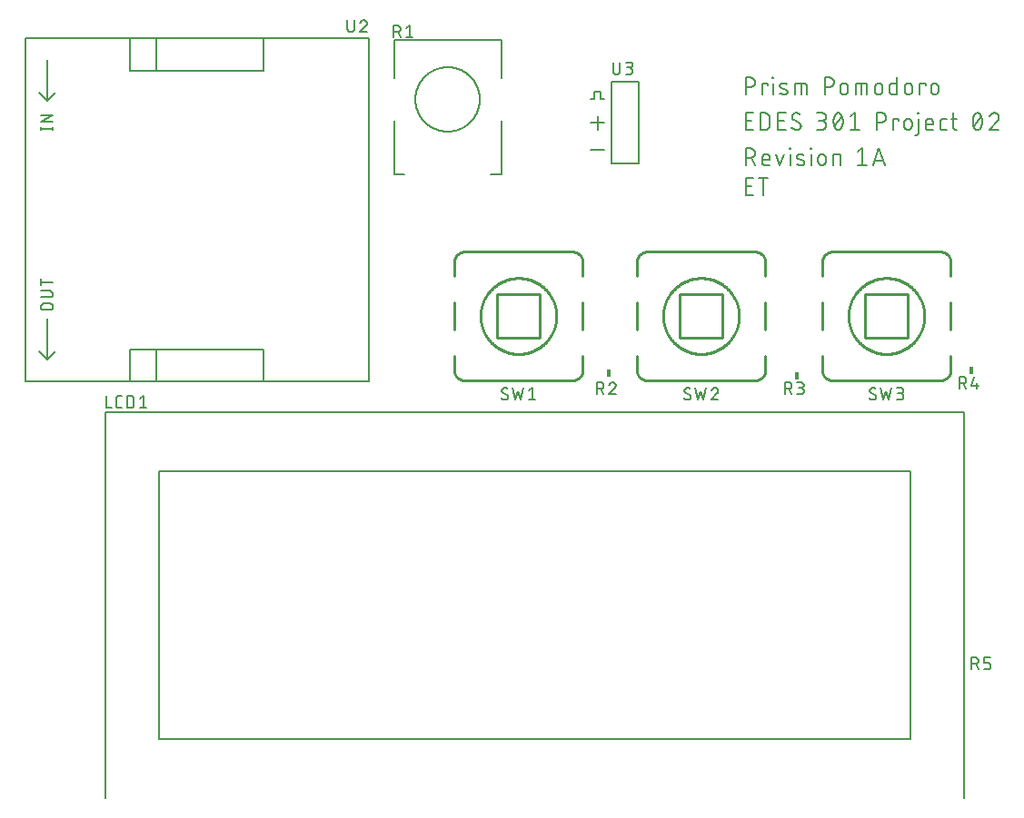
<source format=gbr>
G04 EAGLE Gerber RS-274X export*
G75*
%MOMM*%
%FSLAX34Y34*%
%LPD*%
%INSilkscreen Top*%
%IPPOS*%
%AMOC8*
5,1,8,0,0,1.08239X$1,22.5*%
G01*
%ADD10C,0.203200*%
%ADD11C,0.152400*%
%ADD12C,0.127000*%
%ADD13R,0.406400X0.711200*%
%ADD14C,0.254000*%


D10*
X719836Y663956D02*
X719836Y679704D01*
X724210Y679704D01*
X724341Y679702D01*
X724472Y679696D01*
X724602Y679686D01*
X724732Y679673D01*
X724862Y679655D01*
X724991Y679634D01*
X725119Y679608D01*
X725247Y679579D01*
X725374Y679546D01*
X725499Y679510D01*
X725624Y679469D01*
X725747Y679425D01*
X725869Y679377D01*
X725989Y679326D01*
X726108Y679271D01*
X726225Y679212D01*
X726340Y679150D01*
X726453Y679085D01*
X726565Y679016D01*
X726674Y678944D01*
X726781Y678869D01*
X726886Y678790D01*
X726988Y678709D01*
X727088Y678624D01*
X727185Y678536D01*
X727280Y678446D01*
X727372Y678353D01*
X727461Y678257D01*
X727547Y678158D01*
X727630Y678057D01*
X727710Y677954D01*
X727787Y677848D01*
X727860Y677740D01*
X727931Y677629D01*
X727998Y677517D01*
X728062Y677403D01*
X728122Y677287D01*
X728179Y677169D01*
X728232Y677049D01*
X728282Y676928D01*
X728328Y676805D01*
X728370Y676682D01*
X728408Y676557D01*
X728443Y676430D01*
X728474Y676303D01*
X728502Y676175D01*
X728525Y676047D01*
X728544Y675917D01*
X728560Y675787D01*
X728572Y675657D01*
X728580Y675526D01*
X728584Y675395D01*
X728584Y675265D01*
X728580Y675134D01*
X728572Y675003D01*
X728560Y674873D01*
X728544Y674743D01*
X728525Y674613D01*
X728502Y674485D01*
X728474Y674357D01*
X728443Y674230D01*
X728408Y674103D01*
X728370Y673978D01*
X728328Y673855D01*
X728282Y673732D01*
X728232Y673611D01*
X728179Y673491D01*
X728122Y673373D01*
X728062Y673257D01*
X727998Y673143D01*
X727931Y673031D01*
X727860Y672920D01*
X727787Y672812D01*
X727710Y672706D01*
X727630Y672603D01*
X727547Y672502D01*
X727461Y672403D01*
X727372Y672307D01*
X727280Y672214D01*
X727185Y672124D01*
X727088Y672036D01*
X726988Y671951D01*
X726886Y671870D01*
X726781Y671791D01*
X726674Y671716D01*
X726565Y671644D01*
X726453Y671575D01*
X726340Y671510D01*
X726225Y671448D01*
X726108Y671389D01*
X725989Y671334D01*
X725869Y671283D01*
X725747Y671235D01*
X725624Y671191D01*
X725499Y671150D01*
X725374Y671114D01*
X725247Y671081D01*
X725119Y671052D01*
X724991Y671026D01*
X724862Y671005D01*
X724732Y670987D01*
X724602Y670974D01*
X724472Y670964D01*
X724341Y670958D01*
X724210Y670956D01*
X724210Y670955D02*
X719836Y670955D01*
X735148Y674455D02*
X735148Y663956D01*
X735148Y674455D02*
X740398Y674455D01*
X740398Y672705D01*
X745319Y674455D02*
X745319Y663956D01*
X744882Y678829D02*
X744882Y679704D01*
X745757Y679704D01*
X745757Y678829D01*
X744882Y678829D01*
X753032Y670080D02*
X757406Y668330D01*
X753032Y670080D02*
X752945Y670117D01*
X752860Y670157D01*
X752777Y670201D01*
X752696Y670248D01*
X752617Y670298D01*
X752540Y670352D01*
X752465Y670409D01*
X752392Y670469D01*
X752323Y670532D01*
X752255Y670597D01*
X752191Y670666D01*
X752129Y670737D01*
X752071Y670810D01*
X752016Y670886D01*
X751963Y670964D01*
X751914Y671044D01*
X751869Y671126D01*
X751827Y671210D01*
X751788Y671296D01*
X751753Y671383D01*
X751721Y671472D01*
X751694Y671561D01*
X751670Y671652D01*
X751649Y671744D01*
X751633Y671837D01*
X751621Y671930D01*
X751612Y672023D01*
X751607Y672117D01*
X751606Y672211D01*
X751609Y672305D01*
X751616Y672399D01*
X751627Y672492D01*
X751641Y672585D01*
X751660Y672677D01*
X751682Y672768D01*
X751708Y672858D01*
X751738Y672947D01*
X751771Y673035D01*
X751808Y673122D01*
X751848Y673206D01*
X751892Y673289D01*
X751940Y673370D01*
X751991Y673450D01*
X752045Y673526D01*
X752102Y673601D01*
X752162Y673673D01*
X752225Y673743D01*
X752291Y673810D01*
X752359Y673874D01*
X752431Y673935D01*
X752504Y673994D01*
X752580Y674049D01*
X752658Y674101D01*
X752739Y674149D01*
X752821Y674195D01*
X752905Y674237D01*
X752991Y674275D01*
X753078Y674310D01*
X753167Y674341D01*
X753257Y674368D01*
X753348Y674392D01*
X753439Y674412D01*
X753532Y674428D01*
X753625Y674440D01*
X753719Y674449D01*
X753812Y674453D01*
X753906Y674454D01*
X753907Y674455D02*
X754146Y674449D01*
X754384Y674437D01*
X754623Y674419D01*
X754860Y674395D01*
X755098Y674366D01*
X755334Y674331D01*
X755569Y674291D01*
X755804Y674245D01*
X756037Y674193D01*
X756269Y674135D01*
X756499Y674072D01*
X756728Y674004D01*
X756955Y673930D01*
X757181Y673850D01*
X757404Y673766D01*
X757625Y673676D01*
X757844Y673580D01*
X757406Y668330D02*
X757493Y668293D01*
X757578Y668253D01*
X757661Y668209D01*
X757742Y668162D01*
X757821Y668112D01*
X757898Y668058D01*
X757973Y668001D01*
X758046Y667941D01*
X758115Y667878D01*
X758183Y667813D01*
X758247Y667744D01*
X758309Y667673D01*
X758367Y667600D01*
X758422Y667524D01*
X758475Y667446D01*
X758524Y667366D01*
X758569Y667284D01*
X758611Y667200D01*
X758650Y667114D01*
X758685Y667027D01*
X758717Y666938D01*
X758744Y666849D01*
X758768Y666758D01*
X758789Y666666D01*
X758805Y666573D01*
X758817Y666480D01*
X758826Y666387D01*
X758831Y666293D01*
X758832Y666199D01*
X758829Y666105D01*
X758822Y666011D01*
X758811Y665918D01*
X758797Y665825D01*
X758778Y665733D01*
X758756Y665642D01*
X758730Y665552D01*
X758700Y665463D01*
X758667Y665375D01*
X758630Y665288D01*
X758590Y665204D01*
X758546Y665121D01*
X758498Y665040D01*
X758447Y664960D01*
X758393Y664884D01*
X758336Y664809D01*
X758276Y664737D01*
X758213Y664667D01*
X758147Y664600D01*
X758079Y664536D01*
X758007Y664475D01*
X757934Y664416D01*
X757858Y664361D01*
X757780Y664309D01*
X757699Y664261D01*
X757617Y664215D01*
X757533Y664173D01*
X757447Y664135D01*
X757360Y664100D01*
X757271Y664069D01*
X757181Y664042D01*
X757090Y664018D01*
X756999Y663998D01*
X756906Y663982D01*
X756813Y663970D01*
X756719Y663961D01*
X756626Y663957D01*
X756532Y663956D01*
X756181Y663965D01*
X755830Y663982D01*
X755480Y664008D01*
X755131Y664042D01*
X754783Y664084D01*
X754436Y664135D01*
X754090Y664193D01*
X753745Y664260D01*
X753402Y664335D01*
X753061Y664418D01*
X752722Y664509D01*
X752386Y664608D01*
X752051Y664715D01*
X751720Y664830D01*
X766122Y663956D02*
X766122Y674455D01*
X773996Y674455D01*
X774097Y674453D01*
X774197Y674447D01*
X774297Y674438D01*
X774397Y674424D01*
X774496Y674407D01*
X774594Y674386D01*
X774692Y674361D01*
X774788Y674333D01*
X774883Y674300D01*
X774977Y674265D01*
X775070Y674225D01*
X775161Y674182D01*
X775250Y674136D01*
X775337Y674086D01*
X775423Y674033D01*
X775506Y673977D01*
X775587Y673918D01*
X775666Y673855D01*
X775742Y673790D01*
X775816Y673721D01*
X775887Y673650D01*
X775956Y673576D01*
X776021Y673500D01*
X776084Y673421D01*
X776143Y673340D01*
X776199Y673257D01*
X776252Y673171D01*
X776302Y673084D01*
X776348Y672995D01*
X776391Y672904D01*
X776431Y672811D01*
X776466Y672717D01*
X776499Y672622D01*
X776527Y672526D01*
X776552Y672428D01*
X776573Y672330D01*
X776590Y672231D01*
X776604Y672131D01*
X776613Y672031D01*
X776619Y671931D01*
X776621Y671830D01*
X776621Y663956D01*
X771371Y663956D02*
X771371Y674455D01*
X793303Y679704D02*
X793303Y663956D01*
X793303Y679704D02*
X797677Y679704D01*
X797808Y679702D01*
X797939Y679696D01*
X798069Y679686D01*
X798199Y679673D01*
X798329Y679655D01*
X798458Y679634D01*
X798586Y679608D01*
X798714Y679579D01*
X798841Y679546D01*
X798966Y679510D01*
X799091Y679469D01*
X799214Y679425D01*
X799336Y679377D01*
X799456Y679326D01*
X799575Y679271D01*
X799692Y679212D01*
X799807Y679150D01*
X799920Y679085D01*
X800032Y679016D01*
X800141Y678944D01*
X800248Y678869D01*
X800353Y678790D01*
X800455Y678709D01*
X800555Y678624D01*
X800652Y678536D01*
X800747Y678446D01*
X800839Y678353D01*
X800928Y678257D01*
X801014Y678158D01*
X801097Y678057D01*
X801177Y677954D01*
X801254Y677848D01*
X801327Y677740D01*
X801398Y677629D01*
X801465Y677517D01*
X801529Y677403D01*
X801589Y677287D01*
X801646Y677169D01*
X801699Y677049D01*
X801749Y676928D01*
X801795Y676805D01*
X801837Y676682D01*
X801875Y676557D01*
X801910Y676430D01*
X801941Y676303D01*
X801969Y676175D01*
X801992Y676047D01*
X802011Y675917D01*
X802027Y675787D01*
X802039Y675657D01*
X802047Y675526D01*
X802051Y675395D01*
X802051Y675265D01*
X802047Y675134D01*
X802039Y675003D01*
X802027Y674873D01*
X802011Y674743D01*
X801992Y674613D01*
X801969Y674485D01*
X801941Y674357D01*
X801910Y674230D01*
X801875Y674103D01*
X801837Y673978D01*
X801795Y673855D01*
X801749Y673732D01*
X801699Y673611D01*
X801646Y673491D01*
X801589Y673373D01*
X801529Y673257D01*
X801465Y673143D01*
X801398Y673031D01*
X801327Y672920D01*
X801254Y672812D01*
X801177Y672706D01*
X801097Y672603D01*
X801014Y672502D01*
X800928Y672403D01*
X800839Y672307D01*
X800747Y672214D01*
X800652Y672124D01*
X800555Y672036D01*
X800455Y671951D01*
X800353Y671870D01*
X800248Y671791D01*
X800141Y671716D01*
X800032Y671644D01*
X799920Y671575D01*
X799807Y671510D01*
X799692Y671448D01*
X799575Y671389D01*
X799456Y671334D01*
X799336Y671283D01*
X799214Y671235D01*
X799091Y671191D01*
X798966Y671150D01*
X798841Y671114D01*
X798714Y671081D01*
X798586Y671052D01*
X798458Y671026D01*
X798329Y671005D01*
X798199Y670987D01*
X798069Y670974D01*
X797939Y670964D01*
X797808Y670958D01*
X797677Y670956D01*
X797677Y670955D02*
X793303Y670955D01*
X807992Y670955D02*
X807992Y667456D01*
X807991Y670955D02*
X807993Y671073D01*
X807999Y671191D01*
X808009Y671309D01*
X808023Y671426D01*
X808041Y671543D01*
X808063Y671660D01*
X808088Y671775D01*
X808118Y671889D01*
X808152Y672003D01*
X808189Y672115D01*
X808230Y672226D01*
X808275Y672335D01*
X808323Y672443D01*
X808375Y672549D01*
X808431Y672654D01*
X808490Y672756D01*
X808552Y672856D01*
X808618Y672954D01*
X808687Y673050D01*
X808760Y673144D01*
X808835Y673235D01*
X808914Y673323D01*
X808995Y673409D01*
X809080Y673492D01*
X809167Y673572D01*
X809256Y673649D01*
X809349Y673723D01*
X809443Y673793D01*
X809540Y673861D01*
X809640Y673925D01*
X809741Y673986D01*
X809844Y674043D01*
X809950Y674097D01*
X810057Y674148D01*
X810165Y674194D01*
X810275Y674237D01*
X810387Y674276D01*
X810500Y674312D01*
X810614Y674343D01*
X810729Y674371D01*
X810844Y674395D01*
X810961Y674415D01*
X811078Y674431D01*
X811196Y674443D01*
X811314Y674451D01*
X811432Y674455D01*
X811550Y674455D01*
X811668Y674451D01*
X811786Y674443D01*
X811904Y674431D01*
X812021Y674415D01*
X812138Y674395D01*
X812253Y674371D01*
X812368Y674343D01*
X812482Y674312D01*
X812595Y674276D01*
X812707Y674237D01*
X812817Y674194D01*
X812925Y674148D01*
X813032Y674097D01*
X813138Y674043D01*
X813241Y673986D01*
X813342Y673925D01*
X813442Y673861D01*
X813539Y673793D01*
X813633Y673723D01*
X813726Y673649D01*
X813815Y673572D01*
X813902Y673492D01*
X813987Y673409D01*
X814068Y673323D01*
X814147Y673235D01*
X814222Y673144D01*
X814295Y673050D01*
X814364Y672954D01*
X814430Y672856D01*
X814492Y672756D01*
X814551Y672654D01*
X814607Y672549D01*
X814659Y672443D01*
X814707Y672335D01*
X814752Y672226D01*
X814793Y672115D01*
X814830Y672003D01*
X814864Y671889D01*
X814894Y671775D01*
X814919Y671660D01*
X814941Y671543D01*
X814959Y671426D01*
X814973Y671309D01*
X814983Y671191D01*
X814989Y671073D01*
X814991Y670955D01*
X814991Y667456D01*
X814989Y667338D01*
X814983Y667220D01*
X814973Y667102D01*
X814959Y666985D01*
X814941Y666868D01*
X814919Y666751D01*
X814894Y666636D01*
X814864Y666522D01*
X814830Y666408D01*
X814793Y666296D01*
X814752Y666185D01*
X814707Y666076D01*
X814659Y665968D01*
X814607Y665862D01*
X814551Y665757D01*
X814492Y665655D01*
X814430Y665555D01*
X814364Y665457D01*
X814295Y665361D01*
X814222Y665267D01*
X814147Y665176D01*
X814068Y665088D01*
X813987Y665002D01*
X813902Y664919D01*
X813815Y664839D01*
X813726Y664762D01*
X813633Y664688D01*
X813539Y664618D01*
X813442Y664550D01*
X813342Y664486D01*
X813241Y664425D01*
X813138Y664368D01*
X813032Y664314D01*
X812925Y664263D01*
X812817Y664217D01*
X812707Y664174D01*
X812595Y664135D01*
X812482Y664099D01*
X812368Y664068D01*
X812253Y664040D01*
X812138Y664016D01*
X812021Y663996D01*
X811904Y663980D01*
X811786Y663968D01*
X811668Y663960D01*
X811550Y663956D01*
X811432Y663956D01*
X811314Y663960D01*
X811196Y663968D01*
X811078Y663980D01*
X810961Y663996D01*
X810844Y664016D01*
X810729Y664040D01*
X810614Y664068D01*
X810500Y664099D01*
X810387Y664135D01*
X810275Y664174D01*
X810165Y664217D01*
X810057Y664263D01*
X809950Y664314D01*
X809844Y664368D01*
X809741Y664425D01*
X809640Y664486D01*
X809540Y664550D01*
X809443Y664618D01*
X809349Y664688D01*
X809256Y664762D01*
X809167Y664839D01*
X809080Y664919D01*
X808995Y665002D01*
X808914Y665088D01*
X808835Y665176D01*
X808760Y665267D01*
X808687Y665361D01*
X808618Y665457D01*
X808552Y665555D01*
X808490Y665655D01*
X808431Y665757D01*
X808375Y665862D01*
X808323Y665968D01*
X808275Y666076D01*
X808230Y666185D01*
X808189Y666296D01*
X808152Y666408D01*
X808118Y666522D01*
X808088Y666636D01*
X808063Y666751D01*
X808041Y666868D01*
X808023Y666985D01*
X808009Y667102D01*
X807999Y667220D01*
X807993Y667338D01*
X807991Y667456D01*
X822394Y663956D02*
X822394Y674455D01*
X830268Y674455D01*
X830369Y674453D01*
X830469Y674447D01*
X830569Y674438D01*
X830669Y674424D01*
X830768Y674407D01*
X830866Y674386D01*
X830964Y674361D01*
X831060Y674333D01*
X831155Y674300D01*
X831249Y674265D01*
X831342Y674225D01*
X831433Y674182D01*
X831522Y674136D01*
X831609Y674086D01*
X831695Y674033D01*
X831778Y673977D01*
X831859Y673918D01*
X831938Y673855D01*
X832014Y673790D01*
X832088Y673721D01*
X832159Y673650D01*
X832228Y673576D01*
X832293Y673500D01*
X832356Y673421D01*
X832415Y673340D01*
X832471Y673257D01*
X832524Y673171D01*
X832574Y673084D01*
X832620Y672995D01*
X832663Y672904D01*
X832703Y672811D01*
X832738Y672717D01*
X832771Y672622D01*
X832799Y672526D01*
X832824Y672428D01*
X832845Y672330D01*
X832862Y672231D01*
X832876Y672131D01*
X832885Y672031D01*
X832891Y671931D01*
X832893Y671830D01*
X832893Y663956D01*
X827644Y663956D02*
X827644Y674455D01*
X840296Y670955D02*
X840296Y667456D01*
X840296Y670955D02*
X840298Y671073D01*
X840304Y671191D01*
X840314Y671309D01*
X840328Y671426D01*
X840346Y671543D01*
X840368Y671660D01*
X840393Y671775D01*
X840423Y671889D01*
X840457Y672003D01*
X840494Y672115D01*
X840535Y672226D01*
X840580Y672335D01*
X840628Y672443D01*
X840680Y672549D01*
X840736Y672654D01*
X840795Y672756D01*
X840857Y672856D01*
X840923Y672954D01*
X840992Y673050D01*
X841065Y673144D01*
X841140Y673235D01*
X841219Y673323D01*
X841300Y673409D01*
X841385Y673492D01*
X841472Y673572D01*
X841561Y673649D01*
X841654Y673723D01*
X841748Y673793D01*
X841845Y673861D01*
X841945Y673925D01*
X842046Y673986D01*
X842149Y674043D01*
X842255Y674097D01*
X842362Y674148D01*
X842470Y674194D01*
X842580Y674237D01*
X842692Y674276D01*
X842805Y674312D01*
X842919Y674343D01*
X843034Y674371D01*
X843149Y674395D01*
X843266Y674415D01*
X843383Y674431D01*
X843501Y674443D01*
X843619Y674451D01*
X843737Y674455D01*
X843855Y674455D01*
X843973Y674451D01*
X844091Y674443D01*
X844209Y674431D01*
X844326Y674415D01*
X844443Y674395D01*
X844558Y674371D01*
X844673Y674343D01*
X844787Y674312D01*
X844900Y674276D01*
X845012Y674237D01*
X845122Y674194D01*
X845230Y674148D01*
X845337Y674097D01*
X845443Y674043D01*
X845546Y673986D01*
X845647Y673925D01*
X845747Y673861D01*
X845844Y673793D01*
X845938Y673723D01*
X846031Y673649D01*
X846120Y673572D01*
X846207Y673492D01*
X846292Y673409D01*
X846373Y673323D01*
X846452Y673235D01*
X846527Y673144D01*
X846600Y673050D01*
X846669Y672954D01*
X846735Y672856D01*
X846797Y672756D01*
X846856Y672654D01*
X846912Y672549D01*
X846964Y672443D01*
X847012Y672335D01*
X847057Y672226D01*
X847098Y672115D01*
X847135Y672003D01*
X847169Y671889D01*
X847199Y671775D01*
X847224Y671660D01*
X847246Y671543D01*
X847264Y671426D01*
X847278Y671309D01*
X847288Y671191D01*
X847294Y671073D01*
X847296Y670955D01*
X847296Y667456D01*
X847294Y667338D01*
X847288Y667220D01*
X847278Y667102D01*
X847264Y666985D01*
X847246Y666868D01*
X847224Y666751D01*
X847199Y666636D01*
X847169Y666522D01*
X847135Y666408D01*
X847098Y666296D01*
X847057Y666185D01*
X847012Y666076D01*
X846964Y665968D01*
X846912Y665862D01*
X846856Y665757D01*
X846797Y665655D01*
X846735Y665555D01*
X846669Y665457D01*
X846600Y665361D01*
X846527Y665267D01*
X846452Y665176D01*
X846373Y665088D01*
X846292Y665002D01*
X846207Y664919D01*
X846120Y664839D01*
X846031Y664762D01*
X845938Y664688D01*
X845844Y664618D01*
X845747Y664550D01*
X845647Y664486D01*
X845546Y664425D01*
X845443Y664368D01*
X845337Y664314D01*
X845230Y664263D01*
X845122Y664217D01*
X845012Y664174D01*
X844900Y664135D01*
X844787Y664099D01*
X844673Y664068D01*
X844558Y664040D01*
X844443Y664016D01*
X844326Y663996D01*
X844209Y663980D01*
X844091Y663968D01*
X843973Y663960D01*
X843855Y663956D01*
X843737Y663956D01*
X843619Y663960D01*
X843501Y663968D01*
X843383Y663980D01*
X843266Y663996D01*
X843149Y664016D01*
X843034Y664040D01*
X842919Y664068D01*
X842805Y664099D01*
X842692Y664135D01*
X842580Y664174D01*
X842470Y664217D01*
X842362Y664263D01*
X842255Y664314D01*
X842149Y664368D01*
X842046Y664425D01*
X841945Y664486D01*
X841845Y664550D01*
X841748Y664618D01*
X841654Y664688D01*
X841561Y664762D01*
X841472Y664839D01*
X841385Y664919D01*
X841300Y665002D01*
X841219Y665088D01*
X841140Y665176D01*
X841065Y665267D01*
X840992Y665361D01*
X840923Y665457D01*
X840857Y665555D01*
X840795Y665655D01*
X840736Y665757D01*
X840680Y665862D01*
X840628Y665968D01*
X840580Y666076D01*
X840535Y666185D01*
X840494Y666296D01*
X840457Y666408D01*
X840423Y666522D01*
X840393Y666636D01*
X840368Y666751D01*
X840346Y666868D01*
X840328Y666985D01*
X840314Y667102D01*
X840304Y667220D01*
X840298Y667338D01*
X840296Y667456D01*
X860754Y663956D02*
X860754Y679704D01*
X860754Y663956D02*
X856380Y663956D01*
X856279Y663958D01*
X856179Y663964D01*
X856079Y663973D01*
X855979Y663987D01*
X855880Y664004D01*
X855782Y664025D01*
X855684Y664050D01*
X855588Y664078D01*
X855493Y664111D01*
X855399Y664146D01*
X855306Y664186D01*
X855215Y664229D01*
X855126Y664275D01*
X855039Y664325D01*
X854953Y664378D01*
X854870Y664434D01*
X854789Y664493D01*
X854710Y664556D01*
X854634Y664621D01*
X854560Y664690D01*
X854489Y664761D01*
X854420Y664835D01*
X854355Y664911D01*
X854292Y664990D01*
X854233Y665071D01*
X854177Y665154D01*
X854124Y665240D01*
X854074Y665327D01*
X854028Y665416D01*
X853985Y665507D01*
X853945Y665600D01*
X853910Y665694D01*
X853877Y665789D01*
X853849Y665885D01*
X853824Y665983D01*
X853803Y666081D01*
X853786Y666180D01*
X853772Y666280D01*
X853763Y666380D01*
X853757Y666480D01*
X853755Y666581D01*
X853755Y671830D01*
X853757Y671931D01*
X853763Y672031D01*
X853772Y672131D01*
X853786Y672231D01*
X853803Y672330D01*
X853824Y672428D01*
X853849Y672526D01*
X853877Y672622D01*
X853910Y672717D01*
X853945Y672811D01*
X853985Y672904D01*
X854028Y672995D01*
X854074Y673084D01*
X854124Y673171D01*
X854177Y673257D01*
X854233Y673340D01*
X854292Y673421D01*
X854355Y673500D01*
X854420Y673576D01*
X854489Y673650D01*
X854560Y673721D01*
X854634Y673790D01*
X854710Y673855D01*
X854789Y673918D01*
X854870Y673977D01*
X854953Y674033D01*
X855039Y674086D01*
X855126Y674136D01*
X855215Y674182D01*
X855306Y674225D01*
X855399Y674265D01*
X855493Y674301D01*
X855588Y674333D01*
X855684Y674361D01*
X855782Y674386D01*
X855880Y674407D01*
X855979Y674424D01*
X856079Y674438D01*
X856179Y674447D01*
X856279Y674453D01*
X856380Y674455D01*
X860754Y674455D01*
X867912Y670955D02*
X867912Y667456D01*
X867911Y670955D02*
X867913Y671073D01*
X867919Y671191D01*
X867929Y671309D01*
X867943Y671426D01*
X867961Y671543D01*
X867983Y671660D01*
X868008Y671775D01*
X868038Y671889D01*
X868072Y672003D01*
X868109Y672115D01*
X868150Y672226D01*
X868195Y672335D01*
X868243Y672443D01*
X868295Y672549D01*
X868351Y672654D01*
X868410Y672756D01*
X868472Y672856D01*
X868538Y672954D01*
X868607Y673050D01*
X868680Y673144D01*
X868755Y673235D01*
X868834Y673323D01*
X868915Y673409D01*
X869000Y673492D01*
X869087Y673572D01*
X869176Y673649D01*
X869269Y673723D01*
X869363Y673793D01*
X869460Y673861D01*
X869560Y673925D01*
X869661Y673986D01*
X869764Y674043D01*
X869870Y674097D01*
X869977Y674148D01*
X870085Y674194D01*
X870195Y674237D01*
X870307Y674276D01*
X870420Y674312D01*
X870534Y674343D01*
X870649Y674371D01*
X870764Y674395D01*
X870881Y674415D01*
X870998Y674431D01*
X871116Y674443D01*
X871234Y674451D01*
X871352Y674455D01*
X871470Y674455D01*
X871588Y674451D01*
X871706Y674443D01*
X871824Y674431D01*
X871941Y674415D01*
X872058Y674395D01*
X872173Y674371D01*
X872288Y674343D01*
X872402Y674312D01*
X872515Y674276D01*
X872627Y674237D01*
X872737Y674194D01*
X872845Y674148D01*
X872952Y674097D01*
X873058Y674043D01*
X873161Y673986D01*
X873262Y673925D01*
X873362Y673861D01*
X873459Y673793D01*
X873553Y673723D01*
X873646Y673649D01*
X873735Y673572D01*
X873822Y673492D01*
X873907Y673409D01*
X873988Y673323D01*
X874067Y673235D01*
X874142Y673144D01*
X874215Y673050D01*
X874284Y672954D01*
X874350Y672856D01*
X874412Y672756D01*
X874471Y672654D01*
X874527Y672549D01*
X874579Y672443D01*
X874627Y672335D01*
X874672Y672226D01*
X874713Y672115D01*
X874750Y672003D01*
X874784Y671889D01*
X874814Y671775D01*
X874839Y671660D01*
X874861Y671543D01*
X874879Y671426D01*
X874893Y671309D01*
X874903Y671191D01*
X874909Y671073D01*
X874911Y670955D01*
X874911Y667456D01*
X874909Y667338D01*
X874903Y667220D01*
X874893Y667102D01*
X874879Y666985D01*
X874861Y666868D01*
X874839Y666751D01*
X874814Y666636D01*
X874784Y666522D01*
X874750Y666408D01*
X874713Y666296D01*
X874672Y666185D01*
X874627Y666076D01*
X874579Y665968D01*
X874527Y665862D01*
X874471Y665757D01*
X874412Y665655D01*
X874350Y665555D01*
X874284Y665457D01*
X874215Y665361D01*
X874142Y665267D01*
X874067Y665176D01*
X873988Y665088D01*
X873907Y665002D01*
X873822Y664919D01*
X873735Y664839D01*
X873646Y664762D01*
X873553Y664688D01*
X873459Y664618D01*
X873362Y664550D01*
X873262Y664486D01*
X873161Y664425D01*
X873058Y664368D01*
X872952Y664314D01*
X872845Y664263D01*
X872737Y664217D01*
X872627Y664174D01*
X872515Y664135D01*
X872402Y664099D01*
X872288Y664068D01*
X872173Y664040D01*
X872058Y664016D01*
X871941Y663996D01*
X871824Y663980D01*
X871706Y663968D01*
X871588Y663960D01*
X871470Y663956D01*
X871352Y663956D01*
X871234Y663960D01*
X871116Y663968D01*
X870998Y663980D01*
X870881Y663996D01*
X870764Y664016D01*
X870649Y664040D01*
X870534Y664068D01*
X870420Y664099D01*
X870307Y664135D01*
X870195Y664174D01*
X870085Y664217D01*
X869977Y664263D01*
X869870Y664314D01*
X869764Y664368D01*
X869661Y664425D01*
X869560Y664486D01*
X869460Y664550D01*
X869363Y664618D01*
X869269Y664688D01*
X869176Y664762D01*
X869087Y664839D01*
X869000Y664919D01*
X868915Y665002D01*
X868834Y665088D01*
X868755Y665176D01*
X868680Y665267D01*
X868607Y665361D01*
X868538Y665457D01*
X868472Y665555D01*
X868410Y665655D01*
X868351Y665757D01*
X868295Y665862D01*
X868243Y665968D01*
X868195Y666076D01*
X868150Y666185D01*
X868109Y666296D01*
X868072Y666408D01*
X868038Y666522D01*
X868008Y666636D01*
X867983Y666751D01*
X867961Y666868D01*
X867943Y666985D01*
X867929Y667102D01*
X867919Y667220D01*
X867913Y667338D01*
X867911Y667456D01*
X882082Y663956D02*
X882082Y674455D01*
X887331Y674455D01*
X887331Y672705D01*
X892400Y670955D02*
X892400Y667456D01*
X892400Y670955D02*
X892402Y671073D01*
X892408Y671191D01*
X892418Y671309D01*
X892432Y671426D01*
X892450Y671543D01*
X892472Y671660D01*
X892497Y671775D01*
X892527Y671889D01*
X892561Y672003D01*
X892598Y672115D01*
X892639Y672226D01*
X892684Y672335D01*
X892732Y672443D01*
X892784Y672549D01*
X892840Y672654D01*
X892899Y672756D01*
X892961Y672856D01*
X893027Y672954D01*
X893096Y673050D01*
X893169Y673144D01*
X893244Y673235D01*
X893323Y673323D01*
X893404Y673409D01*
X893489Y673492D01*
X893576Y673572D01*
X893665Y673649D01*
X893758Y673723D01*
X893852Y673793D01*
X893949Y673861D01*
X894049Y673925D01*
X894150Y673986D01*
X894253Y674043D01*
X894359Y674097D01*
X894466Y674148D01*
X894574Y674194D01*
X894684Y674237D01*
X894796Y674276D01*
X894909Y674312D01*
X895023Y674343D01*
X895138Y674371D01*
X895253Y674395D01*
X895370Y674415D01*
X895487Y674431D01*
X895605Y674443D01*
X895723Y674451D01*
X895841Y674455D01*
X895959Y674455D01*
X896077Y674451D01*
X896195Y674443D01*
X896313Y674431D01*
X896430Y674415D01*
X896547Y674395D01*
X896662Y674371D01*
X896777Y674343D01*
X896891Y674312D01*
X897004Y674276D01*
X897116Y674237D01*
X897226Y674194D01*
X897334Y674148D01*
X897441Y674097D01*
X897547Y674043D01*
X897650Y673986D01*
X897751Y673925D01*
X897851Y673861D01*
X897948Y673793D01*
X898042Y673723D01*
X898135Y673649D01*
X898224Y673572D01*
X898311Y673492D01*
X898396Y673409D01*
X898477Y673323D01*
X898556Y673235D01*
X898631Y673144D01*
X898704Y673050D01*
X898773Y672954D01*
X898839Y672856D01*
X898901Y672756D01*
X898960Y672654D01*
X899016Y672549D01*
X899068Y672443D01*
X899116Y672335D01*
X899161Y672226D01*
X899202Y672115D01*
X899239Y672003D01*
X899273Y671889D01*
X899303Y671775D01*
X899328Y671660D01*
X899350Y671543D01*
X899368Y671426D01*
X899382Y671309D01*
X899392Y671191D01*
X899398Y671073D01*
X899400Y670955D01*
X899400Y667456D01*
X899398Y667338D01*
X899392Y667220D01*
X899382Y667102D01*
X899368Y666985D01*
X899350Y666868D01*
X899328Y666751D01*
X899303Y666636D01*
X899273Y666522D01*
X899239Y666408D01*
X899202Y666296D01*
X899161Y666185D01*
X899116Y666076D01*
X899068Y665968D01*
X899016Y665862D01*
X898960Y665757D01*
X898901Y665655D01*
X898839Y665555D01*
X898773Y665457D01*
X898704Y665361D01*
X898631Y665267D01*
X898556Y665176D01*
X898477Y665088D01*
X898396Y665002D01*
X898311Y664919D01*
X898224Y664839D01*
X898135Y664762D01*
X898042Y664688D01*
X897948Y664618D01*
X897851Y664550D01*
X897751Y664486D01*
X897650Y664425D01*
X897547Y664368D01*
X897441Y664314D01*
X897334Y664263D01*
X897226Y664217D01*
X897116Y664174D01*
X897004Y664135D01*
X896891Y664099D01*
X896777Y664068D01*
X896662Y664040D01*
X896547Y664016D01*
X896430Y663996D01*
X896313Y663980D01*
X896195Y663968D01*
X896077Y663960D01*
X895959Y663956D01*
X895841Y663956D01*
X895723Y663960D01*
X895605Y663968D01*
X895487Y663980D01*
X895370Y663996D01*
X895253Y664016D01*
X895138Y664040D01*
X895023Y664068D01*
X894909Y664099D01*
X894796Y664135D01*
X894684Y664174D01*
X894574Y664217D01*
X894466Y664263D01*
X894359Y664314D01*
X894253Y664368D01*
X894150Y664425D01*
X894049Y664486D01*
X893949Y664550D01*
X893852Y664618D01*
X893758Y664688D01*
X893665Y664762D01*
X893576Y664839D01*
X893489Y664919D01*
X893404Y665002D01*
X893323Y665088D01*
X893244Y665176D01*
X893169Y665267D01*
X893096Y665361D01*
X893027Y665457D01*
X892961Y665555D01*
X892899Y665655D01*
X892840Y665757D01*
X892784Y665862D01*
X892732Y665968D01*
X892684Y666076D01*
X892639Y666185D01*
X892598Y666296D01*
X892561Y666408D01*
X892527Y666522D01*
X892497Y666636D01*
X892472Y666751D01*
X892450Y666868D01*
X892432Y666985D01*
X892418Y667102D01*
X892408Y667220D01*
X892402Y667338D01*
X892400Y667456D01*
X726835Y630936D02*
X719836Y630936D01*
X719836Y646684D01*
X726835Y646684D01*
X725085Y639685D02*
X719836Y639685D01*
X733347Y646684D02*
X733347Y630936D01*
X733347Y646684D02*
X737722Y646684D01*
X737852Y646682D01*
X737981Y646676D01*
X738110Y646667D01*
X738239Y646653D01*
X738368Y646636D01*
X738496Y646615D01*
X738623Y646590D01*
X738749Y646562D01*
X738875Y646529D01*
X738999Y646493D01*
X739123Y646454D01*
X739245Y646410D01*
X739366Y646363D01*
X739485Y646313D01*
X739603Y646259D01*
X739719Y646201D01*
X739834Y646140D01*
X739946Y646076D01*
X740057Y646009D01*
X740166Y645938D01*
X740272Y645864D01*
X740376Y645787D01*
X740478Y645707D01*
X740577Y645623D01*
X740674Y645537D01*
X740769Y645448D01*
X740860Y645357D01*
X740949Y645262D01*
X741035Y645165D01*
X741119Y645066D01*
X741199Y644964D01*
X741276Y644860D01*
X741350Y644754D01*
X741421Y644645D01*
X741488Y644534D01*
X741552Y644422D01*
X741613Y644307D01*
X741671Y644191D01*
X741725Y644073D01*
X741775Y643954D01*
X741822Y643833D01*
X741866Y643711D01*
X741905Y643587D01*
X741941Y643463D01*
X741974Y643337D01*
X742002Y643211D01*
X742027Y643084D01*
X742048Y642956D01*
X742065Y642827D01*
X742079Y642698D01*
X742088Y642569D01*
X742094Y642440D01*
X742096Y642310D01*
X742096Y635310D01*
X742094Y635180D01*
X742088Y635051D01*
X742079Y634922D01*
X742065Y634793D01*
X742048Y634664D01*
X742027Y634536D01*
X742002Y634409D01*
X741974Y634283D01*
X741941Y634157D01*
X741905Y634033D01*
X741866Y633909D01*
X741822Y633787D01*
X741775Y633666D01*
X741725Y633547D01*
X741671Y633429D01*
X741613Y633313D01*
X741552Y633198D01*
X741488Y633086D01*
X741421Y632975D01*
X741350Y632866D01*
X741276Y632760D01*
X741199Y632656D01*
X741119Y632554D01*
X741035Y632455D01*
X740949Y632358D01*
X740860Y632263D01*
X740769Y632172D01*
X740674Y632083D01*
X740577Y631997D01*
X740478Y631913D01*
X740376Y631833D01*
X740272Y631756D01*
X740166Y631682D01*
X740057Y631611D01*
X739946Y631544D01*
X739834Y631480D01*
X739719Y631419D01*
X739603Y631361D01*
X739485Y631307D01*
X739366Y631257D01*
X739245Y631210D01*
X739123Y631166D01*
X738999Y631127D01*
X738875Y631091D01*
X738749Y631058D01*
X738623Y631030D01*
X738496Y631005D01*
X738368Y630984D01*
X738239Y630967D01*
X738110Y630953D01*
X737981Y630944D01*
X737852Y630938D01*
X737722Y630936D01*
X733347Y630936D01*
X750056Y630936D02*
X757055Y630936D01*
X750056Y630936D02*
X750056Y646684D01*
X757055Y646684D01*
X755306Y639685D02*
X750056Y639685D01*
X767775Y630936D02*
X767892Y630938D01*
X768009Y630944D01*
X768125Y630954D01*
X768241Y630967D01*
X768357Y630985D01*
X768472Y631006D01*
X768586Y631031D01*
X768700Y631060D01*
X768812Y631093D01*
X768923Y631130D01*
X769033Y631170D01*
X769141Y631214D01*
X769248Y631261D01*
X769354Y631312D01*
X769457Y631367D01*
X769559Y631425D01*
X769658Y631486D01*
X769756Y631550D01*
X769851Y631618D01*
X769944Y631689D01*
X770035Y631763D01*
X770123Y631840D01*
X770208Y631920D01*
X770291Y632003D01*
X770371Y632088D01*
X770448Y632176D01*
X770522Y632267D01*
X770593Y632360D01*
X770661Y632455D01*
X770725Y632553D01*
X770786Y632652D01*
X770844Y632754D01*
X770899Y632857D01*
X770950Y632963D01*
X770997Y633070D01*
X771041Y633178D01*
X771081Y633288D01*
X771118Y633399D01*
X771151Y633511D01*
X771180Y633625D01*
X771205Y633739D01*
X771226Y633854D01*
X771244Y633969D01*
X771257Y634086D01*
X771267Y634202D01*
X771273Y634319D01*
X771275Y634436D01*
X767775Y630936D02*
X767598Y630938D01*
X767421Y630944D01*
X767245Y630955D01*
X767068Y630970D01*
X766893Y630989D01*
X766717Y631012D01*
X766543Y631039D01*
X766368Y631071D01*
X766195Y631107D01*
X766023Y631147D01*
X765852Y631191D01*
X765681Y631239D01*
X765512Y631291D01*
X765345Y631347D01*
X765178Y631407D01*
X765013Y631471D01*
X764850Y631539D01*
X764688Y631611D01*
X764529Y631687D01*
X764371Y631766D01*
X764215Y631850D01*
X764061Y631937D01*
X763909Y632027D01*
X763759Y632122D01*
X763612Y632220D01*
X763467Y632321D01*
X763324Y632426D01*
X763184Y632534D01*
X763047Y632645D01*
X762912Y632760D01*
X762781Y632878D01*
X762652Y632999D01*
X762526Y633123D01*
X762963Y643184D02*
X762965Y643301D01*
X762971Y643418D01*
X762981Y643534D01*
X762994Y643651D01*
X763012Y643766D01*
X763033Y643881D01*
X763058Y643995D01*
X763087Y644109D01*
X763120Y644221D01*
X763157Y644332D01*
X763197Y644442D01*
X763241Y644550D01*
X763288Y644657D01*
X763339Y644763D01*
X763394Y644866D01*
X763452Y644968D01*
X763513Y645067D01*
X763577Y645165D01*
X763645Y645260D01*
X763716Y645353D01*
X763790Y645444D01*
X763867Y645532D01*
X763947Y645617D01*
X764030Y645700D01*
X764115Y645780D01*
X764203Y645857D01*
X764294Y645931D01*
X764387Y646002D01*
X764482Y646070D01*
X764580Y646134D01*
X764679Y646195D01*
X764781Y646253D01*
X764884Y646308D01*
X764990Y646359D01*
X765097Y646406D01*
X765205Y646450D01*
X765315Y646490D01*
X765426Y646527D01*
X765538Y646560D01*
X765652Y646589D01*
X765766Y646614D01*
X765881Y646635D01*
X765996Y646653D01*
X766113Y646666D01*
X766229Y646676D01*
X766346Y646682D01*
X766463Y646684D01*
X766619Y646682D01*
X766776Y646677D01*
X766932Y646667D01*
X767088Y646654D01*
X767243Y646637D01*
X767398Y646617D01*
X767553Y646593D01*
X767707Y646565D01*
X767860Y646534D01*
X768012Y646499D01*
X768164Y646460D01*
X768314Y646417D01*
X768464Y646372D01*
X768612Y646322D01*
X768759Y646269D01*
X768905Y646213D01*
X769050Y646153D01*
X769193Y646089D01*
X769334Y646023D01*
X769474Y645953D01*
X769612Y645879D01*
X769748Y645802D01*
X769883Y645723D01*
X770015Y645639D01*
X770146Y645553D01*
X770274Y645464D01*
X770400Y645372D01*
X764713Y640122D02*
X764614Y640182D01*
X764518Y640246D01*
X764424Y640312D01*
X764332Y640381D01*
X764242Y640454D01*
X764154Y640529D01*
X764070Y640607D01*
X763987Y640688D01*
X763908Y640771D01*
X763831Y640857D01*
X763757Y640945D01*
X763685Y641036D01*
X763617Y641129D01*
X763552Y641224D01*
X763490Y641322D01*
X763431Y641421D01*
X763376Y641522D01*
X763323Y641625D01*
X763275Y641729D01*
X763229Y641835D01*
X763187Y641942D01*
X763148Y642051D01*
X763113Y642161D01*
X763082Y642272D01*
X763054Y642384D01*
X763030Y642496D01*
X763010Y642610D01*
X762993Y642724D01*
X762980Y642839D01*
X762970Y642954D01*
X762965Y643069D01*
X762963Y643184D01*
X769524Y637498D02*
X769623Y637438D01*
X769719Y637374D01*
X769813Y637308D01*
X769905Y637239D01*
X769995Y637166D01*
X770083Y637091D01*
X770167Y637013D01*
X770250Y636932D01*
X770329Y636849D01*
X770406Y636763D01*
X770480Y636675D01*
X770552Y636584D01*
X770620Y636491D01*
X770685Y636396D01*
X770747Y636298D01*
X770806Y636199D01*
X770861Y636098D01*
X770914Y635995D01*
X770963Y635891D01*
X771008Y635785D01*
X771050Y635678D01*
X771089Y635569D01*
X771124Y635459D01*
X771155Y635348D01*
X771183Y635236D01*
X771207Y635124D01*
X771227Y635010D01*
X771244Y634896D01*
X771257Y634781D01*
X771267Y634666D01*
X771272Y634551D01*
X771274Y634436D01*
X769525Y637498D02*
X764713Y640122D01*
X785972Y630936D02*
X790347Y630936D01*
X790478Y630938D01*
X790609Y630944D01*
X790739Y630954D01*
X790869Y630967D01*
X790999Y630985D01*
X791128Y631006D01*
X791256Y631032D01*
X791384Y631061D01*
X791511Y631094D01*
X791636Y631130D01*
X791761Y631171D01*
X791884Y631215D01*
X792006Y631263D01*
X792126Y631314D01*
X792245Y631369D01*
X792362Y631428D01*
X792477Y631490D01*
X792590Y631555D01*
X792702Y631624D01*
X792811Y631696D01*
X792918Y631771D01*
X793023Y631850D01*
X793125Y631931D01*
X793225Y632016D01*
X793322Y632104D01*
X793417Y632194D01*
X793509Y632287D01*
X793598Y632383D01*
X793684Y632482D01*
X793767Y632583D01*
X793847Y632686D01*
X793924Y632792D01*
X793997Y632900D01*
X794068Y633011D01*
X794135Y633123D01*
X794199Y633237D01*
X794259Y633353D01*
X794316Y633471D01*
X794369Y633591D01*
X794419Y633712D01*
X794465Y633835D01*
X794507Y633958D01*
X794545Y634083D01*
X794580Y634210D01*
X794611Y634337D01*
X794639Y634465D01*
X794662Y634593D01*
X794681Y634723D01*
X794697Y634853D01*
X794709Y634983D01*
X794717Y635114D01*
X794721Y635245D01*
X794721Y635375D01*
X794717Y635506D01*
X794709Y635637D01*
X794697Y635767D01*
X794681Y635897D01*
X794662Y636027D01*
X794639Y636155D01*
X794611Y636283D01*
X794580Y636410D01*
X794545Y636537D01*
X794507Y636662D01*
X794465Y636785D01*
X794419Y636908D01*
X794369Y637029D01*
X794316Y637149D01*
X794259Y637267D01*
X794199Y637383D01*
X794135Y637497D01*
X794068Y637609D01*
X793997Y637720D01*
X793924Y637828D01*
X793847Y637934D01*
X793767Y638037D01*
X793684Y638138D01*
X793598Y638237D01*
X793509Y638333D01*
X793417Y638426D01*
X793322Y638516D01*
X793225Y638604D01*
X793125Y638689D01*
X793023Y638770D01*
X792918Y638849D01*
X792811Y638924D01*
X792702Y638996D01*
X792590Y639065D01*
X792477Y639130D01*
X792362Y639192D01*
X792245Y639251D01*
X792126Y639306D01*
X792006Y639357D01*
X791884Y639405D01*
X791761Y639449D01*
X791636Y639490D01*
X791511Y639526D01*
X791384Y639559D01*
X791256Y639588D01*
X791128Y639614D01*
X790999Y639635D01*
X790869Y639653D01*
X790739Y639666D01*
X790609Y639676D01*
X790478Y639682D01*
X790347Y639684D01*
X791222Y646684D02*
X785972Y646684D01*
X791222Y646684D02*
X791340Y646682D01*
X791458Y646676D01*
X791576Y646666D01*
X791693Y646652D01*
X791810Y646634D01*
X791927Y646612D01*
X792042Y646587D01*
X792156Y646557D01*
X792270Y646523D01*
X792382Y646486D01*
X792493Y646445D01*
X792602Y646400D01*
X792710Y646352D01*
X792816Y646300D01*
X792921Y646244D01*
X793023Y646185D01*
X793123Y646123D01*
X793221Y646057D01*
X793317Y645988D01*
X793411Y645915D01*
X793502Y645840D01*
X793590Y645761D01*
X793676Y645680D01*
X793759Y645595D01*
X793839Y645508D01*
X793916Y645419D01*
X793990Y645326D01*
X794060Y645232D01*
X794128Y645135D01*
X794192Y645035D01*
X794253Y644934D01*
X794310Y644831D01*
X794364Y644725D01*
X794415Y644618D01*
X794461Y644510D01*
X794504Y644400D01*
X794543Y644288D01*
X794579Y644175D01*
X794610Y644061D01*
X794638Y643946D01*
X794662Y643831D01*
X794682Y643714D01*
X794698Y643597D01*
X794710Y643479D01*
X794718Y643361D01*
X794722Y643243D01*
X794722Y643125D01*
X794718Y643007D01*
X794710Y642889D01*
X794698Y642771D01*
X794682Y642654D01*
X794662Y642537D01*
X794638Y642422D01*
X794610Y642307D01*
X794579Y642193D01*
X794543Y642080D01*
X794504Y641968D01*
X794461Y641858D01*
X794415Y641750D01*
X794364Y641643D01*
X794310Y641537D01*
X794253Y641434D01*
X794192Y641333D01*
X794128Y641233D01*
X794060Y641136D01*
X793990Y641042D01*
X793916Y640949D01*
X793839Y640860D01*
X793759Y640773D01*
X793676Y640688D01*
X793590Y640607D01*
X793502Y640528D01*
X793411Y640453D01*
X793317Y640380D01*
X793221Y640311D01*
X793123Y640245D01*
X793023Y640183D01*
X792921Y640124D01*
X792816Y640068D01*
X792710Y640016D01*
X792602Y639968D01*
X792493Y639923D01*
X792382Y639882D01*
X792270Y639845D01*
X792156Y639811D01*
X792042Y639781D01*
X791927Y639756D01*
X791810Y639734D01*
X791693Y639716D01*
X791576Y639702D01*
X791458Y639692D01*
X791340Y639686D01*
X791222Y639684D01*
X791222Y639685D02*
X787722Y639685D01*
X801603Y638810D02*
X801607Y639120D01*
X801618Y639429D01*
X801636Y639739D01*
X801662Y640047D01*
X801695Y640355D01*
X801736Y640663D01*
X801784Y640969D01*
X801839Y641274D01*
X801901Y641577D01*
X801971Y641879D01*
X802048Y642179D01*
X802132Y642477D01*
X802223Y642773D01*
X802321Y643067D01*
X802426Y643359D01*
X802538Y643648D01*
X802657Y643934D01*
X802783Y644217D01*
X802915Y644497D01*
X802916Y644497D02*
X802954Y644602D01*
X802996Y644705D01*
X803041Y644807D01*
X803089Y644908D01*
X803141Y645006D01*
X803197Y645103D01*
X803255Y645198D01*
X803317Y645291D01*
X803382Y645381D01*
X803451Y645469D01*
X803522Y645555D01*
X803596Y645639D01*
X803673Y645719D01*
X803752Y645798D01*
X803835Y645873D01*
X803920Y645945D01*
X804007Y646015D01*
X804097Y646081D01*
X804188Y646144D01*
X804282Y646204D01*
X804378Y646261D01*
X804476Y646315D01*
X804576Y646365D01*
X804677Y646411D01*
X804780Y646454D01*
X804885Y646494D01*
X804990Y646530D01*
X805097Y646562D01*
X805205Y646590D01*
X805314Y646615D01*
X805423Y646636D01*
X805533Y646653D01*
X805644Y646667D01*
X805755Y646676D01*
X805866Y646682D01*
X805978Y646684D01*
X806090Y646682D01*
X806201Y646676D01*
X806312Y646667D01*
X806423Y646653D01*
X806533Y646636D01*
X806643Y646615D01*
X806751Y646590D01*
X806859Y646562D01*
X806966Y646530D01*
X807071Y646494D01*
X807176Y646454D01*
X807279Y646411D01*
X807380Y646365D01*
X807480Y646315D01*
X807578Y646261D01*
X807674Y646204D01*
X807768Y646144D01*
X807859Y646081D01*
X807949Y646015D01*
X808036Y645945D01*
X808121Y645873D01*
X808204Y645798D01*
X808283Y645719D01*
X808360Y645639D01*
X808434Y645555D01*
X808505Y645469D01*
X808574Y645381D01*
X808639Y645291D01*
X808701Y645198D01*
X808759Y645103D01*
X808815Y645006D01*
X808867Y644908D01*
X808915Y644807D01*
X808960Y644705D01*
X809002Y644602D01*
X809040Y644497D01*
X809172Y644217D01*
X809298Y643933D01*
X809417Y643647D01*
X809529Y643358D01*
X809634Y643067D01*
X809732Y642773D01*
X809823Y642477D01*
X809907Y642179D01*
X809984Y641879D01*
X810054Y641577D01*
X810116Y641273D01*
X810171Y640969D01*
X810219Y640663D01*
X810260Y640355D01*
X810293Y640047D01*
X810319Y639739D01*
X810337Y639429D01*
X810348Y639120D01*
X810352Y638810D01*
X801603Y638810D02*
X801607Y638500D01*
X801618Y638191D01*
X801636Y637881D01*
X801662Y637573D01*
X801695Y637265D01*
X801736Y636957D01*
X801784Y636651D01*
X801839Y636346D01*
X801901Y636043D01*
X801971Y635741D01*
X802048Y635441D01*
X802132Y635143D01*
X802223Y634847D01*
X802321Y634553D01*
X802426Y634261D01*
X802538Y633972D01*
X802657Y633686D01*
X802783Y633403D01*
X802915Y633123D01*
X802916Y633123D02*
X802954Y633018D01*
X802996Y632915D01*
X803041Y632813D01*
X803089Y632712D01*
X803141Y632614D01*
X803197Y632517D01*
X803255Y632422D01*
X803317Y632329D01*
X803382Y632239D01*
X803451Y632151D01*
X803522Y632065D01*
X803596Y631981D01*
X803673Y631901D01*
X803752Y631822D01*
X803835Y631747D01*
X803920Y631675D01*
X804007Y631605D01*
X804097Y631539D01*
X804188Y631476D01*
X804282Y631416D01*
X804378Y631359D01*
X804476Y631305D01*
X804576Y631255D01*
X804677Y631209D01*
X804780Y631166D01*
X804885Y631126D01*
X804990Y631090D01*
X805097Y631058D01*
X805205Y631030D01*
X805314Y631005D01*
X805423Y630984D01*
X805533Y630967D01*
X805644Y630953D01*
X805755Y630944D01*
X805866Y630938D01*
X805978Y630936D01*
X809041Y633123D02*
X809173Y633403D01*
X809299Y633686D01*
X809418Y633972D01*
X809530Y634261D01*
X809635Y634553D01*
X809733Y634847D01*
X809824Y635143D01*
X809908Y635441D01*
X809985Y635741D01*
X810055Y636043D01*
X810117Y636346D01*
X810172Y636651D01*
X810220Y636957D01*
X810261Y637265D01*
X810294Y637573D01*
X810320Y637881D01*
X810338Y638191D01*
X810349Y638500D01*
X810353Y638810D01*
X809040Y633123D02*
X809002Y633018D01*
X808960Y632915D01*
X808915Y632813D01*
X808867Y632712D01*
X808815Y632614D01*
X808759Y632517D01*
X808701Y632422D01*
X808639Y632329D01*
X808574Y632239D01*
X808505Y632151D01*
X808434Y632065D01*
X808360Y631981D01*
X808283Y631901D01*
X808204Y631822D01*
X808121Y631747D01*
X808036Y631675D01*
X807949Y631605D01*
X807859Y631539D01*
X807768Y631476D01*
X807674Y631416D01*
X807578Y631359D01*
X807480Y631305D01*
X807380Y631255D01*
X807279Y631209D01*
X807176Y631166D01*
X807071Y631126D01*
X806966Y631090D01*
X806859Y631058D01*
X806751Y631030D01*
X806642Y631005D01*
X806533Y630984D01*
X806423Y630967D01*
X806312Y630953D01*
X806201Y630944D01*
X806090Y630938D01*
X805978Y630936D01*
X802478Y634436D02*
X809478Y643184D01*
X817235Y643184D02*
X821609Y646684D01*
X821609Y630936D01*
X817235Y630936D02*
X825984Y630936D01*
X841978Y630936D02*
X841978Y646684D01*
X846352Y646684D01*
X846483Y646682D01*
X846614Y646676D01*
X846744Y646666D01*
X846874Y646653D01*
X847004Y646635D01*
X847133Y646614D01*
X847261Y646588D01*
X847389Y646559D01*
X847516Y646526D01*
X847641Y646490D01*
X847766Y646449D01*
X847889Y646405D01*
X848011Y646357D01*
X848131Y646306D01*
X848250Y646251D01*
X848367Y646192D01*
X848482Y646130D01*
X848595Y646065D01*
X848707Y645996D01*
X848816Y645924D01*
X848923Y645849D01*
X849028Y645770D01*
X849130Y645689D01*
X849230Y645604D01*
X849327Y645516D01*
X849422Y645426D01*
X849514Y645333D01*
X849603Y645237D01*
X849689Y645138D01*
X849772Y645037D01*
X849852Y644934D01*
X849929Y644828D01*
X850002Y644720D01*
X850073Y644609D01*
X850140Y644497D01*
X850204Y644383D01*
X850264Y644267D01*
X850321Y644149D01*
X850374Y644029D01*
X850424Y643908D01*
X850470Y643785D01*
X850512Y643662D01*
X850550Y643537D01*
X850585Y643410D01*
X850616Y643283D01*
X850644Y643155D01*
X850667Y643027D01*
X850686Y642897D01*
X850702Y642767D01*
X850714Y642637D01*
X850722Y642506D01*
X850726Y642375D01*
X850726Y642245D01*
X850722Y642114D01*
X850714Y641983D01*
X850702Y641853D01*
X850686Y641723D01*
X850667Y641593D01*
X850644Y641465D01*
X850616Y641337D01*
X850585Y641210D01*
X850550Y641083D01*
X850512Y640958D01*
X850470Y640835D01*
X850424Y640712D01*
X850374Y640591D01*
X850321Y640471D01*
X850264Y640353D01*
X850204Y640237D01*
X850140Y640123D01*
X850073Y640011D01*
X850002Y639900D01*
X849929Y639792D01*
X849852Y639686D01*
X849772Y639583D01*
X849689Y639482D01*
X849603Y639383D01*
X849514Y639287D01*
X849422Y639194D01*
X849327Y639104D01*
X849230Y639016D01*
X849130Y638931D01*
X849028Y638850D01*
X848923Y638771D01*
X848816Y638696D01*
X848707Y638624D01*
X848595Y638555D01*
X848482Y638490D01*
X848367Y638428D01*
X848250Y638369D01*
X848131Y638314D01*
X848011Y638263D01*
X847889Y638215D01*
X847766Y638171D01*
X847641Y638130D01*
X847516Y638094D01*
X847389Y638061D01*
X847261Y638032D01*
X847133Y638006D01*
X847004Y637985D01*
X846874Y637967D01*
X846744Y637954D01*
X846614Y637944D01*
X846483Y637938D01*
X846352Y637936D01*
X846352Y637935D02*
X841978Y637935D01*
X857290Y641435D02*
X857290Y630936D01*
X857290Y641435D02*
X862539Y641435D01*
X862539Y639685D01*
X867609Y637935D02*
X867609Y634436D01*
X867608Y637935D02*
X867610Y638053D01*
X867616Y638171D01*
X867626Y638289D01*
X867640Y638406D01*
X867658Y638523D01*
X867680Y638640D01*
X867705Y638755D01*
X867735Y638869D01*
X867769Y638983D01*
X867806Y639095D01*
X867847Y639206D01*
X867892Y639315D01*
X867940Y639423D01*
X867992Y639529D01*
X868048Y639634D01*
X868107Y639736D01*
X868169Y639836D01*
X868235Y639934D01*
X868304Y640030D01*
X868377Y640124D01*
X868452Y640215D01*
X868531Y640303D01*
X868612Y640389D01*
X868697Y640472D01*
X868784Y640552D01*
X868873Y640629D01*
X868966Y640703D01*
X869060Y640773D01*
X869157Y640841D01*
X869257Y640905D01*
X869358Y640966D01*
X869461Y641023D01*
X869567Y641077D01*
X869674Y641128D01*
X869782Y641174D01*
X869892Y641217D01*
X870004Y641256D01*
X870117Y641292D01*
X870231Y641323D01*
X870346Y641351D01*
X870461Y641375D01*
X870578Y641395D01*
X870695Y641411D01*
X870813Y641423D01*
X870931Y641431D01*
X871049Y641435D01*
X871167Y641435D01*
X871285Y641431D01*
X871403Y641423D01*
X871521Y641411D01*
X871638Y641395D01*
X871755Y641375D01*
X871870Y641351D01*
X871985Y641323D01*
X872099Y641292D01*
X872212Y641256D01*
X872324Y641217D01*
X872434Y641174D01*
X872542Y641128D01*
X872649Y641077D01*
X872755Y641023D01*
X872858Y640966D01*
X872959Y640905D01*
X873059Y640841D01*
X873156Y640773D01*
X873250Y640703D01*
X873343Y640629D01*
X873432Y640552D01*
X873519Y640472D01*
X873604Y640389D01*
X873685Y640303D01*
X873764Y640215D01*
X873839Y640124D01*
X873912Y640030D01*
X873981Y639934D01*
X874047Y639836D01*
X874109Y639736D01*
X874168Y639634D01*
X874224Y639529D01*
X874276Y639423D01*
X874324Y639315D01*
X874369Y639206D01*
X874410Y639095D01*
X874447Y638983D01*
X874481Y638869D01*
X874511Y638755D01*
X874536Y638640D01*
X874558Y638523D01*
X874576Y638406D01*
X874590Y638289D01*
X874600Y638171D01*
X874606Y638053D01*
X874608Y637935D01*
X874608Y634436D01*
X874606Y634318D01*
X874600Y634200D01*
X874590Y634082D01*
X874576Y633965D01*
X874558Y633848D01*
X874536Y633731D01*
X874511Y633616D01*
X874481Y633502D01*
X874447Y633388D01*
X874410Y633276D01*
X874369Y633165D01*
X874324Y633056D01*
X874276Y632948D01*
X874224Y632842D01*
X874168Y632737D01*
X874109Y632635D01*
X874047Y632535D01*
X873981Y632437D01*
X873912Y632341D01*
X873839Y632247D01*
X873764Y632156D01*
X873685Y632068D01*
X873604Y631982D01*
X873519Y631899D01*
X873432Y631819D01*
X873343Y631742D01*
X873250Y631668D01*
X873156Y631598D01*
X873059Y631530D01*
X872959Y631466D01*
X872858Y631405D01*
X872755Y631348D01*
X872649Y631294D01*
X872542Y631243D01*
X872434Y631197D01*
X872324Y631154D01*
X872212Y631115D01*
X872099Y631079D01*
X871985Y631048D01*
X871870Y631020D01*
X871755Y630996D01*
X871638Y630976D01*
X871521Y630960D01*
X871403Y630948D01*
X871285Y630940D01*
X871167Y630936D01*
X871049Y630936D01*
X870931Y630940D01*
X870813Y630948D01*
X870695Y630960D01*
X870578Y630976D01*
X870461Y630996D01*
X870346Y631020D01*
X870231Y631048D01*
X870117Y631079D01*
X870004Y631115D01*
X869892Y631154D01*
X869782Y631197D01*
X869674Y631243D01*
X869567Y631294D01*
X869461Y631348D01*
X869358Y631405D01*
X869257Y631466D01*
X869157Y631530D01*
X869060Y631598D01*
X868966Y631668D01*
X868873Y631742D01*
X868784Y631819D01*
X868697Y631899D01*
X868612Y631982D01*
X868531Y632068D01*
X868452Y632156D01*
X868377Y632247D01*
X868304Y632341D01*
X868235Y632437D01*
X868169Y632535D01*
X868107Y632635D01*
X868048Y632737D01*
X867992Y632842D01*
X867940Y632948D01*
X867892Y633056D01*
X867847Y633165D01*
X867806Y633276D01*
X867769Y633388D01*
X867735Y633502D01*
X867705Y633616D01*
X867680Y633731D01*
X867658Y633848D01*
X867640Y633965D01*
X867626Y634082D01*
X867616Y634200D01*
X867610Y634318D01*
X867608Y634436D01*
X880715Y628311D02*
X880715Y641435D01*
X880716Y628311D02*
X880714Y628210D01*
X880708Y628110D01*
X880699Y628010D01*
X880685Y627910D01*
X880668Y627811D01*
X880647Y627713D01*
X880622Y627615D01*
X880594Y627519D01*
X880561Y627424D01*
X880526Y627330D01*
X880486Y627237D01*
X880443Y627146D01*
X880397Y627057D01*
X880347Y626970D01*
X880294Y626884D01*
X880238Y626801D01*
X880179Y626720D01*
X880116Y626641D01*
X880051Y626565D01*
X879982Y626491D01*
X879911Y626420D01*
X879837Y626351D01*
X879761Y626286D01*
X879682Y626223D01*
X879601Y626164D01*
X879518Y626108D01*
X879432Y626055D01*
X879345Y626005D01*
X879256Y625959D01*
X879165Y625916D01*
X879072Y625876D01*
X878978Y625841D01*
X878883Y625808D01*
X878787Y625780D01*
X878689Y625755D01*
X878591Y625734D01*
X878492Y625717D01*
X878392Y625703D01*
X878292Y625694D01*
X878192Y625688D01*
X878091Y625686D01*
X878091Y625687D02*
X877216Y625687D01*
X880278Y645809D02*
X880278Y646684D01*
X881153Y646684D01*
X881153Y645809D01*
X880278Y645809D01*
X890033Y630936D02*
X894407Y630936D01*
X890033Y630936D02*
X889932Y630938D01*
X889832Y630944D01*
X889732Y630953D01*
X889632Y630967D01*
X889533Y630984D01*
X889435Y631005D01*
X889337Y631030D01*
X889241Y631058D01*
X889146Y631091D01*
X889052Y631126D01*
X888959Y631166D01*
X888868Y631209D01*
X888779Y631255D01*
X888692Y631305D01*
X888606Y631358D01*
X888523Y631414D01*
X888442Y631473D01*
X888363Y631536D01*
X888287Y631601D01*
X888213Y631670D01*
X888142Y631741D01*
X888073Y631815D01*
X888008Y631891D01*
X887945Y631970D01*
X887886Y632051D01*
X887830Y632134D01*
X887777Y632220D01*
X887727Y632307D01*
X887681Y632396D01*
X887638Y632487D01*
X887598Y632580D01*
X887563Y632674D01*
X887530Y632769D01*
X887502Y632865D01*
X887477Y632963D01*
X887456Y633061D01*
X887439Y633160D01*
X887425Y633260D01*
X887416Y633360D01*
X887410Y633460D01*
X887408Y633561D01*
X887408Y637935D01*
X887410Y638053D01*
X887416Y638171D01*
X887426Y638289D01*
X887440Y638406D01*
X887458Y638523D01*
X887480Y638640D01*
X887505Y638755D01*
X887535Y638869D01*
X887569Y638983D01*
X887606Y639095D01*
X887647Y639206D01*
X887692Y639315D01*
X887740Y639423D01*
X887792Y639529D01*
X887848Y639634D01*
X887907Y639736D01*
X887969Y639836D01*
X888035Y639934D01*
X888104Y640030D01*
X888177Y640124D01*
X888252Y640215D01*
X888331Y640303D01*
X888412Y640389D01*
X888497Y640472D01*
X888584Y640552D01*
X888673Y640629D01*
X888766Y640703D01*
X888860Y640773D01*
X888957Y640841D01*
X889057Y640905D01*
X889158Y640966D01*
X889261Y641023D01*
X889367Y641077D01*
X889474Y641128D01*
X889582Y641174D01*
X889692Y641217D01*
X889804Y641256D01*
X889917Y641292D01*
X890031Y641323D01*
X890146Y641351D01*
X890261Y641375D01*
X890378Y641395D01*
X890495Y641411D01*
X890613Y641423D01*
X890731Y641431D01*
X890849Y641435D01*
X890967Y641435D01*
X891085Y641431D01*
X891203Y641423D01*
X891321Y641411D01*
X891438Y641395D01*
X891555Y641375D01*
X891670Y641351D01*
X891785Y641323D01*
X891899Y641292D01*
X892012Y641256D01*
X892124Y641217D01*
X892234Y641174D01*
X892342Y641128D01*
X892449Y641077D01*
X892555Y641023D01*
X892658Y640966D01*
X892759Y640905D01*
X892859Y640841D01*
X892956Y640773D01*
X893050Y640703D01*
X893143Y640629D01*
X893232Y640552D01*
X893319Y640472D01*
X893404Y640389D01*
X893485Y640303D01*
X893564Y640215D01*
X893639Y640124D01*
X893712Y640030D01*
X893781Y639934D01*
X893847Y639836D01*
X893909Y639736D01*
X893968Y639634D01*
X894024Y639529D01*
X894076Y639423D01*
X894124Y639315D01*
X894169Y639206D01*
X894210Y639095D01*
X894247Y638983D01*
X894281Y638869D01*
X894311Y638755D01*
X894336Y638640D01*
X894358Y638523D01*
X894376Y638406D01*
X894390Y638289D01*
X894400Y638171D01*
X894406Y638053D01*
X894408Y637935D01*
X894407Y637935D02*
X894407Y636185D01*
X887408Y636185D01*
X903601Y630936D02*
X907101Y630936D01*
X903601Y630936D02*
X903500Y630938D01*
X903400Y630944D01*
X903300Y630953D01*
X903200Y630967D01*
X903101Y630984D01*
X903003Y631005D01*
X902905Y631030D01*
X902809Y631058D01*
X902714Y631091D01*
X902620Y631126D01*
X902527Y631166D01*
X902436Y631209D01*
X902347Y631255D01*
X902260Y631305D01*
X902174Y631358D01*
X902091Y631414D01*
X902010Y631473D01*
X901931Y631536D01*
X901855Y631601D01*
X901781Y631670D01*
X901710Y631741D01*
X901641Y631815D01*
X901576Y631891D01*
X901513Y631970D01*
X901454Y632051D01*
X901398Y632134D01*
X901345Y632220D01*
X901295Y632307D01*
X901249Y632396D01*
X901206Y632487D01*
X901166Y632580D01*
X901131Y632674D01*
X901098Y632769D01*
X901070Y632865D01*
X901045Y632963D01*
X901024Y633061D01*
X901007Y633160D01*
X900993Y633260D01*
X900984Y633360D01*
X900978Y633460D01*
X900976Y633561D01*
X900976Y638810D01*
X900978Y638911D01*
X900984Y639011D01*
X900993Y639111D01*
X901007Y639211D01*
X901024Y639310D01*
X901045Y639408D01*
X901070Y639506D01*
X901098Y639602D01*
X901131Y639697D01*
X901166Y639791D01*
X901206Y639884D01*
X901249Y639975D01*
X901295Y640064D01*
X901345Y640151D01*
X901398Y640237D01*
X901454Y640320D01*
X901513Y640401D01*
X901576Y640480D01*
X901641Y640556D01*
X901710Y640630D01*
X901781Y640701D01*
X901855Y640770D01*
X901931Y640835D01*
X902010Y640898D01*
X902091Y640957D01*
X902174Y641013D01*
X902260Y641066D01*
X902347Y641116D01*
X902436Y641162D01*
X902527Y641205D01*
X902620Y641245D01*
X902714Y641281D01*
X902809Y641313D01*
X902905Y641341D01*
X903003Y641366D01*
X903101Y641387D01*
X903200Y641404D01*
X903300Y641418D01*
X903400Y641427D01*
X903500Y641433D01*
X903601Y641435D01*
X907101Y641435D01*
X911590Y641435D02*
X916839Y641435D01*
X913340Y646684D02*
X913340Y633561D01*
X913342Y633460D01*
X913348Y633360D01*
X913357Y633260D01*
X913371Y633160D01*
X913388Y633061D01*
X913409Y632963D01*
X913434Y632865D01*
X913462Y632769D01*
X913495Y632674D01*
X913530Y632580D01*
X913570Y632487D01*
X913613Y632396D01*
X913659Y632307D01*
X913709Y632220D01*
X913762Y632134D01*
X913818Y632051D01*
X913877Y631970D01*
X913940Y631891D01*
X914005Y631815D01*
X914074Y631741D01*
X914145Y631670D01*
X914219Y631601D01*
X914295Y631536D01*
X914374Y631473D01*
X914455Y631414D01*
X914538Y631358D01*
X914624Y631305D01*
X914711Y631255D01*
X914800Y631209D01*
X914891Y631166D01*
X914984Y631126D01*
X915078Y631091D01*
X915173Y631058D01*
X915269Y631030D01*
X915367Y631005D01*
X915465Y630984D01*
X915564Y630967D01*
X915664Y630953D01*
X915764Y630944D01*
X915864Y630938D01*
X915965Y630936D01*
X916839Y630936D01*
X931342Y638810D02*
X931346Y639120D01*
X931357Y639429D01*
X931375Y639739D01*
X931401Y640047D01*
X931434Y640355D01*
X931475Y640663D01*
X931523Y640969D01*
X931578Y641274D01*
X931640Y641577D01*
X931710Y641879D01*
X931787Y642179D01*
X931871Y642477D01*
X931962Y642773D01*
X932060Y643067D01*
X932165Y643359D01*
X932277Y643648D01*
X932396Y643934D01*
X932522Y644217D01*
X932654Y644497D01*
X932655Y644497D02*
X932693Y644602D01*
X932735Y644705D01*
X932780Y644807D01*
X932828Y644908D01*
X932880Y645006D01*
X932936Y645103D01*
X932994Y645198D01*
X933056Y645291D01*
X933121Y645381D01*
X933190Y645469D01*
X933261Y645555D01*
X933335Y645639D01*
X933412Y645719D01*
X933491Y645798D01*
X933574Y645873D01*
X933659Y645945D01*
X933746Y646015D01*
X933836Y646081D01*
X933927Y646144D01*
X934021Y646204D01*
X934117Y646261D01*
X934215Y646315D01*
X934315Y646365D01*
X934416Y646411D01*
X934519Y646454D01*
X934624Y646494D01*
X934729Y646530D01*
X934836Y646562D01*
X934944Y646590D01*
X935053Y646615D01*
X935162Y646636D01*
X935272Y646653D01*
X935383Y646667D01*
X935494Y646676D01*
X935605Y646682D01*
X935717Y646684D01*
X935829Y646682D01*
X935940Y646676D01*
X936051Y646667D01*
X936162Y646653D01*
X936272Y646636D01*
X936382Y646615D01*
X936490Y646590D01*
X936598Y646562D01*
X936705Y646530D01*
X936810Y646494D01*
X936915Y646454D01*
X937018Y646411D01*
X937119Y646365D01*
X937219Y646315D01*
X937317Y646261D01*
X937413Y646204D01*
X937507Y646144D01*
X937598Y646081D01*
X937688Y646015D01*
X937775Y645945D01*
X937860Y645873D01*
X937943Y645798D01*
X938022Y645719D01*
X938099Y645639D01*
X938173Y645555D01*
X938244Y645469D01*
X938313Y645381D01*
X938378Y645291D01*
X938440Y645198D01*
X938498Y645103D01*
X938554Y645006D01*
X938606Y644908D01*
X938654Y644807D01*
X938699Y644705D01*
X938741Y644602D01*
X938779Y644497D01*
X938911Y644217D01*
X939037Y643933D01*
X939156Y643647D01*
X939268Y643358D01*
X939373Y643067D01*
X939471Y642773D01*
X939562Y642477D01*
X939646Y642179D01*
X939723Y641879D01*
X939793Y641577D01*
X939855Y641273D01*
X939910Y640969D01*
X939958Y640663D01*
X939999Y640355D01*
X940032Y640047D01*
X940058Y639739D01*
X940076Y639429D01*
X940087Y639120D01*
X940091Y638810D01*
X931343Y638810D02*
X931347Y638500D01*
X931358Y638191D01*
X931376Y637881D01*
X931402Y637573D01*
X931435Y637265D01*
X931476Y636957D01*
X931524Y636651D01*
X931579Y636346D01*
X931641Y636043D01*
X931711Y635741D01*
X931788Y635441D01*
X931872Y635143D01*
X931963Y634847D01*
X932061Y634553D01*
X932166Y634261D01*
X932278Y633972D01*
X932397Y633686D01*
X932523Y633403D01*
X932655Y633123D01*
X932693Y633018D01*
X932735Y632915D01*
X932780Y632813D01*
X932828Y632712D01*
X932880Y632614D01*
X932936Y632517D01*
X932994Y632422D01*
X933056Y632329D01*
X933121Y632239D01*
X933190Y632151D01*
X933261Y632065D01*
X933335Y631981D01*
X933412Y631901D01*
X933491Y631822D01*
X933574Y631747D01*
X933659Y631675D01*
X933746Y631605D01*
X933836Y631539D01*
X933927Y631476D01*
X934021Y631416D01*
X934117Y631359D01*
X934215Y631305D01*
X934315Y631255D01*
X934416Y631209D01*
X934519Y631166D01*
X934624Y631126D01*
X934729Y631090D01*
X934836Y631058D01*
X934944Y631030D01*
X935053Y631005D01*
X935162Y630984D01*
X935272Y630967D01*
X935383Y630953D01*
X935494Y630944D01*
X935605Y630938D01*
X935717Y630936D01*
X938780Y633123D02*
X938912Y633403D01*
X939038Y633686D01*
X939157Y633972D01*
X939269Y634261D01*
X939374Y634553D01*
X939472Y634847D01*
X939563Y635143D01*
X939647Y635441D01*
X939724Y635741D01*
X939794Y636043D01*
X939856Y636346D01*
X939911Y636651D01*
X939959Y636957D01*
X940000Y637265D01*
X940033Y637573D01*
X940059Y637881D01*
X940077Y638191D01*
X940088Y638500D01*
X940092Y638810D01*
X938779Y633123D02*
X938741Y633018D01*
X938699Y632915D01*
X938654Y632813D01*
X938606Y632712D01*
X938554Y632614D01*
X938498Y632517D01*
X938440Y632422D01*
X938378Y632329D01*
X938313Y632239D01*
X938244Y632151D01*
X938173Y632065D01*
X938099Y631981D01*
X938022Y631901D01*
X937943Y631822D01*
X937860Y631747D01*
X937775Y631675D01*
X937688Y631605D01*
X937598Y631539D01*
X937507Y631476D01*
X937413Y631416D01*
X937317Y631359D01*
X937219Y631305D01*
X937119Y631255D01*
X937018Y631209D01*
X936915Y631166D01*
X936810Y631126D01*
X936705Y631090D01*
X936598Y631058D01*
X936490Y631030D01*
X936381Y631005D01*
X936272Y630984D01*
X936162Y630967D01*
X936051Y630953D01*
X935940Y630944D01*
X935829Y630938D01*
X935717Y630936D01*
X932218Y634436D02*
X939217Y643184D01*
X951786Y646684D02*
X951910Y646682D01*
X952033Y646676D01*
X952157Y646667D01*
X952279Y646653D01*
X952402Y646636D01*
X952524Y646614D01*
X952645Y646589D01*
X952765Y646560D01*
X952884Y646528D01*
X953003Y646491D01*
X953120Y646451D01*
X953235Y646408D01*
X953350Y646360D01*
X953462Y646309D01*
X953573Y646255D01*
X953683Y646197D01*
X953790Y646136D01*
X953896Y646071D01*
X953999Y646003D01*
X954100Y645932D01*
X954199Y645858D01*
X954296Y645781D01*
X954390Y645700D01*
X954481Y645617D01*
X954570Y645531D01*
X954656Y645442D01*
X954739Y645351D01*
X954820Y645257D01*
X954897Y645160D01*
X954971Y645061D01*
X955042Y644960D01*
X955110Y644857D01*
X955175Y644751D01*
X955236Y644644D01*
X955294Y644534D01*
X955348Y644423D01*
X955399Y644311D01*
X955447Y644196D01*
X955490Y644081D01*
X955530Y643964D01*
X955567Y643845D01*
X955599Y643726D01*
X955628Y643606D01*
X955653Y643485D01*
X955675Y643363D01*
X955692Y643240D01*
X955706Y643118D01*
X955715Y642994D01*
X955721Y642871D01*
X955723Y642747D01*
X951786Y646684D02*
X951645Y646682D01*
X951503Y646676D01*
X951362Y646666D01*
X951222Y646652D01*
X951082Y646635D01*
X950942Y646613D01*
X950803Y646588D01*
X950665Y646558D01*
X950527Y646525D01*
X950391Y646488D01*
X950255Y646447D01*
X950121Y646402D01*
X949989Y646354D01*
X949857Y646302D01*
X949727Y646246D01*
X949599Y646187D01*
X949472Y646124D01*
X949348Y646057D01*
X949225Y645988D01*
X949104Y645914D01*
X948985Y645838D01*
X948868Y645758D01*
X948754Y645675D01*
X948642Y645588D01*
X948533Y645499D01*
X948426Y645407D01*
X948321Y645311D01*
X948220Y645213D01*
X948121Y645112D01*
X948025Y645008D01*
X947932Y644902D01*
X947842Y644793D01*
X947755Y644681D01*
X947671Y644567D01*
X947591Y644451D01*
X947513Y644333D01*
X947439Y644212D01*
X947369Y644090D01*
X947302Y643966D01*
X947238Y643839D01*
X947178Y643711D01*
X947121Y643582D01*
X947069Y643451D01*
X947019Y643318D01*
X946974Y643184D01*
X954411Y639685D02*
X954501Y639773D01*
X954589Y639865D01*
X954674Y639959D01*
X954756Y640056D01*
X954835Y640155D01*
X954912Y640256D01*
X954985Y640360D01*
X955055Y640465D01*
X955122Y640573D01*
X955185Y640683D01*
X955245Y640795D01*
X955302Y640908D01*
X955356Y641023D01*
X955406Y641140D01*
X955452Y641258D01*
X955495Y641377D01*
X955534Y641498D01*
X955570Y641619D01*
X955602Y641742D01*
X955630Y641866D01*
X955655Y641990D01*
X955676Y642115D01*
X955693Y642241D01*
X955706Y642367D01*
X955715Y642493D01*
X955721Y642620D01*
X955723Y642747D01*
X954411Y639685D02*
X946974Y630936D01*
X955723Y630936D01*
X719836Y613664D02*
X719836Y597916D01*
X719836Y613664D02*
X724210Y613664D01*
X724341Y613662D01*
X724472Y613656D01*
X724602Y613646D01*
X724732Y613633D01*
X724862Y613615D01*
X724991Y613594D01*
X725119Y613568D01*
X725247Y613539D01*
X725374Y613506D01*
X725499Y613470D01*
X725624Y613429D01*
X725747Y613385D01*
X725869Y613337D01*
X725989Y613286D01*
X726108Y613231D01*
X726225Y613172D01*
X726340Y613110D01*
X726453Y613045D01*
X726565Y612976D01*
X726674Y612904D01*
X726781Y612829D01*
X726886Y612750D01*
X726988Y612669D01*
X727088Y612584D01*
X727185Y612496D01*
X727280Y612406D01*
X727372Y612313D01*
X727461Y612217D01*
X727547Y612118D01*
X727630Y612017D01*
X727710Y611914D01*
X727787Y611808D01*
X727860Y611700D01*
X727931Y611589D01*
X727998Y611477D01*
X728062Y611363D01*
X728122Y611247D01*
X728179Y611129D01*
X728232Y611009D01*
X728282Y610888D01*
X728328Y610765D01*
X728370Y610642D01*
X728408Y610517D01*
X728443Y610390D01*
X728474Y610263D01*
X728502Y610135D01*
X728525Y610007D01*
X728544Y609877D01*
X728560Y609747D01*
X728572Y609617D01*
X728580Y609486D01*
X728584Y609355D01*
X728584Y609225D01*
X728580Y609094D01*
X728572Y608963D01*
X728560Y608833D01*
X728544Y608703D01*
X728525Y608573D01*
X728502Y608445D01*
X728474Y608317D01*
X728443Y608190D01*
X728408Y608063D01*
X728370Y607938D01*
X728328Y607815D01*
X728282Y607692D01*
X728232Y607571D01*
X728179Y607451D01*
X728122Y607333D01*
X728062Y607217D01*
X727998Y607103D01*
X727931Y606991D01*
X727860Y606880D01*
X727787Y606772D01*
X727710Y606666D01*
X727630Y606563D01*
X727547Y606462D01*
X727461Y606363D01*
X727372Y606267D01*
X727280Y606174D01*
X727185Y606084D01*
X727088Y605996D01*
X726988Y605911D01*
X726886Y605830D01*
X726781Y605751D01*
X726674Y605676D01*
X726565Y605604D01*
X726453Y605535D01*
X726340Y605470D01*
X726225Y605408D01*
X726108Y605349D01*
X725989Y605294D01*
X725869Y605243D01*
X725747Y605195D01*
X725624Y605151D01*
X725499Y605110D01*
X725374Y605074D01*
X725247Y605041D01*
X725119Y605012D01*
X724991Y604986D01*
X724862Y604965D01*
X724732Y604947D01*
X724602Y604934D01*
X724472Y604924D01*
X724341Y604918D01*
X724210Y604916D01*
X724210Y604915D02*
X719836Y604915D01*
X725085Y604915D02*
X728585Y597916D01*
X737815Y597916D02*
X742189Y597916D01*
X737815Y597916D02*
X737714Y597918D01*
X737614Y597924D01*
X737514Y597933D01*
X737414Y597947D01*
X737315Y597964D01*
X737217Y597985D01*
X737119Y598010D01*
X737023Y598038D01*
X736928Y598071D01*
X736834Y598106D01*
X736741Y598146D01*
X736650Y598189D01*
X736561Y598235D01*
X736474Y598285D01*
X736388Y598338D01*
X736305Y598394D01*
X736224Y598453D01*
X736145Y598516D01*
X736069Y598581D01*
X735995Y598650D01*
X735924Y598721D01*
X735855Y598795D01*
X735790Y598871D01*
X735727Y598950D01*
X735668Y599031D01*
X735612Y599114D01*
X735559Y599200D01*
X735509Y599287D01*
X735463Y599376D01*
X735420Y599467D01*
X735380Y599560D01*
X735345Y599654D01*
X735312Y599749D01*
X735284Y599845D01*
X735259Y599943D01*
X735238Y600041D01*
X735221Y600140D01*
X735207Y600240D01*
X735198Y600340D01*
X735192Y600440D01*
X735190Y600541D01*
X735190Y604915D01*
X735189Y604915D02*
X735191Y605033D01*
X735197Y605151D01*
X735207Y605269D01*
X735221Y605386D01*
X735239Y605503D01*
X735261Y605620D01*
X735286Y605735D01*
X735316Y605849D01*
X735350Y605963D01*
X735387Y606075D01*
X735428Y606186D01*
X735473Y606295D01*
X735521Y606403D01*
X735573Y606509D01*
X735629Y606614D01*
X735688Y606716D01*
X735750Y606816D01*
X735816Y606914D01*
X735885Y607010D01*
X735958Y607104D01*
X736033Y607195D01*
X736112Y607283D01*
X736193Y607369D01*
X736278Y607452D01*
X736365Y607532D01*
X736454Y607609D01*
X736547Y607683D01*
X736641Y607753D01*
X736738Y607821D01*
X736838Y607885D01*
X736939Y607946D01*
X737042Y608003D01*
X737148Y608057D01*
X737255Y608108D01*
X737363Y608154D01*
X737473Y608197D01*
X737585Y608236D01*
X737698Y608272D01*
X737812Y608303D01*
X737927Y608331D01*
X738042Y608355D01*
X738159Y608375D01*
X738276Y608391D01*
X738394Y608403D01*
X738512Y608411D01*
X738630Y608415D01*
X738748Y608415D01*
X738866Y608411D01*
X738984Y608403D01*
X739102Y608391D01*
X739219Y608375D01*
X739336Y608355D01*
X739451Y608331D01*
X739566Y608303D01*
X739680Y608272D01*
X739793Y608236D01*
X739905Y608197D01*
X740015Y608154D01*
X740123Y608108D01*
X740230Y608057D01*
X740336Y608003D01*
X740439Y607946D01*
X740540Y607885D01*
X740640Y607821D01*
X740737Y607753D01*
X740831Y607683D01*
X740924Y607609D01*
X741013Y607532D01*
X741100Y607452D01*
X741185Y607369D01*
X741266Y607283D01*
X741345Y607195D01*
X741420Y607104D01*
X741493Y607010D01*
X741562Y606914D01*
X741628Y606816D01*
X741690Y606716D01*
X741749Y606614D01*
X741805Y606509D01*
X741857Y606403D01*
X741905Y606295D01*
X741950Y606186D01*
X741991Y606075D01*
X742028Y605963D01*
X742062Y605849D01*
X742092Y605735D01*
X742117Y605620D01*
X742139Y605503D01*
X742157Y605386D01*
X742171Y605269D01*
X742181Y605151D01*
X742187Y605033D01*
X742189Y604915D01*
X742189Y603165D01*
X735190Y603165D01*
X748216Y608415D02*
X751715Y597916D01*
X755215Y608415D01*
X761094Y608415D02*
X761094Y597916D01*
X760657Y612789D02*
X760657Y613664D01*
X761532Y613664D01*
X761532Y612789D01*
X760657Y612789D01*
X768807Y604040D02*
X773181Y602290D01*
X768807Y604040D02*
X768720Y604077D01*
X768635Y604117D01*
X768552Y604161D01*
X768471Y604208D01*
X768392Y604258D01*
X768315Y604312D01*
X768240Y604369D01*
X768167Y604429D01*
X768098Y604492D01*
X768030Y604557D01*
X767966Y604626D01*
X767904Y604697D01*
X767846Y604770D01*
X767791Y604846D01*
X767738Y604924D01*
X767689Y605004D01*
X767644Y605086D01*
X767602Y605170D01*
X767563Y605256D01*
X767528Y605343D01*
X767496Y605432D01*
X767469Y605521D01*
X767445Y605612D01*
X767424Y605704D01*
X767408Y605797D01*
X767396Y605890D01*
X767387Y605983D01*
X767382Y606077D01*
X767381Y606171D01*
X767384Y606265D01*
X767391Y606359D01*
X767402Y606452D01*
X767416Y606545D01*
X767435Y606637D01*
X767457Y606728D01*
X767483Y606818D01*
X767513Y606907D01*
X767546Y606995D01*
X767583Y607082D01*
X767623Y607166D01*
X767667Y607249D01*
X767715Y607330D01*
X767766Y607410D01*
X767820Y607486D01*
X767877Y607561D01*
X767937Y607633D01*
X768000Y607703D01*
X768066Y607770D01*
X768134Y607834D01*
X768206Y607895D01*
X768279Y607954D01*
X768355Y608009D01*
X768433Y608061D01*
X768514Y608109D01*
X768596Y608155D01*
X768680Y608197D01*
X768766Y608235D01*
X768853Y608270D01*
X768942Y608301D01*
X769032Y608328D01*
X769123Y608352D01*
X769214Y608372D01*
X769307Y608388D01*
X769400Y608400D01*
X769494Y608409D01*
X769587Y608413D01*
X769681Y608414D01*
X769681Y608415D02*
X769920Y608409D01*
X770158Y608397D01*
X770397Y608379D01*
X770634Y608355D01*
X770872Y608326D01*
X771108Y608291D01*
X771343Y608251D01*
X771578Y608205D01*
X771811Y608153D01*
X772043Y608095D01*
X772273Y608032D01*
X772502Y607964D01*
X772729Y607890D01*
X772955Y607810D01*
X773178Y607726D01*
X773399Y607636D01*
X773618Y607540D01*
X773181Y602290D02*
X773268Y602253D01*
X773353Y602213D01*
X773436Y602169D01*
X773517Y602122D01*
X773596Y602072D01*
X773673Y602018D01*
X773748Y601961D01*
X773821Y601901D01*
X773890Y601838D01*
X773958Y601773D01*
X774022Y601704D01*
X774084Y601633D01*
X774142Y601560D01*
X774197Y601484D01*
X774250Y601406D01*
X774299Y601326D01*
X774344Y601244D01*
X774386Y601160D01*
X774425Y601074D01*
X774460Y600987D01*
X774492Y600898D01*
X774519Y600809D01*
X774543Y600718D01*
X774564Y600626D01*
X774580Y600533D01*
X774592Y600440D01*
X774601Y600347D01*
X774606Y600253D01*
X774607Y600159D01*
X774604Y600065D01*
X774597Y599971D01*
X774586Y599878D01*
X774572Y599785D01*
X774553Y599693D01*
X774531Y599602D01*
X774505Y599512D01*
X774475Y599423D01*
X774442Y599335D01*
X774405Y599248D01*
X774365Y599164D01*
X774321Y599081D01*
X774273Y599000D01*
X774222Y598920D01*
X774168Y598844D01*
X774111Y598769D01*
X774051Y598697D01*
X773988Y598627D01*
X773922Y598560D01*
X773854Y598496D01*
X773782Y598435D01*
X773709Y598376D01*
X773633Y598321D01*
X773555Y598269D01*
X773474Y598221D01*
X773392Y598175D01*
X773308Y598133D01*
X773222Y598095D01*
X773135Y598060D01*
X773046Y598029D01*
X772956Y598002D01*
X772865Y597978D01*
X772774Y597958D01*
X772681Y597942D01*
X772588Y597930D01*
X772494Y597921D01*
X772401Y597917D01*
X772307Y597916D01*
X772306Y597916D02*
X771955Y597925D01*
X771604Y597942D01*
X771254Y597968D01*
X770905Y598002D01*
X770557Y598044D01*
X770210Y598095D01*
X769864Y598153D01*
X769519Y598220D01*
X769176Y598295D01*
X768835Y598378D01*
X768496Y598469D01*
X768160Y598568D01*
X767825Y598675D01*
X767494Y598790D01*
X780894Y597916D02*
X780894Y608415D01*
X780456Y612789D02*
X780456Y613664D01*
X781331Y613664D01*
X781331Y612789D01*
X780456Y612789D01*
X787294Y604915D02*
X787294Y601416D01*
X787293Y604915D02*
X787295Y605033D01*
X787301Y605151D01*
X787311Y605269D01*
X787325Y605386D01*
X787343Y605503D01*
X787365Y605620D01*
X787390Y605735D01*
X787420Y605849D01*
X787454Y605963D01*
X787491Y606075D01*
X787532Y606186D01*
X787577Y606295D01*
X787625Y606403D01*
X787677Y606509D01*
X787733Y606614D01*
X787792Y606716D01*
X787854Y606816D01*
X787920Y606914D01*
X787989Y607010D01*
X788062Y607104D01*
X788137Y607195D01*
X788216Y607283D01*
X788297Y607369D01*
X788382Y607452D01*
X788469Y607532D01*
X788558Y607609D01*
X788651Y607683D01*
X788745Y607753D01*
X788842Y607821D01*
X788942Y607885D01*
X789043Y607946D01*
X789146Y608003D01*
X789252Y608057D01*
X789359Y608108D01*
X789467Y608154D01*
X789577Y608197D01*
X789689Y608236D01*
X789802Y608272D01*
X789916Y608303D01*
X790031Y608331D01*
X790146Y608355D01*
X790263Y608375D01*
X790380Y608391D01*
X790498Y608403D01*
X790616Y608411D01*
X790734Y608415D01*
X790852Y608415D01*
X790970Y608411D01*
X791088Y608403D01*
X791206Y608391D01*
X791323Y608375D01*
X791440Y608355D01*
X791555Y608331D01*
X791670Y608303D01*
X791784Y608272D01*
X791897Y608236D01*
X792009Y608197D01*
X792119Y608154D01*
X792227Y608108D01*
X792334Y608057D01*
X792440Y608003D01*
X792543Y607946D01*
X792644Y607885D01*
X792744Y607821D01*
X792841Y607753D01*
X792935Y607683D01*
X793028Y607609D01*
X793117Y607532D01*
X793204Y607452D01*
X793289Y607369D01*
X793370Y607283D01*
X793449Y607195D01*
X793524Y607104D01*
X793597Y607010D01*
X793666Y606914D01*
X793732Y606816D01*
X793794Y606716D01*
X793853Y606614D01*
X793909Y606509D01*
X793961Y606403D01*
X794009Y606295D01*
X794054Y606186D01*
X794095Y606075D01*
X794132Y605963D01*
X794166Y605849D01*
X794196Y605735D01*
X794221Y605620D01*
X794243Y605503D01*
X794261Y605386D01*
X794275Y605269D01*
X794285Y605151D01*
X794291Y605033D01*
X794293Y604915D01*
X794293Y601416D01*
X794291Y601298D01*
X794285Y601180D01*
X794275Y601062D01*
X794261Y600945D01*
X794243Y600828D01*
X794221Y600711D01*
X794196Y600596D01*
X794166Y600482D01*
X794132Y600368D01*
X794095Y600256D01*
X794054Y600145D01*
X794009Y600036D01*
X793961Y599928D01*
X793909Y599822D01*
X793853Y599717D01*
X793794Y599615D01*
X793732Y599515D01*
X793666Y599417D01*
X793597Y599321D01*
X793524Y599227D01*
X793449Y599136D01*
X793370Y599048D01*
X793289Y598962D01*
X793204Y598879D01*
X793117Y598799D01*
X793028Y598722D01*
X792935Y598648D01*
X792841Y598578D01*
X792744Y598510D01*
X792644Y598446D01*
X792543Y598385D01*
X792440Y598328D01*
X792334Y598274D01*
X792227Y598223D01*
X792119Y598177D01*
X792009Y598134D01*
X791897Y598095D01*
X791784Y598059D01*
X791670Y598028D01*
X791555Y598000D01*
X791440Y597976D01*
X791323Y597956D01*
X791206Y597940D01*
X791088Y597928D01*
X790970Y597920D01*
X790852Y597916D01*
X790734Y597916D01*
X790616Y597920D01*
X790498Y597928D01*
X790380Y597940D01*
X790263Y597956D01*
X790146Y597976D01*
X790031Y598000D01*
X789916Y598028D01*
X789802Y598059D01*
X789689Y598095D01*
X789577Y598134D01*
X789467Y598177D01*
X789359Y598223D01*
X789252Y598274D01*
X789146Y598328D01*
X789043Y598385D01*
X788942Y598446D01*
X788842Y598510D01*
X788745Y598578D01*
X788651Y598648D01*
X788558Y598722D01*
X788469Y598799D01*
X788382Y598879D01*
X788297Y598962D01*
X788216Y599048D01*
X788137Y599136D01*
X788062Y599227D01*
X787989Y599321D01*
X787920Y599417D01*
X787854Y599515D01*
X787792Y599615D01*
X787733Y599717D01*
X787677Y599822D01*
X787625Y599928D01*
X787577Y600036D01*
X787532Y600145D01*
X787491Y600256D01*
X787454Y600368D01*
X787420Y600482D01*
X787390Y600596D01*
X787365Y600711D01*
X787343Y600828D01*
X787325Y600945D01*
X787311Y601062D01*
X787301Y601180D01*
X787295Y601298D01*
X787293Y601416D01*
X801362Y597916D02*
X801362Y608415D01*
X805736Y608415D01*
X805837Y608413D01*
X805937Y608407D01*
X806037Y608398D01*
X806137Y608384D01*
X806236Y608367D01*
X806334Y608346D01*
X806432Y608321D01*
X806528Y608293D01*
X806623Y608260D01*
X806717Y608225D01*
X806810Y608185D01*
X806901Y608142D01*
X806990Y608096D01*
X807077Y608046D01*
X807163Y607993D01*
X807246Y607937D01*
X807327Y607878D01*
X807406Y607815D01*
X807482Y607750D01*
X807556Y607681D01*
X807627Y607610D01*
X807696Y607536D01*
X807761Y607460D01*
X807824Y607381D01*
X807883Y607300D01*
X807939Y607217D01*
X807992Y607131D01*
X808042Y607044D01*
X808088Y606955D01*
X808131Y606864D01*
X808171Y606771D01*
X808206Y606677D01*
X808239Y606582D01*
X808267Y606486D01*
X808292Y606388D01*
X808313Y606290D01*
X808330Y606191D01*
X808344Y606091D01*
X808353Y605991D01*
X808359Y605891D01*
X808361Y605790D01*
X808361Y597916D01*
X823934Y610164D02*
X828308Y613664D01*
X828308Y597916D01*
X823934Y597916D02*
X832683Y597916D01*
X838690Y597916D02*
X843940Y613664D01*
X849189Y597916D01*
X847877Y601853D02*
X840003Y601853D01*
X726835Y569976D02*
X719836Y569976D01*
X719836Y585724D01*
X726835Y585724D01*
X725085Y578725D02*
X719836Y578725D01*
X736159Y585724D02*
X736159Y569976D01*
X731784Y585724D02*
X740533Y585724D01*
D11*
X930402Y138938D02*
X930402Y127762D01*
X930402Y138938D02*
X933506Y138938D01*
X933617Y138936D01*
X933727Y138930D01*
X933838Y138920D01*
X933948Y138906D01*
X934057Y138889D01*
X934166Y138867D01*
X934274Y138842D01*
X934380Y138812D01*
X934486Y138779D01*
X934591Y138742D01*
X934694Y138702D01*
X934795Y138657D01*
X934895Y138610D01*
X934994Y138558D01*
X935090Y138503D01*
X935184Y138445D01*
X935276Y138384D01*
X935366Y138319D01*
X935454Y138251D01*
X935539Y138180D01*
X935621Y138106D01*
X935701Y138029D01*
X935778Y137949D01*
X935852Y137867D01*
X935923Y137782D01*
X935991Y137694D01*
X936056Y137604D01*
X936117Y137512D01*
X936175Y137418D01*
X936230Y137322D01*
X936282Y137223D01*
X936329Y137123D01*
X936374Y137022D01*
X936414Y136919D01*
X936451Y136814D01*
X936484Y136708D01*
X936514Y136602D01*
X936539Y136494D01*
X936561Y136385D01*
X936578Y136276D01*
X936592Y136166D01*
X936602Y136055D01*
X936608Y135945D01*
X936610Y135834D01*
X936608Y135723D01*
X936602Y135613D01*
X936592Y135502D01*
X936578Y135392D01*
X936561Y135283D01*
X936539Y135174D01*
X936514Y135066D01*
X936484Y134960D01*
X936451Y134854D01*
X936414Y134749D01*
X936374Y134646D01*
X936329Y134545D01*
X936282Y134445D01*
X936230Y134346D01*
X936175Y134250D01*
X936117Y134156D01*
X936056Y134064D01*
X935991Y133974D01*
X935923Y133886D01*
X935852Y133801D01*
X935778Y133719D01*
X935701Y133639D01*
X935621Y133562D01*
X935539Y133488D01*
X935454Y133417D01*
X935366Y133349D01*
X935276Y133284D01*
X935184Y133223D01*
X935090Y133165D01*
X934994Y133110D01*
X934895Y133058D01*
X934795Y133011D01*
X934694Y132966D01*
X934591Y132926D01*
X934486Y132889D01*
X934380Y132856D01*
X934274Y132826D01*
X934166Y132801D01*
X934057Y132779D01*
X933948Y132762D01*
X933838Y132748D01*
X933727Y132738D01*
X933617Y132732D01*
X933506Y132730D01*
X933506Y132729D02*
X930402Y132729D01*
X934127Y132729D02*
X936611Y127762D01*
X941740Y127762D02*
X945465Y127762D01*
X945563Y127764D01*
X945660Y127770D01*
X945757Y127779D01*
X945854Y127793D01*
X945950Y127810D01*
X946045Y127831D01*
X946139Y127855D01*
X946233Y127884D01*
X946325Y127916D01*
X946416Y127951D01*
X946505Y127990D01*
X946593Y128033D01*
X946679Y128079D01*
X946763Y128128D01*
X946845Y128181D01*
X946925Y128236D01*
X947003Y128295D01*
X947078Y128357D01*
X947151Y128422D01*
X947221Y128490D01*
X947289Y128560D01*
X947354Y128633D01*
X947416Y128708D01*
X947475Y128786D01*
X947530Y128866D01*
X947583Y128948D01*
X947632Y129032D01*
X947678Y129118D01*
X947721Y129206D01*
X947760Y129295D01*
X947795Y129386D01*
X947827Y129478D01*
X947856Y129572D01*
X947880Y129666D01*
X947901Y129761D01*
X947918Y129857D01*
X947932Y129954D01*
X947941Y130051D01*
X947947Y130148D01*
X947949Y130246D01*
X947949Y131487D01*
X947947Y131585D01*
X947941Y131682D01*
X947932Y131779D01*
X947918Y131876D01*
X947901Y131972D01*
X947880Y132067D01*
X947856Y132161D01*
X947827Y132255D01*
X947795Y132347D01*
X947760Y132438D01*
X947721Y132527D01*
X947678Y132615D01*
X947632Y132701D01*
X947583Y132785D01*
X947530Y132867D01*
X947475Y132947D01*
X947416Y133025D01*
X947354Y133100D01*
X947289Y133173D01*
X947221Y133243D01*
X947151Y133311D01*
X947078Y133376D01*
X947003Y133438D01*
X946925Y133497D01*
X946845Y133552D01*
X946763Y133605D01*
X946679Y133654D01*
X946593Y133700D01*
X946505Y133743D01*
X946416Y133782D01*
X946325Y133817D01*
X946233Y133849D01*
X946139Y133878D01*
X946045Y133902D01*
X945950Y133923D01*
X945854Y133940D01*
X945757Y133954D01*
X945660Y133963D01*
X945563Y133969D01*
X945465Y133971D01*
X941740Y133971D01*
X941740Y138938D01*
X947949Y138938D01*
D12*
X368280Y396260D02*
X270780Y396260D01*
X170780Y396260D01*
X145780Y396260D01*
X48280Y396260D01*
X48280Y716260D01*
X145780Y716260D01*
X170780Y716260D01*
X270780Y716260D01*
X368280Y716260D01*
X368280Y396260D01*
X270780Y396260D02*
X270780Y426260D01*
X170780Y426260D01*
X145780Y426260D01*
X145780Y396260D01*
X170780Y396260D02*
X170780Y426260D01*
X270780Y686260D02*
X270780Y716260D01*
X270780Y686260D02*
X170780Y686260D01*
X145780Y686260D01*
X145780Y716260D01*
X170780Y716260D02*
X170780Y686260D01*
X68580Y695960D02*
X68580Y657860D01*
X76200Y665480D01*
X68580Y657860D02*
X60960Y665480D01*
X68580Y454660D02*
X68580Y416560D01*
X76200Y424180D01*
X68580Y416560D02*
X60960Y424180D01*
D11*
X62992Y631769D02*
X74168Y631769D01*
X74168Y633010D02*
X74168Y630527D01*
X62992Y630527D02*
X62992Y633010D01*
X62992Y638189D02*
X74168Y638189D01*
X74168Y644398D02*
X62992Y638189D01*
X62992Y644398D02*
X74168Y644398D01*
X71064Y462929D02*
X66096Y462929D01*
X66096Y462930D02*
X65985Y462932D01*
X65875Y462938D01*
X65764Y462948D01*
X65654Y462962D01*
X65545Y462979D01*
X65436Y463001D01*
X65328Y463026D01*
X65222Y463056D01*
X65116Y463089D01*
X65011Y463126D01*
X64908Y463166D01*
X64807Y463211D01*
X64707Y463258D01*
X64608Y463310D01*
X64512Y463365D01*
X64418Y463423D01*
X64326Y463484D01*
X64236Y463549D01*
X64148Y463617D01*
X64063Y463688D01*
X63981Y463762D01*
X63901Y463839D01*
X63824Y463919D01*
X63750Y464001D01*
X63679Y464086D01*
X63611Y464174D01*
X63546Y464264D01*
X63485Y464356D01*
X63427Y464450D01*
X63372Y464546D01*
X63320Y464645D01*
X63273Y464745D01*
X63228Y464846D01*
X63188Y464949D01*
X63151Y465054D01*
X63118Y465160D01*
X63088Y465266D01*
X63063Y465374D01*
X63041Y465483D01*
X63024Y465592D01*
X63010Y465702D01*
X63000Y465813D01*
X62994Y465923D01*
X62992Y466034D01*
X62994Y466145D01*
X63000Y466255D01*
X63010Y466366D01*
X63024Y466476D01*
X63041Y466585D01*
X63063Y466694D01*
X63088Y466802D01*
X63118Y466908D01*
X63151Y467014D01*
X63188Y467119D01*
X63228Y467222D01*
X63273Y467323D01*
X63320Y467423D01*
X63372Y467522D01*
X63427Y467618D01*
X63485Y467712D01*
X63546Y467804D01*
X63611Y467894D01*
X63679Y467982D01*
X63750Y468067D01*
X63824Y468149D01*
X63901Y468229D01*
X63981Y468306D01*
X64063Y468380D01*
X64148Y468451D01*
X64236Y468519D01*
X64326Y468584D01*
X64418Y468645D01*
X64512Y468703D01*
X64608Y468758D01*
X64707Y468810D01*
X64807Y468857D01*
X64908Y468902D01*
X65011Y468942D01*
X65116Y468979D01*
X65222Y469012D01*
X65328Y469042D01*
X65436Y469067D01*
X65545Y469089D01*
X65654Y469106D01*
X65764Y469120D01*
X65875Y469130D01*
X65985Y469136D01*
X66096Y469138D01*
X71064Y469138D01*
X71175Y469136D01*
X71285Y469130D01*
X71396Y469120D01*
X71506Y469106D01*
X71615Y469089D01*
X71724Y469067D01*
X71832Y469042D01*
X71938Y469012D01*
X72044Y468979D01*
X72149Y468942D01*
X72252Y468902D01*
X72353Y468857D01*
X72453Y468810D01*
X72552Y468758D01*
X72648Y468703D01*
X72742Y468645D01*
X72834Y468584D01*
X72924Y468519D01*
X73012Y468451D01*
X73097Y468380D01*
X73179Y468306D01*
X73259Y468229D01*
X73336Y468149D01*
X73410Y468067D01*
X73481Y467982D01*
X73549Y467894D01*
X73614Y467804D01*
X73675Y467712D01*
X73733Y467618D01*
X73788Y467522D01*
X73840Y467423D01*
X73887Y467323D01*
X73932Y467222D01*
X73972Y467119D01*
X74009Y467014D01*
X74042Y466908D01*
X74072Y466802D01*
X74097Y466694D01*
X74119Y466585D01*
X74136Y466476D01*
X74150Y466366D01*
X74160Y466255D01*
X74166Y466145D01*
X74168Y466034D01*
X74166Y465923D01*
X74160Y465813D01*
X74150Y465702D01*
X74136Y465592D01*
X74119Y465483D01*
X74097Y465374D01*
X74072Y465266D01*
X74042Y465160D01*
X74009Y465054D01*
X73972Y464949D01*
X73932Y464846D01*
X73887Y464745D01*
X73840Y464645D01*
X73788Y464546D01*
X73733Y464450D01*
X73675Y464356D01*
X73614Y464264D01*
X73549Y464174D01*
X73481Y464086D01*
X73410Y464001D01*
X73336Y463919D01*
X73259Y463839D01*
X73179Y463762D01*
X73097Y463688D01*
X73012Y463617D01*
X72924Y463549D01*
X72834Y463484D01*
X72742Y463423D01*
X72648Y463365D01*
X72552Y463310D01*
X72453Y463258D01*
X72353Y463211D01*
X72252Y463166D01*
X72149Y463126D01*
X72044Y463089D01*
X71938Y463056D01*
X71832Y463026D01*
X71724Y463001D01*
X71615Y462979D01*
X71506Y462962D01*
X71396Y462948D01*
X71285Y462938D01*
X71175Y462932D01*
X71064Y462930D01*
X71064Y474740D02*
X62992Y474740D01*
X71064Y474741D02*
X71175Y474743D01*
X71285Y474749D01*
X71396Y474759D01*
X71506Y474773D01*
X71615Y474790D01*
X71724Y474812D01*
X71832Y474837D01*
X71938Y474867D01*
X72044Y474900D01*
X72149Y474937D01*
X72252Y474977D01*
X72353Y475022D01*
X72453Y475069D01*
X72552Y475121D01*
X72648Y475176D01*
X72742Y475234D01*
X72834Y475295D01*
X72924Y475360D01*
X73012Y475428D01*
X73097Y475499D01*
X73179Y475573D01*
X73259Y475650D01*
X73336Y475730D01*
X73410Y475812D01*
X73481Y475897D01*
X73549Y475985D01*
X73614Y476075D01*
X73675Y476167D01*
X73733Y476261D01*
X73788Y476357D01*
X73840Y476456D01*
X73887Y476556D01*
X73932Y476657D01*
X73972Y476760D01*
X74009Y476865D01*
X74042Y476971D01*
X74072Y477077D01*
X74097Y477185D01*
X74119Y477294D01*
X74136Y477403D01*
X74150Y477513D01*
X74160Y477624D01*
X74166Y477734D01*
X74168Y477845D01*
X74166Y477956D01*
X74160Y478066D01*
X74150Y478177D01*
X74136Y478287D01*
X74119Y478396D01*
X74097Y478505D01*
X74072Y478613D01*
X74042Y478719D01*
X74009Y478825D01*
X73972Y478930D01*
X73932Y479033D01*
X73887Y479134D01*
X73840Y479234D01*
X73788Y479333D01*
X73733Y479429D01*
X73675Y479523D01*
X73614Y479615D01*
X73549Y479705D01*
X73481Y479793D01*
X73410Y479878D01*
X73336Y479960D01*
X73259Y480040D01*
X73179Y480117D01*
X73097Y480191D01*
X73012Y480262D01*
X72924Y480330D01*
X72834Y480395D01*
X72742Y480456D01*
X72648Y480514D01*
X72552Y480569D01*
X72453Y480621D01*
X72353Y480668D01*
X72252Y480713D01*
X72149Y480753D01*
X72044Y480790D01*
X71938Y480823D01*
X71832Y480853D01*
X71724Y480878D01*
X71615Y480900D01*
X71506Y480917D01*
X71396Y480931D01*
X71285Y480941D01*
X71175Y480947D01*
X71064Y480949D01*
X62992Y480949D01*
X62992Y488894D02*
X74168Y488894D01*
X62992Y485789D02*
X62992Y491998D01*
X348742Y725226D02*
X348742Y733298D01*
X348742Y725226D02*
X348744Y725115D01*
X348750Y725005D01*
X348760Y724894D01*
X348774Y724784D01*
X348791Y724675D01*
X348813Y724566D01*
X348838Y724458D01*
X348868Y724352D01*
X348901Y724246D01*
X348938Y724141D01*
X348978Y724038D01*
X349023Y723937D01*
X349070Y723837D01*
X349122Y723738D01*
X349177Y723642D01*
X349235Y723548D01*
X349296Y723456D01*
X349361Y723366D01*
X349429Y723278D01*
X349500Y723193D01*
X349574Y723111D01*
X349651Y723031D01*
X349731Y722954D01*
X349813Y722880D01*
X349898Y722809D01*
X349986Y722741D01*
X350076Y722676D01*
X350168Y722615D01*
X350262Y722557D01*
X350358Y722502D01*
X350457Y722450D01*
X350557Y722403D01*
X350658Y722358D01*
X350761Y722318D01*
X350866Y722281D01*
X350972Y722248D01*
X351078Y722218D01*
X351186Y722193D01*
X351295Y722171D01*
X351404Y722154D01*
X351514Y722140D01*
X351625Y722130D01*
X351735Y722124D01*
X351846Y722122D01*
X351957Y722124D01*
X352067Y722130D01*
X352178Y722140D01*
X352288Y722154D01*
X352397Y722171D01*
X352506Y722193D01*
X352614Y722218D01*
X352720Y722248D01*
X352826Y722281D01*
X352931Y722318D01*
X353034Y722358D01*
X353135Y722403D01*
X353235Y722450D01*
X353334Y722502D01*
X353430Y722557D01*
X353524Y722615D01*
X353616Y722676D01*
X353706Y722741D01*
X353794Y722809D01*
X353879Y722880D01*
X353961Y722954D01*
X354041Y723031D01*
X354118Y723111D01*
X354192Y723193D01*
X354263Y723278D01*
X354331Y723366D01*
X354396Y723456D01*
X354457Y723548D01*
X354515Y723642D01*
X354570Y723738D01*
X354622Y723837D01*
X354669Y723937D01*
X354714Y724038D01*
X354754Y724141D01*
X354791Y724246D01*
X354824Y724352D01*
X354854Y724458D01*
X354879Y724566D01*
X354901Y724675D01*
X354918Y724784D01*
X354932Y724894D01*
X354942Y725005D01*
X354948Y725115D01*
X354950Y725226D01*
X354951Y725226D02*
X354951Y733298D01*
X363968Y733298D02*
X364072Y733296D01*
X364177Y733290D01*
X364281Y733280D01*
X364384Y733267D01*
X364487Y733249D01*
X364590Y733228D01*
X364691Y733203D01*
X364792Y733174D01*
X364891Y733141D01*
X364989Y733105D01*
X365085Y733065D01*
X365180Y733021D01*
X365274Y732974D01*
X365365Y732924D01*
X365454Y732870D01*
X365542Y732813D01*
X365627Y732752D01*
X365710Y732688D01*
X365790Y732622D01*
X365868Y732552D01*
X365944Y732480D01*
X366016Y732404D01*
X366086Y732326D01*
X366152Y732246D01*
X366216Y732163D01*
X366277Y732078D01*
X366334Y731990D01*
X366388Y731901D01*
X366438Y731810D01*
X366485Y731716D01*
X366529Y731621D01*
X366569Y731525D01*
X366605Y731427D01*
X366638Y731328D01*
X366667Y731227D01*
X366692Y731126D01*
X366713Y731023D01*
X366731Y730920D01*
X366744Y730817D01*
X366754Y730713D01*
X366760Y730608D01*
X366762Y730504D01*
X363968Y733299D02*
X363849Y733297D01*
X363731Y733291D01*
X363612Y733281D01*
X363494Y733268D01*
X363377Y733250D01*
X363260Y733228D01*
X363144Y733203D01*
X363029Y733174D01*
X362914Y733141D01*
X362801Y733104D01*
X362690Y733064D01*
X362579Y733020D01*
X362471Y732972D01*
X362364Y732921D01*
X362258Y732866D01*
X362155Y732807D01*
X362053Y732746D01*
X361954Y732681D01*
X361856Y732612D01*
X361762Y732541D01*
X361669Y732466D01*
X361579Y732389D01*
X361492Y732308D01*
X361407Y732225D01*
X361325Y732139D01*
X361246Y732050D01*
X361170Y731959D01*
X361097Y731865D01*
X361028Y731769D01*
X360961Y731670D01*
X360898Y731570D01*
X360838Y731467D01*
X360781Y731363D01*
X360729Y731256D01*
X360679Y731148D01*
X360633Y731039D01*
X360591Y730927D01*
X360553Y730815D01*
X365831Y728331D02*
X365906Y728405D01*
X365978Y728482D01*
X366048Y728561D01*
X366115Y728643D01*
X366179Y728727D01*
X366240Y728813D01*
X366298Y728901D01*
X366353Y728992D01*
X366405Y729084D01*
X366453Y729178D01*
X366498Y729273D01*
X366540Y729371D01*
X366578Y729469D01*
X366613Y729569D01*
X366644Y729670D01*
X366671Y729772D01*
X366695Y729875D01*
X366716Y729978D01*
X366732Y730083D01*
X366745Y730188D01*
X366755Y730293D01*
X366760Y730398D01*
X366762Y730504D01*
X365831Y728331D02*
X360553Y722122D01*
X366762Y722122D01*
D12*
X123200Y367900D02*
X923200Y367900D01*
X923200Y7900D01*
X123200Y7900D02*
X123200Y367900D01*
X173200Y312900D02*
X873200Y312900D01*
X873200Y62900D01*
X173200Y62900D02*
X173200Y312900D01*
X173200Y62900D02*
X873200Y62900D01*
D11*
X123962Y371662D02*
X123962Y382838D01*
X123962Y371662D02*
X128929Y371662D01*
X135901Y371662D02*
X138384Y371662D01*
X135901Y371662D02*
X135803Y371664D01*
X135706Y371670D01*
X135609Y371679D01*
X135512Y371693D01*
X135416Y371710D01*
X135321Y371731D01*
X135227Y371755D01*
X135133Y371784D01*
X135041Y371816D01*
X134950Y371851D01*
X134861Y371890D01*
X134773Y371933D01*
X134687Y371979D01*
X134603Y372028D01*
X134521Y372081D01*
X134441Y372136D01*
X134363Y372195D01*
X134288Y372257D01*
X134215Y372322D01*
X134145Y372390D01*
X134077Y372460D01*
X134012Y372533D01*
X133950Y372608D01*
X133891Y372686D01*
X133836Y372766D01*
X133783Y372848D01*
X133734Y372932D01*
X133688Y373018D01*
X133645Y373106D01*
X133606Y373195D01*
X133571Y373286D01*
X133539Y373378D01*
X133510Y373472D01*
X133486Y373566D01*
X133465Y373661D01*
X133448Y373757D01*
X133434Y373854D01*
X133425Y373951D01*
X133419Y374048D01*
X133417Y374146D01*
X133417Y380354D01*
X133419Y380452D01*
X133425Y380549D01*
X133434Y380646D01*
X133448Y380743D01*
X133465Y380839D01*
X133486Y380934D01*
X133510Y381028D01*
X133539Y381122D01*
X133571Y381214D01*
X133606Y381305D01*
X133645Y381394D01*
X133688Y381482D01*
X133734Y381568D01*
X133783Y381652D01*
X133836Y381734D01*
X133891Y381814D01*
X133950Y381892D01*
X134012Y381967D01*
X134077Y382040D01*
X134145Y382110D01*
X134215Y382178D01*
X134288Y382243D01*
X134363Y382305D01*
X134441Y382364D01*
X134521Y382419D01*
X134603Y382472D01*
X134687Y382521D01*
X134773Y382567D01*
X134861Y382610D01*
X134950Y382649D01*
X135041Y382684D01*
X135133Y382716D01*
X135227Y382745D01*
X135321Y382769D01*
X135416Y382790D01*
X135512Y382807D01*
X135609Y382821D01*
X135706Y382830D01*
X135803Y382836D01*
X135901Y382838D01*
X138384Y382838D01*
X143365Y382838D02*
X143365Y371662D01*
X143365Y382838D02*
X146469Y382838D01*
X146580Y382836D01*
X146690Y382830D01*
X146801Y382820D01*
X146911Y382806D01*
X147020Y382789D01*
X147129Y382767D01*
X147237Y382742D01*
X147343Y382712D01*
X147449Y382679D01*
X147554Y382642D01*
X147657Y382602D01*
X147758Y382557D01*
X147858Y382510D01*
X147957Y382458D01*
X148053Y382403D01*
X148147Y382345D01*
X148239Y382284D01*
X148329Y382219D01*
X148417Y382151D01*
X148502Y382080D01*
X148584Y382006D01*
X148664Y381929D01*
X148741Y381849D01*
X148815Y381767D01*
X148886Y381682D01*
X148954Y381594D01*
X149019Y381504D01*
X149080Y381412D01*
X149138Y381318D01*
X149193Y381222D01*
X149245Y381123D01*
X149292Y381023D01*
X149337Y380922D01*
X149377Y380819D01*
X149414Y380714D01*
X149447Y380608D01*
X149477Y380502D01*
X149502Y380394D01*
X149524Y380285D01*
X149541Y380176D01*
X149555Y380066D01*
X149565Y379955D01*
X149571Y379845D01*
X149573Y379734D01*
X149574Y379734D02*
X149574Y374766D01*
X149573Y374766D02*
X149571Y374655D01*
X149565Y374545D01*
X149555Y374434D01*
X149541Y374324D01*
X149524Y374215D01*
X149502Y374106D01*
X149477Y373998D01*
X149447Y373892D01*
X149414Y373786D01*
X149377Y373681D01*
X149337Y373578D01*
X149292Y373477D01*
X149245Y373377D01*
X149193Y373278D01*
X149138Y373182D01*
X149080Y373088D01*
X149019Y372996D01*
X148954Y372906D01*
X148886Y372818D01*
X148815Y372733D01*
X148741Y372651D01*
X148664Y372571D01*
X148584Y372494D01*
X148502Y372420D01*
X148417Y372349D01*
X148329Y372281D01*
X148239Y372216D01*
X148147Y372155D01*
X148053Y372097D01*
X147957Y372042D01*
X147858Y371990D01*
X147758Y371943D01*
X147657Y371898D01*
X147554Y371858D01*
X147449Y371821D01*
X147343Y371788D01*
X147237Y371758D01*
X147129Y371733D01*
X147020Y371711D01*
X146911Y371694D01*
X146801Y371680D01*
X146690Y371670D01*
X146580Y371664D01*
X146469Y371662D01*
X143365Y371662D01*
X155176Y380354D02*
X158280Y382838D01*
X158280Y371662D01*
X155176Y371662D02*
X161385Y371662D01*
D12*
X391960Y589280D02*
X391960Y639280D01*
X391960Y679280D02*
X391960Y714280D01*
X491960Y714280D01*
X491960Y679280D01*
X491960Y639280D02*
X491960Y589280D01*
X481960Y589280D01*
X401960Y589280D02*
X391960Y589280D01*
X411960Y659280D02*
X411969Y660016D01*
X411996Y660752D01*
X412041Y661487D01*
X412104Y662221D01*
X412186Y662952D01*
X412285Y663682D01*
X412402Y664409D01*
X412536Y665133D01*
X412689Y665853D01*
X412859Y666569D01*
X413047Y667281D01*
X413252Y667989D01*
X413474Y668690D01*
X413714Y669387D01*
X413970Y670077D01*
X414244Y670761D01*
X414534Y671437D01*
X414840Y672107D01*
X415163Y672768D01*
X415502Y673422D01*
X415857Y674067D01*
X416228Y674703D01*
X416614Y675330D01*
X417016Y675947D01*
X417432Y676554D01*
X417864Y677151D01*
X418310Y677737D01*
X418770Y678312D01*
X419244Y678875D01*
X419731Y679427D01*
X420233Y679966D01*
X420747Y680493D01*
X421274Y681007D01*
X421813Y681509D01*
X422365Y681996D01*
X422928Y682470D01*
X423503Y682930D01*
X424089Y683376D01*
X424686Y683808D01*
X425293Y684224D01*
X425910Y684626D01*
X426537Y685012D01*
X427173Y685383D01*
X427818Y685738D01*
X428472Y686077D01*
X429133Y686400D01*
X429803Y686706D01*
X430479Y686996D01*
X431163Y687270D01*
X431853Y687526D01*
X432550Y687766D01*
X433251Y687988D01*
X433959Y688193D01*
X434671Y688381D01*
X435387Y688551D01*
X436107Y688704D01*
X436831Y688838D01*
X437558Y688955D01*
X438288Y689054D01*
X439019Y689136D01*
X439753Y689199D01*
X440488Y689244D01*
X441224Y689271D01*
X441960Y689280D01*
X442696Y689271D01*
X443432Y689244D01*
X444167Y689199D01*
X444901Y689136D01*
X445632Y689054D01*
X446362Y688955D01*
X447089Y688838D01*
X447813Y688704D01*
X448533Y688551D01*
X449249Y688381D01*
X449961Y688193D01*
X450669Y687988D01*
X451370Y687766D01*
X452067Y687526D01*
X452757Y687270D01*
X453441Y686996D01*
X454117Y686706D01*
X454787Y686400D01*
X455448Y686077D01*
X456102Y685738D01*
X456747Y685383D01*
X457383Y685012D01*
X458010Y684626D01*
X458627Y684224D01*
X459234Y683808D01*
X459831Y683376D01*
X460417Y682930D01*
X460992Y682470D01*
X461555Y681996D01*
X462107Y681509D01*
X462646Y681007D01*
X463173Y680493D01*
X463687Y679966D01*
X464189Y679427D01*
X464676Y678875D01*
X465150Y678312D01*
X465610Y677737D01*
X466056Y677151D01*
X466488Y676554D01*
X466904Y675947D01*
X467306Y675330D01*
X467692Y674703D01*
X468063Y674067D01*
X468418Y673422D01*
X468757Y672768D01*
X469080Y672107D01*
X469386Y671437D01*
X469676Y670761D01*
X469950Y670077D01*
X470206Y669387D01*
X470446Y668690D01*
X470668Y667989D01*
X470873Y667281D01*
X471061Y666569D01*
X471231Y665853D01*
X471384Y665133D01*
X471518Y664409D01*
X471635Y663682D01*
X471734Y662952D01*
X471816Y662221D01*
X471879Y661487D01*
X471924Y660752D01*
X471951Y660016D01*
X471960Y659280D01*
X471951Y658544D01*
X471924Y657808D01*
X471879Y657073D01*
X471816Y656339D01*
X471734Y655608D01*
X471635Y654878D01*
X471518Y654151D01*
X471384Y653427D01*
X471231Y652707D01*
X471061Y651991D01*
X470873Y651279D01*
X470668Y650571D01*
X470446Y649870D01*
X470206Y649173D01*
X469950Y648483D01*
X469676Y647799D01*
X469386Y647123D01*
X469080Y646453D01*
X468757Y645792D01*
X468418Y645138D01*
X468063Y644493D01*
X467692Y643857D01*
X467306Y643230D01*
X466904Y642613D01*
X466488Y642006D01*
X466056Y641409D01*
X465610Y640823D01*
X465150Y640248D01*
X464676Y639685D01*
X464189Y639133D01*
X463687Y638594D01*
X463173Y638067D01*
X462646Y637553D01*
X462107Y637051D01*
X461555Y636564D01*
X460992Y636090D01*
X460417Y635630D01*
X459831Y635184D01*
X459234Y634752D01*
X458627Y634336D01*
X458010Y633934D01*
X457383Y633548D01*
X456747Y633177D01*
X456102Y632822D01*
X455448Y632483D01*
X454787Y632160D01*
X454117Y631854D01*
X453441Y631564D01*
X452757Y631290D01*
X452067Y631034D01*
X451370Y630794D01*
X450669Y630572D01*
X449961Y630367D01*
X449249Y630179D01*
X448533Y630009D01*
X447813Y629856D01*
X447089Y629722D01*
X446362Y629605D01*
X445632Y629506D01*
X444901Y629424D01*
X444167Y629361D01*
X443432Y629316D01*
X442696Y629289D01*
X441960Y629280D01*
X441224Y629289D01*
X440488Y629316D01*
X439753Y629361D01*
X439019Y629424D01*
X438288Y629506D01*
X437558Y629605D01*
X436831Y629722D01*
X436107Y629856D01*
X435387Y630009D01*
X434671Y630179D01*
X433959Y630367D01*
X433251Y630572D01*
X432550Y630794D01*
X431853Y631034D01*
X431163Y631290D01*
X430479Y631564D01*
X429803Y631854D01*
X429133Y632160D01*
X428472Y632483D01*
X427818Y632822D01*
X427173Y633177D01*
X426537Y633548D01*
X425910Y633934D01*
X425293Y634336D01*
X424686Y634752D01*
X424089Y635184D01*
X423503Y635630D01*
X422928Y636090D01*
X422365Y636564D01*
X421813Y637051D01*
X421274Y637553D01*
X420747Y638067D01*
X420233Y638594D01*
X419731Y639133D01*
X419244Y639685D01*
X418770Y640248D01*
X418310Y640823D01*
X417864Y641409D01*
X417432Y642006D01*
X417016Y642613D01*
X416614Y643230D01*
X416228Y643857D01*
X415857Y644493D01*
X415502Y645138D01*
X415163Y645792D01*
X414840Y646453D01*
X414534Y647123D01*
X414244Y647799D01*
X413970Y648483D01*
X413714Y649173D01*
X413474Y649870D01*
X413252Y650571D01*
X413047Y651279D01*
X412859Y651991D01*
X412689Y652707D01*
X412536Y653427D01*
X412402Y654151D01*
X412285Y654878D01*
X412186Y655608D01*
X412104Y656339D01*
X412041Y657073D01*
X411996Y657808D01*
X411969Y658544D01*
X411960Y659280D01*
D11*
X391922Y717042D02*
X391922Y728218D01*
X395026Y728218D01*
X395137Y728216D01*
X395247Y728210D01*
X395358Y728200D01*
X395468Y728186D01*
X395577Y728169D01*
X395686Y728147D01*
X395794Y728122D01*
X395900Y728092D01*
X396006Y728059D01*
X396111Y728022D01*
X396214Y727982D01*
X396315Y727937D01*
X396415Y727890D01*
X396514Y727838D01*
X396610Y727783D01*
X396704Y727725D01*
X396796Y727664D01*
X396886Y727599D01*
X396974Y727531D01*
X397059Y727460D01*
X397141Y727386D01*
X397221Y727309D01*
X397298Y727229D01*
X397372Y727147D01*
X397443Y727062D01*
X397511Y726974D01*
X397576Y726884D01*
X397637Y726792D01*
X397695Y726698D01*
X397750Y726602D01*
X397802Y726503D01*
X397849Y726403D01*
X397894Y726302D01*
X397934Y726199D01*
X397971Y726094D01*
X398004Y725988D01*
X398034Y725882D01*
X398059Y725774D01*
X398081Y725665D01*
X398098Y725556D01*
X398112Y725446D01*
X398122Y725335D01*
X398128Y725225D01*
X398130Y725114D01*
X398128Y725003D01*
X398122Y724893D01*
X398112Y724782D01*
X398098Y724672D01*
X398081Y724563D01*
X398059Y724454D01*
X398034Y724346D01*
X398004Y724240D01*
X397971Y724134D01*
X397934Y724029D01*
X397894Y723926D01*
X397849Y723825D01*
X397802Y723725D01*
X397750Y723626D01*
X397695Y723530D01*
X397637Y723436D01*
X397576Y723344D01*
X397511Y723254D01*
X397443Y723166D01*
X397372Y723081D01*
X397298Y722999D01*
X397221Y722919D01*
X397141Y722842D01*
X397059Y722768D01*
X396974Y722697D01*
X396886Y722629D01*
X396796Y722564D01*
X396704Y722503D01*
X396610Y722445D01*
X396514Y722390D01*
X396415Y722338D01*
X396315Y722291D01*
X396214Y722246D01*
X396111Y722206D01*
X396006Y722169D01*
X395900Y722136D01*
X395794Y722106D01*
X395686Y722081D01*
X395577Y722059D01*
X395468Y722042D01*
X395358Y722028D01*
X395247Y722018D01*
X395137Y722012D01*
X395026Y722010D01*
X395026Y722009D02*
X391922Y722009D01*
X395647Y722009D02*
X398131Y717042D01*
X403260Y725734D02*
X406364Y728218D01*
X406364Y717042D01*
X403260Y717042D02*
X409469Y717042D01*
D13*
X591820Y403860D03*
D11*
X581152Y395478D02*
X581152Y384302D01*
X581152Y395478D02*
X584256Y395478D01*
X584367Y395476D01*
X584477Y395470D01*
X584588Y395460D01*
X584698Y395446D01*
X584807Y395429D01*
X584916Y395407D01*
X585024Y395382D01*
X585130Y395352D01*
X585236Y395319D01*
X585341Y395282D01*
X585444Y395242D01*
X585545Y395197D01*
X585645Y395150D01*
X585744Y395098D01*
X585840Y395043D01*
X585934Y394985D01*
X586026Y394924D01*
X586116Y394859D01*
X586204Y394791D01*
X586289Y394720D01*
X586371Y394646D01*
X586451Y394569D01*
X586528Y394489D01*
X586602Y394407D01*
X586673Y394322D01*
X586741Y394234D01*
X586806Y394144D01*
X586867Y394052D01*
X586925Y393958D01*
X586980Y393862D01*
X587032Y393763D01*
X587079Y393663D01*
X587124Y393562D01*
X587164Y393459D01*
X587201Y393354D01*
X587234Y393248D01*
X587264Y393142D01*
X587289Y393034D01*
X587311Y392925D01*
X587328Y392816D01*
X587342Y392706D01*
X587352Y392595D01*
X587358Y392485D01*
X587360Y392374D01*
X587358Y392263D01*
X587352Y392153D01*
X587342Y392042D01*
X587328Y391932D01*
X587311Y391823D01*
X587289Y391714D01*
X587264Y391606D01*
X587234Y391500D01*
X587201Y391394D01*
X587164Y391289D01*
X587124Y391186D01*
X587079Y391085D01*
X587032Y390985D01*
X586980Y390886D01*
X586925Y390790D01*
X586867Y390696D01*
X586806Y390604D01*
X586741Y390514D01*
X586673Y390426D01*
X586602Y390341D01*
X586528Y390259D01*
X586451Y390179D01*
X586371Y390102D01*
X586289Y390028D01*
X586204Y389957D01*
X586116Y389889D01*
X586026Y389824D01*
X585934Y389763D01*
X585840Y389705D01*
X585744Y389650D01*
X585645Y389598D01*
X585545Y389551D01*
X585444Y389506D01*
X585341Y389466D01*
X585236Y389429D01*
X585130Y389396D01*
X585024Y389366D01*
X584916Y389341D01*
X584807Y389319D01*
X584698Y389302D01*
X584588Y389288D01*
X584477Y389278D01*
X584367Y389272D01*
X584256Y389270D01*
X584256Y389269D02*
X581152Y389269D01*
X584877Y389269D02*
X587361Y384302D01*
X595905Y395478D02*
X596009Y395476D01*
X596114Y395470D01*
X596218Y395460D01*
X596321Y395447D01*
X596424Y395429D01*
X596527Y395408D01*
X596628Y395383D01*
X596729Y395354D01*
X596828Y395321D01*
X596926Y395285D01*
X597022Y395245D01*
X597117Y395201D01*
X597211Y395154D01*
X597302Y395104D01*
X597391Y395050D01*
X597479Y394993D01*
X597564Y394932D01*
X597647Y394868D01*
X597727Y394802D01*
X597805Y394732D01*
X597881Y394660D01*
X597953Y394584D01*
X598023Y394506D01*
X598089Y394426D01*
X598153Y394343D01*
X598214Y394258D01*
X598271Y394170D01*
X598325Y394081D01*
X598375Y393990D01*
X598422Y393896D01*
X598466Y393801D01*
X598506Y393705D01*
X598542Y393607D01*
X598575Y393508D01*
X598604Y393407D01*
X598629Y393306D01*
X598650Y393203D01*
X598668Y393100D01*
X598681Y392997D01*
X598691Y392893D01*
X598697Y392788D01*
X598699Y392684D01*
X595905Y395479D02*
X595786Y395477D01*
X595668Y395471D01*
X595549Y395461D01*
X595431Y395448D01*
X595314Y395430D01*
X595197Y395408D01*
X595081Y395383D01*
X594966Y395354D01*
X594851Y395321D01*
X594738Y395284D01*
X594627Y395244D01*
X594516Y395200D01*
X594408Y395152D01*
X594301Y395101D01*
X594195Y395046D01*
X594092Y394987D01*
X593990Y394926D01*
X593891Y394861D01*
X593793Y394792D01*
X593699Y394721D01*
X593606Y394646D01*
X593516Y394569D01*
X593429Y394488D01*
X593344Y394405D01*
X593262Y394319D01*
X593183Y394230D01*
X593107Y394139D01*
X593034Y394045D01*
X592965Y393949D01*
X592898Y393850D01*
X592835Y393750D01*
X592775Y393647D01*
X592718Y393543D01*
X592666Y393436D01*
X592616Y393328D01*
X592570Y393219D01*
X592528Y393107D01*
X592490Y392995D01*
X597768Y390511D02*
X597843Y390585D01*
X597915Y390662D01*
X597985Y390741D01*
X598052Y390823D01*
X598116Y390907D01*
X598177Y390993D01*
X598235Y391081D01*
X598290Y391172D01*
X598342Y391264D01*
X598390Y391358D01*
X598435Y391453D01*
X598477Y391551D01*
X598515Y391649D01*
X598550Y391749D01*
X598581Y391850D01*
X598608Y391952D01*
X598632Y392055D01*
X598653Y392158D01*
X598669Y392263D01*
X598682Y392368D01*
X598692Y392473D01*
X598697Y392578D01*
X598699Y392684D01*
X597768Y390511D02*
X592490Y384302D01*
X598699Y384302D01*
D12*
X594360Y675640D02*
X619760Y675640D01*
X619760Y599440D01*
X594360Y599440D01*
X594360Y675640D01*
X581660Y643890D02*
X581660Y631190D01*
X575310Y637540D02*
X588010Y637540D01*
X588010Y612140D02*
X575310Y612140D01*
X575310Y659765D02*
X578485Y659765D01*
X578485Y666115D01*
X584835Y666115D01*
X584835Y659765D01*
X588010Y659765D01*
D11*
X596392Y685856D02*
X596392Y693928D01*
X596392Y685856D02*
X596394Y685745D01*
X596400Y685635D01*
X596410Y685524D01*
X596424Y685414D01*
X596441Y685305D01*
X596463Y685196D01*
X596488Y685088D01*
X596518Y684982D01*
X596551Y684876D01*
X596588Y684771D01*
X596628Y684668D01*
X596673Y684567D01*
X596720Y684467D01*
X596772Y684368D01*
X596827Y684272D01*
X596885Y684178D01*
X596946Y684086D01*
X597011Y683996D01*
X597079Y683908D01*
X597150Y683823D01*
X597224Y683741D01*
X597301Y683661D01*
X597381Y683584D01*
X597463Y683510D01*
X597548Y683439D01*
X597636Y683371D01*
X597726Y683306D01*
X597818Y683245D01*
X597912Y683187D01*
X598008Y683132D01*
X598107Y683080D01*
X598207Y683033D01*
X598308Y682988D01*
X598411Y682948D01*
X598516Y682911D01*
X598622Y682878D01*
X598728Y682848D01*
X598836Y682823D01*
X598945Y682801D01*
X599054Y682784D01*
X599164Y682770D01*
X599275Y682760D01*
X599385Y682754D01*
X599496Y682752D01*
X599607Y682754D01*
X599717Y682760D01*
X599828Y682770D01*
X599938Y682784D01*
X600047Y682801D01*
X600156Y682823D01*
X600264Y682848D01*
X600370Y682878D01*
X600476Y682911D01*
X600581Y682948D01*
X600684Y682988D01*
X600785Y683033D01*
X600885Y683080D01*
X600984Y683132D01*
X601080Y683187D01*
X601174Y683245D01*
X601266Y683306D01*
X601356Y683371D01*
X601444Y683439D01*
X601529Y683510D01*
X601611Y683584D01*
X601691Y683661D01*
X601768Y683741D01*
X601842Y683823D01*
X601913Y683908D01*
X601981Y683996D01*
X602046Y684086D01*
X602107Y684178D01*
X602165Y684272D01*
X602220Y684368D01*
X602272Y684467D01*
X602319Y684567D01*
X602364Y684668D01*
X602404Y684771D01*
X602441Y684876D01*
X602474Y684982D01*
X602504Y685088D01*
X602529Y685196D01*
X602551Y685305D01*
X602568Y685414D01*
X602582Y685524D01*
X602592Y685635D01*
X602598Y685745D01*
X602600Y685856D01*
X602601Y685856D02*
X602601Y693928D01*
X608203Y682752D02*
X611307Y682752D01*
X611418Y682754D01*
X611528Y682760D01*
X611639Y682770D01*
X611749Y682784D01*
X611858Y682801D01*
X611967Y682823D01*
X612075Y682848D01*
X612181Y682878D01*
X612287Y682911D01*
X612392Y682948D01*
X612495Y682988D01*
X612596Y683033D01*
X612696Y683080D01*
X612795Y683132D01*
X612891Y683187D01*
X612985Y683245D01*
X613077Y683306D01*
X613167Y683371D01*
X613255Y683439D01*
X613340Y683510D01*
X613422Y683584D01*
X613502Y683661D01*
X613579Y683741D01*
X613653Y683823D01*
X613724Y683908D01*
X613792Y683996D01*
X613857Y684086D01*
X613918Y684178D01*
X613976Y684272D01*
X614031Y684368D01*
X614083Y684467D01*
X614130Y684567D01*
X614175Y684668D01*
X614215Y684771D01*
X614252Y684876D01*
X614285Y684982D01*
X614315Y685088D01*
X614340Y685196D01*
X614362Y685305D01*
X614379Y685414D01*
X614393Y685524D01*
X614403Y685635D01*
X614409Y685745D01*
X614411Y685856D01*
X614409Y685967D01*
X614403Y686077D01*
X614393Y686188D01*
X614379Y686298D01*
X614362Y686407D01*
X614340Y686516D01*
X614315Y686624D01*
X614285Y686730D01*
X614252Y686836D01*
X614215Y686941D01*
X614175Y687044D01*
X614130Y687145D01*
X614083Y687245D01*
X614031Y687344D01*
X613976Y687440D01*
X613918Y687534D01*
X613857Y687626D01*
X613792Y687716D01*
X613724Y687804D01*
X613653Y687889D01*
X613579Y687971D01*
X613502Y688051D01*
X613422Y688128D01*
X613340Y688202D01*
X613255Y688273D01*
X613167Y688341D01*
X613077Y688406D01*
X612985Y688467D01*
X612891Y688525D01*
X612795Y688580D01*
X612696Y688632D01*
X612596Y688679D01*
X612495Y688724D01*
X612392Y688764D01*
X612287Y688801D01*
X612181Y688834D01*
X612075Y688864D01*
X611967Y688889D01*
X611858Y688911D01*
X611749Y688928D01*
X611639Y688942D01*
X611528Y688952D01*
X611418Y688958D01*
X611307Y688960D01*
X611928Y693928D02*
X608203Y693928D01*
X611928Y693928D02*
X612027Y693926D01*
X612125Y693920D01*
X612224Y693910D01*
X612321Y693897D01*
X612419Y693879D01*
X612515Y693858D01*
X612611Y693832D01*
X612705Y693803D01*
X612798Y693771D01*
X612890Y693734D01*
X612980Y693694D01*
X613069Y693650D01*
X613156Y693603D01*
X613241Y693553D01*
X613323Y693499D01*
X613404Y693442D01*
X613482Y693382D01*
X613558Y693318D01*
X613631Y693252D01*
X613702Y693183D01*
X613770Y693111D01*
X613834Y693036D01*
X613896Y692959D01*
X613955Y692880D01*
X614010Y692798D01*
X614063Y692714D01*
X614111Y692629D01*
X614157Y692541D01*
X614199Y692451D01*
X614237Y692360D01*
X614271Y692268D01*
X614302Y692174D01*
X614329Y692079D01*
X614353Y691983D01*
X614372Y691886D01*
X614388Y691789D01*
X614400Y691691D01*
X614408Y691592D01*
X614412Y691493D01*
X614412Y691395D01*
X614408Y691296D01*
X614400Y691197D01*
X614388Y691099D01*
X614372Y691002D01*
X614353Y690905D01*
X614329Y690809D01*
X614302Y690714D01*
X614271Y690620D01*
X614237Y690528D01*
X614199Y690437D01*
X614157Y690347D01*
X614111Y690259D01*
X614063Y690174D01*
X614010Y690090D01*
X613955Y690008D01*
X613896Y689929D01*
X613834Y689852D01*
X613770Y689777D01*
X613702Y689705D01*
X613631Y689636D01*
X613558Y689570D01*
X613482Y689506D01*
X613404Y689446D01*
X613323Y689389D01*
X613241Y689335D01*
X613156Y689285D01*
X613069Y689238D01*
X612980Y689194D01*
X612890Y689154D01*
X612798Y689117D01*
X612705Y689085D01*
X612611Y689056D01*
X612515Y689030D01*
X612419Y689009D01*
X612321Y688991D01*
X612224Y688978D01*
X612125Y688968D01*
X612027Y688962D01*
X611928Y688960D01*
X611928Y688961D02*
X609445Y688961D01*
D14*
X568000Y407200D02*
X567997Y406958D01*
X567988Y406717D01*
X567974Y406476D01*
X567953Y406235D01*
X567927Y405995D01*
X567895Y405755D01*
X567857Y405516D01*
X567814Y405279D01*
X567764Y405042D01*
X567709Y404807D01*
X567649Y404573D01*
X567582Y404341D01*
X567511Y404110D01*
X567433Y403881D01*
X567350Y403654D01*
X567262Y403429D01*
X567168Y403206D01*
X567069Y402986D01*
X566964Y402768D01*
X566855Y402553D01*
X566740Y402340D01*
X566620Y402130D01*
X566495Y401924D01*
X566365Y401720D01*
X566230Y401519D01*
X566090Y401322D01*
X565946Y401128D01*
X565797Y400938D01*
X565643Y400752D01*
X565485Y400569D01*
X565323Y400390D01*
X565156Y400215D01*
X564985Y400044D01*
X564810Y399877D01*
X564631Y399715D01*
X564448Y399557D01*
X564262Y399403D01*
X564072Y399254D01*
X563878Y399110D01*
X563681Y398970D01*
X563480Y398835D01*
X563276Y398705D01*
X563070Y398580D01*
X562860Y398460D01*
X562647Y398345D01*
X562432Y398236D01*
X562214Y398131D01*
X561994Y398032D01*
X561771Y397938D01*
X561546Y397850D01*
X561319Y397767D01*
X561090Y397689D01*
X560859Y397618D01*
X560627Y397551D01*
X560393Y397491D01*
X560158Y397436D01*
X559921Y397386D01*
X559684Y397343D01*
X559445Y397305D01*
X559205Y397273D01*
X558965Y397247D01*
X558724Y397226D01*
X558483Y397212D01*
X558242Y397203D01*
X558000Y397200D01*
X458000Y397200D01*
X457758Y397203D01*
X457517Y397212D01*
X457276Y397226D01*
X457035Y397247D01*
X456795Y397273D01*
X456555Y397305D01*
X456316Y397343D01*
X456079Y397386D01*
X455842Y397436D01*
X455607Y397491D01*
X455373Y397551D01*
X455141Y397618D01*
X454910Y397689D01*
X454681Y397767D01*
X454454Y397850D01*
X454229Y397938D01*
X454006Y398032D01*
X453786Y398131D01*
X453568Y398236D01*
X453353Y398345D01*
X453140Y398460D01*
X452930Y398580D01*
X452724Y398705D01*
X452520Y398835D01*
X452319Y398970D01*
X452122Y399110D01*
X451928Y399254D01*
X451738Y399403D01*
X451552Y399557D01*
X451369Y399715D01*
X451190Y399877D01*
X451015Y400044D01*
X450844Y400215D01*
X450677Y400390D01*
X450515Y400569D01*
X450357Y400752D01*
X450203Y400938D01*
X450054Y401128D01*
X449910Y401322D01*
X449770Y401519D01*
X449635Y401720D01*
X449505Y401924D01*
X449380Y402130D01*
X449260Y402340D01*
X449145Y402553D01*
X449036Y402768D01*
X448931Y402986D01*
X448832Y403206D01*
X448738Y403429D01*
X448650Y403654D01*
X448567Y403881D01*
X448489Y404110D01*
X448418Y404341D01*
X448351Y404573D01*
X448291Y404807D01*
X448236Y405042D01*
X448186Y405279D01*
X448143Y405516D01*
X448105Y405755D01*
X448073Y405995D01*
X448047Y406235D01*
X448026Y406476D01*
X448012Y406717D01*
X448003Y406958D01*
X448000Y407200D01*
X448000Y507200D02*
X448003Y507442D01*
X448012Y507683D01*
X448026Y507924D01*
X448047Y508165D01*
X448073Y508405D01*
X448105Y508645D01*
X448143Y508884D01*
X448186Y509121D01*
X448236Y509358D01*
X448291Y509593D01*
X448351Y509827D01*
X448418Y510059D01*
X448489Y510290D01*
X448567Y510519D01*
X448650Y510746D01*
X448738Y510971D01*
X448832Y511194D01*
X448931Y511414D01*
X449036Y511632D01*
X449145Y511847D01*
X449260Y512060D01*
X449380Y512270D01*
X449505Y512476D01*
X449635Y512680D01*
X449770Y512881D01*
X449910Y513078D01*
X450054Y513272D01*
X450203Y513462D01*
X450357Y513648D01*
X450515Y513831D01*
X450677Y514010D01*
X450844Y514185D01*
X451015Y514356D01*
X451190Y514523D01*
X451369Y514685D01*
X451552Y514843D01*
X451738Y514997D01*
X451928Y515146D01*
X452122Y515290D01*
X452319Y515430D01*
X452520Y515565D01*
X452724Y515695D01*
X452930Y515820D01*
X453140Y515940D01*
X453353Y516055D01*
X453568Y516164D01*
X453786Y516269D01*
X454006Y516368D01*
X454229Y516462D01*
X454454Y516550D01*
X454681Y516633D01*
X454910Y516711D01*
X455141Y516782D01*
X455373Y516849D01*
X455607Y516909D01*
X455842Y516964D01*
X456079Y517014D01*
X456316Y517057D01*
X456555Y517095D01*
X456795Y517127D01*
X457035Y517153D01*
X457276Y517174D01*
X457517Y517188D01*
X457758Y517197D01*
X458000Y517200D01*
X558000Y517200D01*
X558242Y517197D01*
X558483Y517188D01*
X558724Y517174D01*
X558965Y517153D01*
X559205Y517127D01*
X559445Y517095D01*
X559684Y517057D01*
X559921Y517014D01*
X560158Y516964D01*
X560393Y516909D01*
X560627Y516849D01*
X560859Y516782D01*
X561090Y516711D01*
X561319Y516633D01*
X561546Y516550D01*
X561771Y516462D01*
X561994Y516368D01*
X562214Y516269D01*
X562432Y516164D01*
X562647Y516055D01*
X562860Y515940D01*
X563070Y515820D01*
X563276Y515695D01*
X563480Y515565D01*
X563681Y515430D01*
X563878Y515290D01*
X564072Y515146D01*
X564262Y514997D01*
X564448Y514843D01*
X564631Y514685D01*
X564810Y514523D01*
X564985Y514356D01*
X565156Y514185D01*
X565323Y514010D01*
X565485Y513831D01*
X565643Y513648D01*
X565797Y513462D01*
X565946Y513272D01*
X566090Y513078D01*
X566230Y512881D01*
X566365Y512680D01*
X566495Y512476D01*
X566620Y512270D01*
X566740Y512060D01*
X566855Y511847D01*
X566964Y511632D01*
X567069Y511414D01*
X567168Y511194D01*
X567262Y510971D01*
X567350Y510746D01*
X567433Y510519D01*
X567511Y510290D01*
X567582Y510059D01*
X567649Y509827D01*
X567709Y509593D01*
X567764Y509358D01*
X567814Y509121D01*
X567857Y508884D01*
X567895Y508645D01*
X567927Y508405D01*
X567953Y508165D01*
X567974Y507924D01*
X567988Y507683D01*
X567997Y507442D01*
X568000Y507200D01*
X472645Y457200D02*
X472656Y458068D01*
X472688Y458935D01*
X472741Y459801D01*
X472815Y460665D01*
X472911Y461528D01*
X473028Y462388D01*
X473166Y463244D01*
X473324Y464097D01*
X473504Y464946D01*
X473705Y465791D01*
X473926Y466630D01*
X474167Y467463D01*
X474429Y468290D01*
X474712Y469111D01*
X475014Y469924D01*
X475336Y470730D01*
X475678Y471527D01*
X476039Y472316D01*
X476420Y473096D01*
X476820Y473866D01*
X477238Y474626D01*
X477675Y475376D01*
X478130Y476115D01*
X478603Y476842D01*
X479094Y477558D01*
X479603Y478261D01*
X480128Y478952D01*
X480670Y479629D01*
X481229Y480293D01*
X481804Y480943D01*
X482394Y481579D01*
X483000Y482200D01*
X483621Y482806D01*
X484257Y483396D01*
X484907Y483971D01*
X485571Y484530D01*
X486248Y485072D01*
X486939Y485597D01*
X487642Y486106D01*
X488358Y486597D01*
X489085Y487070D01*
X489824Y487525D01*
X490574Y487962D01*
X491334Y488380D01*
X492104Y488780D01*
X492884Y489161D01*
X493673Y489522D01*
X494470Y489864D01*
X495276Y490186D01*
X496089Y490488D01*
X496910Y490771D01*
X497737Y491033D01*
X498570Y491274D01*
X499409Y491495D01*
X500254Y491696D01*
X501103Y491876D01*
X501956Y492034D01*
X502812Y492172D01*
X503672Y492289D01*
X504535Y492385D01*
X505399Y492459D01*
X506265Y492512D01*
X507132Y492544D01*
X508000Y492555D01*
X508868Y492544D01*
X509735Y492512D01*
X510601Y492459D01*
X511465Y492385D01*
X512328Y492289D01*
X513188Y492172D01*
X514044Y492034D01*
X514897Y491876D01*
X515746Y491696D01*
X516591Y491495D01*
X517430Y491274D01*
X518263Y491033D01*
X519090Y490771D01*
X519911Y490488D01*
X520724Y490186D01*
X521530Y489864D01*
X522327Y489522D01*
X523116Y489161D01*
X523896Y488780D01*
X524666Y488380D01*
X525426Y487962D01*
X526176Y487525D01*
X526915Y487070D01*
X527642Y486597D01*
X528358Y486106D01*
X529061Y485597D01*
X529752Y485072D01*
X530429Y484530D01*
X531093Y483971D01*
X531743Y483396D01*
X532379Y482806D01*
X533000Y482200D01*
X533606Y481579D01*
X534196Y480943D01*
X534771Y480293D01*
X535330Y479629D01*
X535872Y478952D01*
X536397Y478261D01*
X536906Y477558D01*
X537397Y476842D01*
X537870Y476115D01*
X538325Y475376D01*
X538762Y474626D01*
X539180Y473866D01*
X539580Y473096D01*
X539961Y472316D01*
X540322Y471527D01*
X540664Y470730D01*
X540986Y469924D01*
X541288Y469111D01*
X541571Y468290D01*
X541833Y467463D01*
X542074Y466630D01*
X542295Y465791D01*
X542496Y464946D01*
X542676Y464097D01*
X542834Y463244D01*
X542972Y462388D01*
X543089Y461528D01*
X543185Y460665D01*
X543259Y459801D01*
X543312Y458935D01*
X543344Y458068D01*
X543355Y457200D01*
X543344Y456332D01*
X543312Y455465D01*
X543259Y454599D01*
X543185Y453735D01*
X543089Y452872D01*
X542972Y452012D01*
X542834Y451156D01*
X542676Y450303D01*
X542496Y449454D01*
X542295Y448609D01*
X542074Y447770D01*
X541833Y446937D01*
X541571Y446110D01*
X541288Y445289D01*
X540986Y444476D01*
X540664Y443670D01*
X540322Y442873D01*
X539961Y442084D01*
X539580Y441304D01*
X539180Y440534D01*
X538762Y439774D01*
X538325Y439024D01*
X537870Y438285D01*
X537397Y437558D01*
X536906Y436842D01*
X536397Y436139D01*
X535872Y435448D01*
X535330Y434771D01*
X534771Y434107D01*
X534196Y433457D01*
X533606Y432821D01*
X533000Y432200D01*
X532379Y431594D01*
X531743Y431004D01*
X531093Y430429D01*
X530429Y429870D01*
X529752Y429328D01*
X529061Y428803D01*
X528358Y428294D01*
X527642Y427803D01*
X526915Y427330D01*
X526176Y426875D01*
X525426Y426438D01*
X524666Y426020D01*
X523896Y425620D01*
X523116Y425239D01*
X522327Y424878D01*
X521530Y424536D01*
X520724Y424214D01*
X519911Y423912D01*
X519090Y423629D01*
X518263Y423367D01*
X517430Y423126D01*
X516591Y422905D01*
X515746Y422704D01*
X514897Y422524D01*
X514044Y422366D01*
X513188Y422228D01*
X512328Y422111D01*
X511465Y422015D01*
X510601Y421941D01*
X509735Y421888D01*
X508868Y421856D01*
X508000Y421845D01*
X507132Y421856D01*
X506265Y421888D01*
X505399Y421941D01*
X504535Y422015D01*
X503672Y422111D01*
X502812Y422228D01*
X501956Y422366D01*
X501103Y422524D01*
X500254Y422704D01*
X499409Y422905D01*
X498570Y423126D01*
X497737Y423367D01*
X496910Y423629D01*
X496089Y423912D01*
X495276Y424214D01*
X494470Y424536D01*
X493673Y424878D01*
X492884Y425239D01*
X492104Y425620D01*
X491334Y426020D01*
X490574Y426438D01*
X489824Y426875D01*
X489085Y427330D01*
X488358Y427803D01*
X487642Y428294D01*
X486939Y428803D01*
X486248Y429328D01*
X485571Y429870D01*
X484907Y430429D01*
X484257Y431004D01*
X483621Y431594D01*
X483000Y432200D01*
X482394Y432821D01*
X481804Y433457D01*
X481229Y434107D01*
X480670Y434771D01*
X480128Y435448D01*
X479603Y436139D01*
X479094Y436842D01*
X478603Y437558D01*
X478130Y438285D01*
X477675Y439024D01*
X477238Y439774D01*
X476820Y440534D01*
X476420Y441304D01*
X476039Y442084D01*
X475678Y442873D01*
X475336Y443670D01*
X475014Y444476D01*
X474712Y445289D01*
X474429Y446110D01*
X474167Y446937D01*
X473926Y447770D01*
X473705Y448609D01*
X473504Y449454D01*
X473324Y450303D01*
X473166Y451156D01*
X473028Y452012D01*
X472911Y452872D01*
X472815Y453735D01*
X472741Y454599D01*
X472688Y455465D01*
X472656Y456332D01*
X472645Y457200D01*
X488000Y477200D02*
X528000Y477200D01*
X528000Y437200D01*
X488000Y437200D01*
X488000Y477200D01*
X448000Y494700D02*
X448000Y507200D01*
X448000Y469700D02*
X448000Y444700D01*
X448000Y419700D02*
X448000Y407200D01*
X568000Y494700D02*
X568000Y507200D01*
X568000Y469700D02*
X568000Y444700D01*
X568000Y419700D02*
X568000Y407200D01*
D11*
X498341Y381706D02*
X498339Y381608D01*
X498333Y381511D01*
X498324Y381414D01*
X498310Y381317D01*
X498293Y381221D01*
X498272Y381126D01*
X498248Y381032D01*
X498219Y380938D01*
X498187Y380846D01*
X498152Y380755D01*
X498113Y380666D01*
X498070Y380578D01*
X498024Y380492D01*
X497975Y380408D01*
X497922Y380326D01*
X497867Y380246D01*
X497808Y380168D01*
X497746Y380093D01*
X497681Y380020D01*
X497613Y379950D01*
X497543Y379882D01*
X497470Y379817D01*
X497395Y379755D01*
X497317Y379696D01*
X497237Y379641D01*
X497155Y379588D01*
X497071Y379539D01*
X496985Y379493D01*
X496897Y379450D01*
X496808Y379411D01*
X496717Y379376D01*
X496625Y379344D01*
X496531Y379315D01*
X496437Y379291D01*
X496342Y379270D01*
X496246Y379253D01*
X496149Y379239D01*
X496052Y379230D01*
X495954Y379224D01*
X495857Y379222D01*
X495714Y379224D01*
X495571Y379230D01*
X495429Y379239D01*
X495287Y379253D01*
X495145Y379271D01*
X495004Y379292D01*
X494863Y379317D01*
X494723Y379346D01*
X494584Y379379D01*
X494446Y379415D01*
X494309Y379456D01*
X494173Y379500D01*
X494038Y379547D01*
X493905Y379599D01*
X493773Y379654D01*
X493643Y379712D01*
X493514Y379774D01*
X493387Y379840D01*
X493262Y379909D01*
X493139Y379981D01*
X493018Y380057D01*
X492899Y380135D01*
X492782Y380218D01*
X492667Y380303D01*
X492555Y380391D01*
X492445Y380483D01*
X492338Y380577D01*
X492233Y380674D01*
X492131Y380774D01*
X492442Y387914D02*
X492444Y388012D01*
X492450Y388109D01*
X492459Y388206D01*
X492473Y388303D01*
X492490Y388399D01*
X492511Y388494D01*
X492535Y388588D01*
X492564Y388682D01*
X492596Y388774D01*
X492631Y388865D01*
X492670Y388954D01*
X492713Y389042D01*
X492759Y389128D01*
X492808Y389212D01*
X492861Y389294D01*
X492916Y389374D01*
X492975Y389452D01*
X493037Y389527D01*
X493102Y389600D01*
X493170Y389670D01*
X493240Y389738D01*
X493313Y389803D01*
X493388Y389865D01*
X493466Y389924D01*
X493546Y389979D01*
X493628Y390032D01*
X493712Y390081D01*
X493798Y390127D01*
X493886Y390170D01*
X493975Y390209D01*
X494066Y390244D01*
X494158Y390276D01*
X494252Y390305D01*
X494346Y390329D01*
X494441Y390350D01*
X494537Y390367D01*
X494634Y390381D01*
X494731Y390390D01*
X494828Y390396D01*
X494926Y390398D01*
X495056Y390396D01*
X495186Y390391D01*
X495316Y390382D01*
X495446Y390369D01*
X495575Y390353D01*
X495704Y390333D01*
X495832Y390309D01*
X495960Y390282D01*
X496086Y390251D01*
X496212Y390217D01*
X496337Y390179D01*
X496460Y390138D01*
X496583Y390093D01*
X496704Y390045D01*
X496824Y389994D01*
X496942Y389939D01*
X497058Y389881D01*
X497173Y389820D01*
X497287Y389755D01*
X497398Y389688D01*
X497507Y389617D01*
X497615Y389543D01*
X497720Y389467D01*
X493685Y385741D02*
X493602Y385792D01*
X493521Y385846D01*
X493443Y385903D01*
X493367Y385963D01*
X493293Y386026D01*
X493222Y386092D01*
X493153Y386160D01*
X493087Y386231D01*
X493023Y386304D01*
X492963Y386380D01*
X492906Y386458D01*
X492851Y386539D01*
X492800Y386621D01*
X492752Y386705D01*
X492707Y386791D01*
X492665Y386879D01*
X492627Y386968D01*
X492593Y387058D01*
X492561Y387150D01*
X492534Y387243D01*
X492510Y387337D01*
X492489Y387432D01*
X492473Y387528D01*
X492460Y387624D01*
X492450Y387720D01*
X492445Y387817D01*
X492443Y387914D01*
X497099Y383879D02*
X497182Y383828D01*
X497263Y383774D01*
X497341Y383717D01*
X497417Y383657D01*
X497491Y383594D01*
X497562Y383528D01*
X497631Y383460D01*
X497697Y383389D01*
X497761Y383316D01*
X497821Y383240D01*
X497878Y383162D01*
X497933Y383081D01*
X497984Y382999D01*
X498032Y382915D01*
X498077Y382829D01*
X498119Y382741D01*
X498157Y382652D01*
X498191Y382562D01*
X498223Y382470D01*
X498250Y382377D01*
X498274Y382283D01*
X498295Y382188D01*
X498311Y382092D01*
X498324Y381996D01*
X498334Y381900D01*
X498339Y381803D01*
X498341Y381706D01*
X497099Y383879D02*
X493684Y385741D01*
X502842Y390398D02*
X505326Y379222D01*
X507810Y386673D01*
X510293Y379222D01*
X512777Y390398D01*
X517659Y387914D02*
X520764Y390398D01*
X520764Y379222D01*
X523868Y379222D02*
X517659Y379222D01*
D13*
X767080Y401320D03*
D11*
X756412Y395478D02*
X756412Y384302D01*
X756412Y395478D02*
X759516Y395478D01*
X759627Y395476D01*
X759737Y395470D01*
X759848Y395460D01*
X759958Y395446D01*
X760067Y395429D01*
X760176Y395407D01*
X760284Y395382D01*
X760390Y395352D01*
X760496Y395319D01*
X760601Y395282D01*
X760704Y395242D01*
X760805Y395197D01*
X760905Y395150D01*
X761004Y395098D01*
X761100Y395043D01*
X761194Y394985D01*
X761286Y394924D01*
X761376Y394859D01*
X761464Y394791D01*
X761549Y394720D01*
X761631Y394646D01*
X761711Y394569D01*
X761788Y394489D01*
X761862Y394407D01*
X761933Y394322D01*
X762001Y394234D01*
X762066Y394144D01*
X762127Y394052D01*
X762185Y393958D01*
X762240Y393862D01*
X762292Y393763D01*
X762339Y393663D01*
X762384Y393562D01*
X762424Y393459D01*
X762461Y393354D01*
X762494Y393248D01*
X762524Y393142D01*
X762549Y393034D01*
X762571Y392925D01*
X762588Y392816D01*
X762602Y392706D01*
X762612Y392595D01*
X762618Y392485D01*
X762620Y392374D01*
X762618Y392263D01*
X762612Y392153D01*
X762602Y392042D01*
X762588Y391932D01*
X762571Y391823D01*
X762549Y391714D01*
X762524Y391606D01*
X762494Y391500D01*
X762461Y391394D01*
X762424Y391289D01*
X762384Y391186D01*
X762339Y391085D01*
X762292Y390985D01*
X762240Y390886D01*
X762185Y390790D01*
X762127Y390696D01*
X762066Y390604D01*
X762001Y390514D01*
X761933Y390426D01*
X761862Y390341D01*
X761788Y390259D01*
X761711Y390179D01*
X761631Y390102D01*
X761549Y390028D01*
X761464Y389957D01*
X761376Y389889D01*
X761286Y389824D01*
X761194Y389763D01*
X761100Y389705D01*
X761004Y389650D01*
X760905Y389598D01*
X760805Y389551D01*
X760704Y389506D01*
X760601Y389466D01*
X760496Y389429D01*
X760390Y389396D01*
X760284Y389366D01*
X760176Y389341D01*
X760067Y389319D01*
X759958Y389302D01*
X759848Y389288D01*
X759737Y389278D01*
X759627Y389272D01*
X759516Y389270D01*
X759516Y389269D02*
X756412Y389269D01*
X760137Y389269D02*
X762621Y384302D01*
X767750Y384302D02*
X770854Y384302D01*
X770965Y384304D01*
X771075Y384310D01*
X771186Y384320D01*
X771296Y384334D01*
X771405Y384351D01*
X771514Y384373D01*
X771622Y384398D01*
X771728Y384428D01*
X771834Y384461D01*
X771939Y384498D01*
X772042Y384538D01*
X772143Y384583D01*
X772243Y384630D01*
X772342Y384682D01*
X772438Y384737D01*
X772532Y384795D01*
X772624Y384856D01*
X772714Y384921D01*
X772802Y384989D01*
X772887Y385060D01*
X772969Y385134D01*
X773049Y385211D01*
X773126Y385291D01*
X773200Y385373D01*
X773271Y385458D01*
X773339Y385546D01*
X773404Y385636D01*
X773465Y385728D01*
X773523Y385822D01*
X773578Y385918D01*
X773630Y386017D01*
X773677Y386117D01*
X773722Y386218D01*
X773762Y386321D01*
X773799Y386426D01*
X773832Y386532D01*
X773862Y386638D01*
X773887Y386746D01*
X773909Y386855D01*
X773926Y386964D01*
X773940Y387074D01*
X773950Y387185D01*
X773956Y387295D01*
X773958Y387406D01*
X773956Y387517D01*
X773950Y387627D01*
X773940Y387738D01*
X773926Y387848D01*
X773909Y387957D01*
X773887Y388066D01*
X773862Y388174D01*
X773832Y388280D01*
X773799Y388386D01*
X773762Y388491D01*
X773722Y388594D01*
X773677Y388695D01*
X773630Y388795D01*
X773578Y388894D01*
X773523Y388990D01*
X773465Y389084D01*
X773404Y389176D01*
X773339Y389266D01*
X773271Y389354D01*
X773200Y389439D01*
X773126Y389521D01*
X773049Y389601D01*
X772969Y389678D01*
X772887Y389752D01*
X772802Y389823D01*
X772714Y389891D01*
X772624Y389956D01*
X772532Y390017D01*
X772438Y390075D01*
X772342Y390130D01*
X772243Y390182D01*
X772143Y390229D01*
X772042Y390274D01*
X771939Y390314D01*
X771834Y390351D01*
X771728Y390384D01*
X771622Y390414D01*
X771514Y390439D01*
X771405Y390461D01*
X771296Y390478D01*
X771186Y390492D01*
X771075Y390502D01*
X770965Y390508D01*
X770854Y390510D01*
X771475Y395478D02*
X767750Y395478D01*
X771475Y395478D02*
X771574Y395476D01*
X771672Y395470D01*
X771771Y395460D01*
X771868Y395447D01*
X771966Y395429D01*
X772062Y395408D01*
X772158Y395382D01*
X772252Y395353D01*
X772345Y395321D01*
X772437Y395284D01*
X772527Y395244D01*
X772616Y395200D01*
X772703Y395153D01*
X772788Y395103D01*
X772870Y395049D01*
X772951Y394992D01*
X773029Y394932D01*
X773105Y394868D01*
X773178Y394802D01*
X773249Y394733D01*
X773317Y394661D01*
X773381Y394586D01*
X773443Y394509D01*
X773502Y394430D01*
X773557Y394348D01*
X773610Y394264D01*
X773658Y394179D01*
X773704Y394091D01*
X773746Y394001D01*
X773784Y393910D01*
X773818Y393818D01*
X773849Y393724D01*
X773876Y393629D01*
X773900Y393533D01*
X773919Y393436D01*
X773935Y393339D01*
X773947Y393241D01*
X773955Y393142D01*
X773959Y393043D01*
X773959Y392945D01*
X773955Y392846D01*
X773947Y392747D01*
X773935Y392649D01*
X773919Y392552D01*
X773900Y392455D01*
X773876Y392359D01*
X773849Y392264D01*
X773818Y392170D01*
X773784Y392078D01*
X773746Y391987D01*
X773704Y391897D01*
X773658Y391809D01*
X773610Y391724D01*
X773557Y391640D01*
X773502Y391558D01*
X773443Y391479D01*
X773381Y391402D01*
X773317Y391327D01*
X773249Y391255D01*
X773178Y391186D01*
X773105Y391120D01*
X773029Y391056D01*
X772951Y390996D01*
X772870Y390939D01*
X772788Y390885D01*
X772703Y390835D01*
X772616Y390788D01*
X772527Y390744D01*
X772437Y390704D01*
X772345Y390667D01*
X772252Y390635D01*
X772158Y390606D01*
X772062Y390580D01*
X771966Y390559D01*
X771868Y390541D01*
X771771Y390528D01*
X771672Y390518D01*
X771574Y390512D01*
X771475Y390510D01*
X771475Y390511D02*
X768992Y390511D01*
D14*
X738180Y407200D02*
X738177Y406958D01*
X738168Y406717D01*
X738154Y406476D01*
X738133Y406235D01*
X738107Y405995D01*
X738075Y405755D01*
X738037Y405516D01*
X737994Y405279D01*
X737944Y405042D01*
X737889Y404807D01*
X737829Y404573D01*
X737762Y404341D01*
X737691Y404110D01*
X737613Y403881D01*
X737530Y403654D01*
X737442Y403429D01*
X737348Y403206D01*
X737249Y402986D01*
X737144Y402768D01*
X737035Y402553D01*
X736920Y402340D01*
X736800Y402130D01*
X736675Y401924D01*
X736545Y401720D01*
X736410Y401519D01*
X736270Y401322D01*
X736126Y401128D01*
X735977Y400938D01*
X735823Y400752D01*
X735665Y400569D01*
X735503Y400390D01*
X735336Y400215D01*
X735165Y400044D01*
X734990Y399877D01*
X734811Y399715D01*
X734628Y399557D01*
X734442Y399403D01*
X734252Y399254D01*
X734058Y399110D01*
X733861Y398970D01*
X733660Y398835D01*
X733456Y398705D01*
X733250Y398580D01*
X733040Y398460D01*
X732827Y398345D01*
X732612Y398236D01*
X732394Y398131D01*
X732174Y398032D01*
X731951Y397938D01*
X731726Y397850D01*
X731499Y397767D01*
X731270Y397689D01*
X731039Y397618D01*
X730807Y397551D01*
X730573Y397491D01*
X730338Y397436D01*
X730101Y397386D01*
X729864Y397343D01*
X729625Y397305D01*
X729385Y397273D01*
X729145Y397247D01*
X728904Y397226D01*
X728663Y397212D01*
X728422Y397203D01*
X728180Y397200D01*
X628180Y397200D01*
X627938Y397203D01*
X627697Y397212D01*
X627456Y397226D01*
X627215Y397247D01*
X626975Y397273D01*
X626735Y397305D01*
X626496Y397343D01*
X626259Y397386D01*
X626022Y397436D01*
X625787Y397491D01*
X625553Y397551D01*
X625321Y397618D01*
X625090Y397689D01*
X624861Y397767D01*
X624634Y397850D01*
X624409Y397938D01*
X624186Y398032D01*
X623966Y398131D01*
X623748Y398236D01*
X623533Y398345D01*
X623320Y398460D01*
X623110Y398580D01*
X622904Y398705D01*
X622700Y398835D01*
X622499Y398970D01*
X622302Y399110D01*
X622108Y399254D01*
X621918Y399403D01*
X621732Y399557D01*
X621549Y399715D01*
X621370Y399877D01*
X621195Y400044D01*
X621024Y400215D01*
X620857Y400390D01*
X620695Y400569D01*
X620537Y400752D01*
X620383Y400938D01*
X620234Y401128D01*
X620090Y401322D01*
X619950Y401519D01*
X619815Y401720D01*
X619685Y401924D01*
X619560Y402130D01*
X619440Y402340D01*
X619325Y402553D01*
X619216Y402768D01*
X619111Y402986D01*
X619012Y403206D01*
X618918Y403429D01*
X618830Y403654D01*
X618747Y403881D01*
X618669Y404110D01*
X618598Y404341D01*
X618531Y404573D01*
X618471Y404807D01*
X618416Y405042D01*
X618366Y405279D01*
X618323Y405516D01*
X618285Y405755D01*
X618253Y405995D01*
X618227Y406235D01*
X618206Y406476D01*
X618192Y406717D01*
X618183Y406958D01*
X618180Y407200D01*
X618180Y507200D02*
X618183Y507442D01*
X618192Y507683D01*
X618206Y507924D01*
X618227Y508165D01*
X618253Y508405D01*
X618285Y508645D01*
X618323Y508884D01*
X618366Y509121D01*
X618416Y509358D01*
X618471Y509593D01*
X618531Y509827D01*
X618598Y510059D01*
X618669Y510290D01*
X618747Y510519D01*
X618830Y510746D01*
X618918Y510971D01*
X619012Y511194D01*
X619111Y511414D01*
X619216Y511632D01*
X619325Y511847D01*
X619440Y512060D01*
X619560Y512270D01*
X619685Y512476D01*
X619815Y512680D01*
X619950Y512881D01*
X620090Y513078D01*
X620234Y513272D01*
X620383Y513462D01*
X620537Y513648D01*
X620695Y513831D01*
X620857Y514010D01*
X621024Y514185D01*
X621195Y514356D01*
X621370Y514523D01*
X621549Y514685D01*
X621732Y514843D01*
X621918Y514997D01*
X622108Y515146D01*
X622302Y515290D01*
X622499Y515430D01*
X622700Y515565D01*
X622904Y515695D01*
X623110Y515820D01*
X623320Y515940D01*
X623533Y516055D01*
X623748Y516164D01*
X623966Y516269D01*
X624186Y516368D01*
X624409Y516462D01*
X624634Y516550D01*
X624861Y516633D01*
X625090Y516711D01*
X625321Y516782D01*
X625553Y516849D01*
X625787Y516909D01*
X626022Y516964D01*
X626259Y517014D01*
X626496Y517057D01*
X626735Y517095D01*
X626975Y517127D01*
X627215Y517153D01*
X627456Y517174D01*
X627697Y517188D01*
X627938Y517197D01*
X628180Y517200D01*
X728180Y517200D01*
X728422Y517197D01*
X728663Y517188D01*
X728904Y517174D01*
X729145Y517153D01*
X729385Y517127D01*
X729625Y517095D01*
X729864Y517057D01*
X730101Y517014D01*
X730338Y516964D01*
X730573Y516909D01*
X730807Y516849D01*
X731039Y516782D01*
X731270Y516711D01*
X731499Y516633D01*
X731726Y516550D01*
X731951Y516462D01*
X732174Y516368D01*
X732394Y516269D01*
X732612Y516164D01*
X732827Y516055D01*
X733040Y515940D01*
X733250Y515820D01*
X733456Y515695D01*
X733660Y515565D01*
X733861Y515430D01*
X734058Y515290D01*
X734252Y515146D01*
X734442Y514997D01*
X734628Y514843D01*
X734811Y514685D01*
X734990Y514523D01*
X735165Y514356D01*
X735336Y514185D01*
X735503Y514010D01*
X735665Y513831D01*
X735823Y513648D01*
X735977Y513462D01*
X736126Y513272D01*
X736270Y513078D01*
X736410Y512881D01*
X736545Y512680D01*
X736675Y512476D01*
X736800Y512270D01*
X736920Y512060D01*
X737035Y511847D01*
X737144Y511632D01*
X737249Y511414D01*
X737348Y511194D01*
X737442Y510971D01*
X737530Y510746D01*
X737613Y510519D01*
X737691Y510290D01*
X737762Y510059D01*
X737829Y509827D01*
X737889Y509593D01*
X737944Y509358D01*
X737994Y509121D01*
X738037Y508884D01*
X738075Y508645D01*
X738107Y508405D01*
X738133Y508165D01*
X738154Y507924D01*
X738168Y507683D01*
X738177Y507442D01*
X738180Y507200D01*
X642825Y457200D02*
X642836Y458068D01*
X642868Y458935D01*
X642921Y459801D01*
X642995Y460665D01*
X643091Y461528D01*
X643208Y462388D01*
X643346Y463244D01*
X643504Y464097D01*
X643684Y464946D01*
X643885Y465791D01*
X644106Y466630D01*
X644347Y467463D01*
X644609Y468290D01*
X644892Y469111D01*
X645194Y469924D01*
X645516Y470730D01*
X645858Y471527D01*
X646219Y472316D01*
X646600Y473096D01*
X647000Y473866D01*
X647418Y474626D01*
X647855Y475376D01*
X648310Y476115D01*
X648783Y476842D01*
X649274Y477558D01*
X649783Y478261D01*
X650308Y478952D01*
X650850Y479629D01*
X651409Y480293D01*
X651984Y480943D01*
X652574Y481579D01*
X653180Y482200D01*
X653801Y482806D01*
X654437Y483396D01*
X655087Y483971D01*
X655751Y484530D01*
X656428Y485072D01*
X657119Y485597D01*
X657822Y486106D01*
X658538Y486597D01*
X659265Y487070D01*
X660004Y487525D01*
X660754Y487962D01*
X661514Y488380D01*
X662284Y488780D01*
X663064Y489161D01*
X663853Y489522D01*
X664650Y489864D01*
X665456Y490186D01*
X666269Y490488D01*
X667090Y490771D01*
X667917Y491033D01*
X668750Y491274D01*
X669589Y491495D01*
X670434Y491696D01*
X671283Y491876D01*
X672136Y492034D01*
X672992Y492172D01*
X673852Y492289D01*
X674715Y492385D01*
X675579Y492459D01*
X676445Y492512D01*
X677312Y492544D01*
X678180Y492555D01*
X679048Y492544D01*
X679915Y492512D01*
X680781Y492459D01*
X681645Y492385D01*
X682508Y492289D01*
X683368Y492172D01*
X684224Y492034D01*
X685077Y491876D01*
X685926Y491696D01*
X686771Y491495D01*
X687610Y491274D01*
X688443Y491033D01*
X689270Y490771D01*
X690091Y490488D01*
X690904Y490186D01*
X691710Y489864D01*
X692507Y489522D01*
X693296Y489161D01*
X694076Y488780D01*
X694846Y488380D01*
X695606Y487962D01*
X696356Y487525D01*
X697095Y487070D01*
X697822Y486597D01*
X698538Y486106D01*
X699241Y485597D01*
X699932Y485072D01*
X700609Y484530D01*
X701273Y483971D01*
X701923Y483396D01*
X702559Y482806D01*
X703180Y482200D01*
X703786Y481579D01*
X704376Y480943D01*
X704951Y480293D01*
X705510Y479629D01*
X706052Y478952D01*
X706577Y478261D01*
X707086Y477558D01*
X707577Y476842D01*
X708050Y476115D01*
X708505Y475376D01*
X708942Y474626D01*
X709360Y473866D01*
X709760Y473096D01*
X710141Y472316D01*
X710502Y471527D01*
X710844Y470730D01*
X711166Y469924D01*
X711468Y469111D01*
X711751Y468290D01*
X712013Y467463D01*
X712254Y466630D01*
X712475Y465791D01*
X712676Y464946D01*
X712856Y464097D01*
X713014Y463244D01*
X713152Y462388D01*
X713269Y461528D01*
X713365Y460665D01*
X713439Y459801D01*
X713492Y458935D01*
X713524Y458068D01*
X713535Y457200D01*
X713524Y456332D01*
X713492Y455465D01*
X713439Y454599D01*
X713365Y453735D01*
X713269Y452872D01*
X713152Y452012D01*
X713014Y451156D01*
X712856Y450303D01*
X712676Y449454D01*
X712475Y448609D01*
X712254Y447770D01*
X712013Y446937D01*
X711751Y446110D01*
X711468Y445289D01*
X711166Y444476D01*
X710844Y443670D01*
X710502Y442873D01*
X710141Y442084D01*
X709760Y441304D01*
X709360Y440534D01*
X708942Y439774D01*
X708505Y439024D01*
X708050Y438285D01*
X707577Y437558D01*
X707086Y436842D01*
X706577Y436139D01*
X706052Y435448D01*
X705510Y434771D01*
X704951Y434107D01*
X704376Y433457D01*
X703786Y432821D01*
X703180Y432200D01*
X702559Y431594D01*
X701923Y431004D01*
X701273Y430429D01*
X700609Y429870D01*
X699932Y429328D01*
X699241Y428803D01*
X698538Y428294D01*
X697822Y427803D01*
X697095Y427330D01*
X696356Y426875D01*
X695606Y426438D01*
X694846Y426020D01*
X694076Y425620D01*
X693296Y425239D01*
X692507Y424878D01*
X691710Y424536D01*
X690904Y424214D01*
X690091Y423912D01*
X689270Y423629D01*
X688443Y423367D01*
X687610Y423126D01*
X686771Y422905D01*
X685926Y422704D01*
X685077Y422524D01*
X684224Y422366D01*
X683368Y422228D01*
X682508Y422111D01*
X681645Y422015D01*
X680781Y421941D01*
X679915Y421888D01*
X679048Y421856D01*
X678180Y421845D01*
X677312Y421856D01*
X676445Y421888D01*
X675579Y421941D01*
X674715Y422015D01*
X673852Y422111D01*
X672992Y422228D01*
X672136Y422366D01*
X671283Y422524D01*
X670434Y422704D01*
X669589Y422905D01*
X668750Y423126D01*
X667917Y423367D01*
X667090Y423629D01*
X666269Y423912D01*
X665456Y424214D01*
X664650Y424536D01*
X663853Y424878D01*
X663064Y425239D01*
X662284Y425620D01*
X661514Y426020D01*
X660754Y426438D01*
X660004Y426875D01*
X659265Y427330D01*
X658538Y427803D01*
X657822Y428294D01*
X657119Y428803D01*
X656428Y429328D01*
X655751Y429870D01*
X655087Y430429D01*
X654437Y431004D01*
X653801Y431594D01*
X653180Y432200D01*
X652574Y432821D01*
X651984Y433457D01*
X651409Y434107D01*
X650850Y434771D01*
X650308Y435448D01*
X649783Y436139D01*
X649274Y436842D01*
X648783Y437558D01*
X648310Y438285D01*
X647855Y439024D01*
X647418Y439774D01*
X647000Y440534D01*
X646600Y441304D01*
X646219Y442084D01*
X645858Y442873D01*
X645516Y443670D01*
X645194Y444476D01*
X644892Y445289D01*
X644609Y446110D01*
X644347Y446937D01*
X644106Y447770D01*
X643885Y448609D01*
X643684Y449454D01*
X643504Y450303D01*
X643346Y451156D01*
X643208Y452012D01*
X643091Y452872D01*
X642995Y453735D01*
X642921Y454599D01*
X642868Y455465D01*
X642836Y456332D01*
X642825Y457200D01*
X658180Y477200D02*
X698180Y477200D01*
X698180Y437200D01*
X658180Y437200D01*
X658180Y477200D01*
X618180Y494700D02*
X618180Y507200D01*
X618180Y469700D02*
X618180Y444700D01*
X618180Y419700D02*
X618180Y407200D01*
X738180Y494700D02*
X738180Y507200D01*
X738180Y469700D02*
X738180Y444700D01*
X738180Y419700D02*
X738180Y407200D01*
D11*
X668521Y381706D02*
X668519Y381608D01*
X668513Y381511D01*
X668504Y381414D01*
X668490Y381317D01*
X668473Y381221D01*
X668452Y381126D01*
X668428Y381032D01*
X668399Y380938D01*
X668367Y380846D01*
X668332Y380755D01*
X668293Y380666D01*
X668250Y380578D01*
X668204Y380492D01*
X668155Y380408D01*
X668102Y380326D01*
X668047Y380246D01*
X667988Y380168D01*
X667926Y380093D01*
X667861Y380020D01*
X667793Y379950D01*
X667723Y379882D01*
X667650Y379817D01*
X667575Y379755D01*
X667497Y379696D01*
X667417Y379641D01*
X667335Y379588D01*
X667251Y379539D01*
X667165Y379493D01*
X667077Y379450D01*
X666988Y379411D01*
X666897Y379376D01*
X666805Y379344D01*
X666711Y379315D01*
X666617Y379291D01*
X666522Y379270D01*
X666426Y379253D01*
X666329Y379239D01*
X666232Y379230D01*
X666134Y379224D01*
X666037Y379222D01*
X665894Y379224D01*
X665751Y379230D01*
X665609Y379239D01*
X665467Y379253D01*
X665325Y379271D01*
X665184Y379292D01*
X665043Y379317D01*
X664903Y379346D01*
X664764Y379379D01*
X664626Y379415D01*
X664489Y379456D01*
X664353Y379500D01*
X664218Y379547D01*
X664085Y379599D01*
X663953Y379654D01*
X663823Y379712D01*
X663694Y379774D01*
X663567Y379840D01*
X663442Y379909D01*
X663319Y379981D01*
X663198Y380057D01*
X663079Y380135D01*
X662962Y380218D01*
X662847Y380303D01*
X662735Y380391D01*
X662625Y380483D01*
X662518Y380577D01*
X662413Y380674D01*
X662311Y380774D01*
X662622Y387914D02*
X662624Y388012D01*
X662630Y388109D01*
X662639Y388206D01*
X662653Y388303D01*
X662670Y388399D01*
X662691Y388494D01*
X662715Y388588D01*
X662744Y388682D01*
X662776Y388774D01*
X662811Y388865D01*
X662850Y388954D01*
X662893Y389042D01*
X662939Y389128D01*
X662988Y389212D01*
X663041Y389294D01*
X663096Y389374D01*
X663155Y389452D01*
X663217Y389527D01*
X663282Y389600D01*
X663350Y389670D01*
X663420Y389738D01*
X663493Y389803D01*
X663568Y389865D01*
X663646Y389924D01*
X663726Y389979D01*
X663808Y390032D01*
X663892Y390081D01*
X663978Y390127D01*
X664066Y390170D01*
X664155Y390209D01*
X664246Y390244D01*
X664338Y390276D01*
X664432Y390305D01*
X664526Y390329D01*
X664621Y390350D01*
X664717Y390367D01*
X664814Y390381D01*
X664911Y390390D01*
X665008Y390396D01*
X665106Y390398D01*
X665236Y390396D01*
X665366Y390391D01*
X665496Y390382D01*
X665626Y390369D01*
X665755Y390353D01*
X665884Y390333D01*
X666012Y390309D01*
X666140Y390282D01*
X666266Y390251D01*
X666392Y390217D01*
X666517Y390179D01*
X666640Y390138D01*
X666763Y390093D01*
X666884Y390045D01*
X667004Y389994D01*
X667122Y389939D01*
X667238Y389881D01*
X667353Y389820D01*
X667467Y389755D01*
X667578Y389688D01*
X667687Y389617D01*
X667795Y389543D01*
X667900Y389467D01*
X663865Y385741D02*
X663782Y385792D01*
X663701Y385846D01*
X663623Y385903D01*
X663547Y385963D01*
X663473Y386026D01*
X663402Y386092D01*
X663333Y386160D01*
X663267Y386231D01*
X663203Y386304D01*
X663143Y386380D01*
X663086Y386458D01*
X663031Y386539D01*
X662980Y386621D01*
X662932Y386705D01*
X662887Y386791D01*
X662845Y386879D01*
X662807Y386968D01*
X662773Y387058D01*
X662741Y387150D01*
X662714Y387243D01*
X662690Y387337D01*
X662669Y387432D01*
X662653Y387528D01*
X662640Y387624D01*
X662630Y387720D01*
X662625Y387817D01*
X662623Y387914D01*
X667279Y383879D02*
X667362Y383828D01*
X667443Y383774D01*
X667521Y383717D01*
X667597Y383657D01*
X667671Y383594D01*
X667742Y383528D01*
X667811Y383460D01*
X667877Y383389D01*
X667941Y383316D01*
X668001Y383240D01*
X668058Y383162D01*
X668113Y383081D01*
X668164Y382999D01*
X668212Y382915D01*
X668257Y382829D01*
X668299Y382741D01*
X668337Y382652D01*
X668371Y382562D01*
X668403Y382470D01*
X668430Y382377D01*
X668454Y382283D01*
X668475Y382188D01*
X668491Y382092D01*
X668504Y381996D01*
X668514Y381900D01*
X668519Y381803D01*
X668521Y381706D01*
X667279Y383879D02*
X663864Y385741D01*
X673022Y390398D02*
X675506Y379222D01*
X677990Y386673D01*
X680473Y379222D01*
X682957Y390398D01*
X691254Y390398D02*
X691358Y390396D01*
X691463Y390390D01*
X691567Y390380D01*
X691670Y390367D01*
X691773Y390349D01*
X691876Y390328D01*
X691977Y390303D01*
X692078Y390274D01*
X692177Y390241D01*
X692275Y390205D01*
X692371Y390165D01*
X692466Y390121D01*
X692560Y390074D01*
X692651Y390024D01*
X692740Y389970D01*
X692828Y389913D01*
X692913Y389852D01*
X692996Y389788D01*
X693076Y389722D01*
X693154Y389652D01*
X693230Y389580D01*
X693302Y389504D01*
X693372Y389426D01*
X693438Y389346D01*
X693502Y389263D01*
X693563Y389178D01*
X693620Y389090D01*
X693674Y389001D01*
X693724Y388910D01*
X693771Y388816D01*
X693815Y388721D01*
X693855Y388625D01*
X693891Y388527D01*
X693924Y388428D01*
X693953Y388327D01*
X693978Y388226D01*
X693999Y388123D01*
X694017Y388020D01*
X694030Y387917D01*
X694040Y387813D01*
X694046Y387708D01*
X694048Y387604D01*
X691254Y390399D02*
X691135Y390397D01*
X691017Y390391D01*
X690898Y390381D01*
X690780Y390368D01*
X690663Y390350D01*
X690546Y390328D01*
X690430Y390303D01*
X690315Y390274D01*
X690200Y390241D01*
X690087Y390204D01*
X689976Y390164D01*
X689865Y390120D01*
X689757Y390072D01*
X689650Y390021D01*
X689544Y389966D01*
X689441Y389907D01*
X689339Y389846D01*
X689240Y389781D01*
X689142Y389712D01*
X689048Y389641D01*
X688955Y389566D01*
X688865Y389489D01*
X688778Y389408D01*
X688693Y389325D01*
X688611Y389239D01*
X688532Y389150D01*
X688456Y389059D01*
X688383Y388965D01*
X688314Y388869D01*
X688247Y388770D01*
X688184Y388670D01*
X688124Y388567D01*
X688067Y388463D01*
X688015Y388356D01*
X687965Y388248D01*
X687919Y388139D01*
X687877Y388027D01*
X687839Y387915D01*
X693117Y385431D02*
X693192Y385505D01*
X693264Y385582D01*
X693334Y385661D01*
X693401Y385743D01*
X693465Y385827D01*
X693526Y385913D01*
X693584Y386001D01*
X693639Y386092D01*
X693691Y386184D01*
X693739Y386278D01*
X693784Y386373D01*
X693826Y386471D01*
X693864Y386569D01*
X693899Y386669D01*
X693930Y386770D01*
X693957Y386872D01*
X693981Y386975D01*
X694002Y387078D01*
X694018Y387183D01*
X694031Y387288D01*
X694041Y387393D01*
X694046Y387498D01*
X694048Y387604D01*
X693117Y385431D02*
X687839Y379222D01*
X694048Y379222D01*
D13*
X929640Y406400D03*
D11*
X918972Y400558D02*
X918972Y389382D01*
X918972Y400558D02*
X922076Y400558D01*
X922187Y400556D01*
X922297Y400550D01*
X922408Y400540D01*
X922518Y400526D01*
X922627Y400509D01*
X922736Y400487D01*
X922844Y400462D01*
X922950Y400432D01*
X923056Y400399D01*
X923161Y400362D01*
X923264Y400322D01*
X923365Y400277D01*
X923465Y400230D01*
X923564Y400178D01*
X923660Y400123D01*
X923754Y400065D01*
X923846Y400004D01*
X923936Y399939D01*
X924024Y399871D01*
X924109Y399800D01*
X924191Y399726D01*
X924271Y399649D01*
X924348Y399569D01*
X924422Y399487D01*
X924493Y399402D01*
X924561Y399314D01*
X924626Y399224D01*
X924687Y399132D01*
X924745Y399038D01*
X924800Y398942D01*
X924852Y398843D01*
X924899Y398743D01*
X924944Y398642D01*
X924984Y398539D01*
X925021Y398434D01*
X925054Y398328D01*
X925084Y398222D01*
X925109Y398114D01*
X925131Y398005D01*
X925148Y397896D01*
X925162Y397786D01*
X925172Y397675D01*
X925178Y397565D01*
X925180Y397454D01*
X925178Y397343D01*
X925172Y397233D01*
X925162Y397122D01*
X925148Y397012D01*
X925131Y396903D01*
X925109Y396794D01*
X925084Y396686D01*
X925054Y396580D01*
X925021Y396474D01*
X924984Y396369D01*
X924944Y396266D01*
X924899Y396165D01*
X924852Y396065D01*
X924800Y395966D01*
X924745Y395870D01*
X924687Y395776D01*
X924626Y395684D01*
X924561Y395594D01*
X924493Y395506D01*
X924422Y395421D01*
X924348Y395339D01*
X924271Y395259D01*
X924191Y395182D01*
X924109Y395108D01*
X924024Y395037D01*
X923936Y394969D01*
X923846Y394904D01*
X923754Y394843D01*
X923660Y394785D01*
X923564Y394730D01*
X923465Y394678D01*
X923365Y394631D01*
X923264Y394586D01*
X923161Y394546D01*
X923056Y394509D01*
X922950Y394476D01*
X922844Y394446D01*
X922736Y394421D01*
X922627Y394399D01*
X922518Y394382D01*
X922408Y394368D01*
X922297Y394358D01*
X922187Y394352D01*
X922076Y394350D01*
X922076Y394349D02*
X918972Y394349D01*
X922697Y394349D02*
X925181Y389382D01*
X930310Y391866D02*
X932794Y400558D01*
X930310Y391866D02*
X936519Y391866D01*
X934656Y394349D02*
X934656Y389382D01*
D14*
X910900Y407200D02*
X910897Y406958D01*
X910888Y406717D01*
X910874Y406476D01*
X910853Y406235D01*
X910827Y405995D01*
X910795Y405755D01*
X910757Y405516D01*
X910714Y405279D01*
X910664Y405042D01*
X910609Y404807D01*
X910549Y404573D01*
X910482Y404341D01*
X910411Y404110D01*
X910333Y403881D01*
X910250Y403654D01*
X910162Y403429D01*
X910068Y403206D01*
X909969Y402986D01*
X909864Y402768D01*
X909755Y402553D01*
X909640Y402340D01*
X909520Y402130D01*
X909395Y401924D01*
X909265Y401720D01*
X909130Y401519D01*
X908990Y401322D01*
X908846Y401128D01*
X908697Y400938D01*
X908543Y400752D01*
X908385Y400569D01*
X908223Y400390D01*
X908056Y400215D01*
X907885Y400044D01*
X907710Y399877D01*
X907531Y399715D01*
X907348Y399557D01*
X907162Y399403D01*
X906972Y399254D01*
X906778Y399110D01*
X906581Y398970D01*
X906380Y398835D01*
X906176Y398705D01*
X905970Y398580D01*
X905760Y398460D01*
X905547Y398345D01*
X905332Y398236D01*
X905114Y398131D01*
X904894Y398032D01*
X904671Y397938D01*
X904446Y397850D01*
X904219Y397767D01*
X903990Y397689D01*
X903759Y397618D01*
X903527Y397551D01*
X903293Y397491D01*
X903058Y397436D01*
X902821Y397386D01*
X902584Y397343D01*
X902345Y397305D01*
X902105Y397273D01*
X901865Y397247D01*
X901624Y397226D01*
X901383Y397212D01*
X901142Y397203D01*
X900900Y397200D01*
X800900Y397200D01*
X800658Y397203D01*
X800417Y397212D01*
X800176Y397226D01*
X799935Y397247D01*
X799695Y397273D01*
X799455Y397305D01*
X799216Y397343D01*
X798979Y397386D01*
X798742Y397436D01*
X798507Y397491D01*
X798273Y397551D01*
X798041Y397618D01*
X797810Y397689D01*
X797581Y397767D01*
X797354Y397850D01*
X797129Y397938D01*
X796906Y398032D01*
X796686Y398131D01*
X796468Y398236D01*
X796253Y398345D01*
X796040Y398460D01*
X795830Y398580D01*
X795624Y398705D01*
X795420Y398835D01*
X795219Y398970D01*
X795022Y399110D01*
X794828Y399254D01*
X794638Y399403D01*
X794452Y399557D01*
X794269Y399715D01*
X794090Y399877D01*
X793915Y400044D01*
X793744Y400215D01*
X793577Y400390D01*
X793415Y400569D01*
X793257Y400752D01*
X793103Y400938D01*
X792954Y401128D01*
X792810Y401322D01*
X792670Y401519D01*
X792535Y401720D01*
X792405Y401924D01*
X792280Y402130D01*
X792160Y402340D01*
X792045Y402553D01*
X791936Y402768D01*
X791831Y402986D01*
X791732Y403206D01*
X791638Y403429D01*
X791550Y403654D01*
X791467Y403881D01*
X791389Y404110D01*
X791318Y404341D01*
X791251Y404573D01*
X791191Y404807D01*
X791136Y405042D01*
X791086Y405279D01*
X791043Y405516D01*
X791005Y405755D01*
X790973Y405995D01*
X790947Y406235D01*
X790926Y406476D01*
X790912Y406717D01*
X790903Y406958D01*
X790900Y407200D01*
X790900Y507200D02*
X790903Y507442D01*
X790912Y507683D01*
X790926Y507924D01*
X790947Y508165D01*
X790973Y508405D01*
X791005Y508645D01*
X791043Y508884D01*
X791086Y509121D01*
X791136Y509358D01*
X791191Y509593D01*
X791251Y509827D01*
X791318Y510059D01*
X791389Y510290D01*
X791467Y510519D01*
X791550Y510746D01*
X791638Y510971D01*
X791732Y511194D01*
X791831Y511414D01*
X791936Y511632D01*
X792045Y511847D01*
X792160Y512060D01*
X792280Y512270D01*
X792405Y512476D01*
X792535Y512680D01*
X792670Y512881D01*
X792810Y513078D01*
X792954Y513272D01*
X793103Y513462D01*
X793257Y513648D01*
X793415Y513831D01*
X793577Y514010D01*
X793744Y514185D01*
X793915Y514356D01*
X794090Y514523D01*
X794269Y514685D01*
X794452Y514843D01*
X794638Y514997D01*
X794828Y515146D01*
X795022Y515290D01*
X795219Y515430D01*
X795420Y515565D01*
X795624Y515695D01*
X795830Y515820D01*
X796040Y515940D01*
X796253Y516055D01*
X796468Y516164D01*
X796686Y516269D01*
X796906Y516368D01*
X797129Y516462D01*
X797354Y516550D01*
X797581Y516633D01*
X797810Y516711D01*
X798041Y516782D01*
X798273Y516849D01*
X798507Y516909D01*
X798742Y516964D01*
X798979Y517014D01*
X799216Y517057D01*
X799455Y517095D01*
X799695Y517127D01*
X799935Y517153D01*
X800176Y517174D01*
X800417Y517188D01*
X800658Y517197D01*
X800900Y517200D01*
X900900Y517200D01*
X901142Y517197D01*
X901383Y517188D01*
X901624Y517174D01*
X901865Y517153D01*
X902105Y517127D01*
X902345Y517095D01*
X902584Y517057D01*
X902821Y517014D01*
X903058Y516964D01*
X903293Y516909D01*
X903527Y516849D01*
X903759Y516782D01*
X903990Y516711D01*
X904219Y516633D01*
X904446Y516550D01*
X904671Y516462D01*
X904894Y516368D01*
X905114Y516269D01*
X905332Y516164D01*
X905547Y516055D01*
X905760Y515940D01*
X905970Y515820D01*
X906176Y515695D01*
X906380Y515565D01*
X906581Y515430D01*
X906778Y515290D01*
X906972Y515146D01*
X907162Y514997D01*
X907348Y514843D01*
X907531Y514685D01*
X907710Y514523D01*
X907885Y514356D01*
X908056Y514185D01*
X908223Y514010D01*
X908385Y513831D01*
X908543Y513648D01*
X908697Y513462D01*
X908846Y513272D01*
X908990Y513078D01*
X909130Y512881D01*
X909265Y512680D01*
X909395Y512476D01*
X909520Y512270D01*
X909640Y512060D01*
X909755Y511847D01*
X909864Y511632D01*
X909969Y511414D01*
X910068Y511194D01*
X910162Y510971D01*
X910250Y510746D01*
X910333Y510519D01*
X910411Y510290D01*
X910482Y510059D01*
X910549Y509827D01*
X910609Y509593D01*
X910664Y509358D01*
X910714Y509121D01*
X910757Y508884D01*
X910795Y508645D01*
X910827Y508405D01*
X910853Y508165D01*
X910874Y507924D01*
X910888Y507683D01*
X910897Y507442D01*
X910900Y507200D01*
X815545Y457200D02*
X815556Y458068D01*
X815588Y458935D01*
X815641Y459801D01*
X815715Y460665D01*
X815811Y461528D01*
X815928Y462388D01*
X816066Y463244D01*
X816224Y464097D01*
X816404Y464946D01*
X816605Y465791D01*
X816826Y466630D01*
X817067Y467463D01*
X817329Y468290D01*
X817612Y469111D01*
X817914Y469924D01*
X818236Y470730D01*
X818578Y471527D01*
X818939Y472316D01*
X819320Y473096D01*
X819720Y473866D01*
X820138Y474626D01*
X820575Y475376D01*
X821030Y476115D01*
X821503Y476842D01*
X821994Y477558D01*
X822503Y478261D01*
X823028Y478952D01*
X823570Y479629D01*
X824129Y480293D01*
X824704Y480943D01*
X825294Y481579D01*
X825900Y482200D01*
X826521Y482806D01*
X827157Y483396D01*
X827807Y483971D01*
X828471Y484530D01*
X829148Y485072D01*
X829839Y485597D01*
X830542Y486106D01*
X831258Y486597D01*
X831985Y487070D01*
X832724Y487525D01*
X833474Y487962D01*
X834234Y488380D01*
X835004Y488780D01*
X835784Y489161D01*
X836573Y489522D01*
X837370Y489864D01*
X838176Y490186D01*
X838989Y490488D01*
X839810Y490771D01*
X840637Y491033D01*
X841470Y491274D01*
X842309Y491495D01*
X843154Y491696D01*
X844003Y491876D01*
X844856Y492034D01*
X845712Y492172D01*
X846572Y492289D01*
X847435Y492385D01*
X848299Y492459D01*
X849165Y492512D01*
X850032Y492544D01*
X850900Y492555D01*
X851768Y492544D01*
X852635Y492512D01*
X853501Y492459D01*
X854365Y492385D01*
X855228Y492289D01*
X856088Y492172D01*
X856944Y492034D01*
X857797Y491876D01*
X858646Y491696D01*
X859491Y491495D01*
X860330Y491274D01*
X861163Y491033D01*
X861990Y490771D01*
X862811Y490488D01*
X863624Y490186D01*
X864430Y489864D01*
X865227Y489522D01*
X866016Y489161D01*
X866796Y488780D01*
X867566Y488380D01*
X868326Y487962D01*
X869076Y487525D01*
X869815Y487070D01*
X870542Y486597D01*
X871258Y486106D01*
X871961Y485597D01*
X872652Y485072D01*
X873329Y484530D01*
X873993Y483971D01*
X874643Y483396D01*
X875279Y482806D01*
X875900Y482200D01*
X876506Y481579D01*
X877096Y480943D01*
X877671Y480293D01*
X878230Y479629D01*
X878772Y478952D01*
X879297Y478261D01*
X879806Y477558D01*
X880297Y476842D01*
X880770Y476115D01*
X881225Y475376D01*
X881662Y474626D01*
X882080Y473866D01*
X882480Y473096D01*
X882861Y472316D01*
X883222Y471527D01*
X883564Y470730D01*
X883886Y469924D01*
X884188Y469111D01*
X884471Y468290D01*
X884733Y467463D01*
X884974Y466630D01*
X885195Y465791D01*
X885396Y464946D01*
X885576Y464097D01*
X885734Y463244D01*
X885872Y462388D01*
X885989Y461528D01*
X886085Y460665D01*
X886159Y459801D01*
X886212Y458935D01*
X886244Y458068D01*
X886255Y457200D01*
X886244Y456332D01*
X886212Y455465D01*
X886159Y454599D01*
X886085Y453735D01*
X885989Y452872D01*
X885872Y452012D01*
X885734Y451156D01*
X885576Y450303D01*
X885396Y449454D01*
X885195Y448609D01*
X884974Y447770D01*
X884733Y446937D01*
X884471Y446110D01*
X884188Y445289D01*
X883886Y444476D01*
X883564Y443670D01*
X883222Y442873D01*
X882861Y442084D01*
X882480Y441304D01*
X882080Y440534D01*
X881662Y439774D01*
X881225Y439024D01*
X880770Y438285D01*
X880297Y437558D01*
X879806Y436842D01*
X879297Y436139D01*
X878772Y435448D01*
X878230Y434771D01*
X877671Y434107D01*
X877096Y433457D01*
X876506Y432821D01*
X875900Y432200D01*
X875279Y431594D01*
X874643Y431004D01*
X873993Y430429D01*
X873329Y429870D01*
X872652Y429328D01*
X871961Y428803D01*
X871258Y428294D01*
X870542Y427803D01*
X869815Y427330D01*
X869076Y426875D01*
X868326Y426438D01*
X867566Y426020D01*
X866796Y425620D01*
X866016Y425239D01*
X865227Y424878D01*
X864430Y424536D01*
X863624Y424214D01*
X862811Y423912D01*
X861990Y423629D01*
X861163Y423367D01*
X860330Y423126D01*
X859491Y422905D01*
X858646Y422704D01*
X857797Y422524D01*
X856944Y422366D01*
X856088Y422228D01*
X855228Y422111D01*
X854365Y422015D01*
X853501Y421941D01*
X852635Y421888D01*
X851768Y421856D01*
X850900Y421845D01*
X850032Y421856D01*
X849165Y421888D01*
X848299Y421941D01*
X847435Y422015D01*
X846572Y422111D01*
X845712Y422228D01*
X844856Y422366D01*
X844003Y422524D01*
X843154Y422704D01*
X842309Y422905D01*
X841470Y423126D01*
X840637Y423367D01*
X839810Y423629D01*
X838989Y423912D01*
X838176Y424214D01*
X837370Y424536D01*
X836573Y424878D01*
X835784Y425239D01*
X835004Y425620D01*
X834234Y426020D01*
X833474Y426438D01*
X832724Y426875D01*
X831985Y427330D01*
X831258Y427803D01*
X830542Y428294D01*
X829839Y428803D01*
X829148Y429328D01*
X828471Y429870D01*
X827807Y430429D01*
X827157Y431004D01*
X826521Y431594D01*
X825900Y432200D01*
X825294Y432821D01*
X824704Y433457D01*
X824129Y434107D01*
X823570Y434771D01*
X823028Y435448D01*
X822503Y436139D01*
X821994Y436842D01*
X821503Y437558D01*
X821030Y438285D01*
X820575Y439024D01*
X820138Y439774D01*
X819720Y440534D01*
X819320Y441304D01*
X818939Y442084D01*
X818578Y442873D01*
X818236Y443670D01*
X817914Y444476D01*
X817612Y445289D01*
X817329Y446110D01*
X817067Y446937D01*
X816826Y447770D01*
X816605Y448609D01*
X816404Y449454D01*
X816224Y450303D01*
X816066Y451156D01*
X815928Y452012D01*
X815811Y452872D01*
X815715Y453735D01*
X815641Y454599D01*
X815588Y455465D01*
X815556Y456332D01*
X815545Y457200D01*
X830900Y477200D02*
X870900Y477200D01*
X870900Y437200D01*
X830900Y437200D01*
X830900Y477200D01*
X790900Y494700D02*
X790900Y507200D01*
X790900Y469700D02*
X790900Y444700D01*
X790900Y419700D02*
X790900Y407200D01*
X910900Y494700D02*
X910900Y507200D01*
X910900Y469700D02*
X910900Y444700D01*
X910900Y419700D02*
X910900Y407200D01*
D11*
X841241Y381706D02*
X841239Y381608D01*
X841233Y381511D01*
X841224Y381414D01*
X841210Y381317D01*
X841193Y381221D01*
X841172Y381126D01*
X841148Y381032D01*
X841119Y380938D01*
X841087Y380846D01*
X841052Y380755D01*
X841013Y380666D01*
X840970Y380578D01*
X840924Y380492D01*
X840875Y380408D01*
X840822Y380326D01*
X840767Y380246D01*
X840708Y380168D01*
X840646Y380093D01*
X840581Y380020D01*
X840513Y379950D01*
X840443Y379882D01*
X840370Y379817D01*
X840295Y379755D01*
X840217Y379696D01*
X840137Y379641D01*
X840055Y379588D01*
X839971Y379539D01*
X839885Y379493D01*
X839797Y379450D01*
X839708Y379411D01*
X839617Y379376D01*
X839525Y379344D01*
X839431Y379315D01*
X839337Y379291D01*
X839242Y379270D01*
X839146Y379253D01*
X839049Y379239D01*
X838952Y379230D01*
X838854Y379224D01*
X838757Y379222D01*
X838614Y379224D01*
X838471Y379230D01*
X838329Y379239D01*
X838187Y379253D01*
X838045Y379271D01*
X837904Y379292D01*
X837763Y379317D01*
X837623Y379346D01*
X837484Y379379D01*
X837346Y379415D01*
X837209Y379456D01*
X837073Y379500D01*
X836938Y379547D01*
X836805Y379599D01*
X836673Y379654D01*
X836543Y379712D01*
X836414Y379774D01*
X836287Y379840D01*
X836162Y379909D01*
X836039Y379981D01*
X835918Y380057D01*
X835799Y380135D01*
X835682Y380218D01*
X835567Y380303D01*
X835455Y380391D01*
X835345Y380483D01*
X835238Y380577D01*
X835133Y380674D01*
X835031Y380774D01*
X835342Y387914D02*
X835344Y388012D01*
X835350Y388109D01*
X835359Y388206D01*
X835373Y388303D01*
X835390Y388399D01*
X835411Y388494D01*
X835435Y388588D01*
X835464Y388682D01*
X835496Y388774D01*
X835531Y388865D01*
X835570Y388954D01*
X835613Y389042D01*
X835659Y389128D01*
X835708Y389212D01*
X835761Y389294D01*
X835816Y389374D01*
X835875Y389452D01*
X835937Y389527D01*
X836002Y389600D01*
X836070Y389670D01*
X836140Y389738D01*
X836213Y389803D01*
X836288Y389865D01*
X836366Y389924D01*
X836446Y389979D01*
X836528Y390032D01*
X836612Y390081D01*
X836698Y390127D01*
X836786Y390170D01*
X836875Y390209D01*
X836966Y390244D01*
X837058Y390276D01*
X837152Y390305D01*
X837246Y390329D01*
X837341Y390350D01*
X837437Y390367D01*
X837534Y390381D01*
X837631Y390390D01*
X837728Y390396D01*
X837826Y390398D01*
X837956Y390396D01*
X838086Y390391D01*
X838216Y390382D01*
X838346Y390369D01*
X838475Y390353D01*
X838604Y390333D01*
X838732Y390309D01*
X838860Y390282D01*
X838986Y390251D01*
X839112Y390217D01*
X839237Y390179D01*
X839360Y390138D01*
X839483Y390093D01*
X839604Y390045D01*
X839724Y389994D01*
X839842Y389939D01*
X839958Y389881D01*
X840073Y389820D01*
X840187Y389755D01*
X840298Y389688D01*
X840407Y389617D01*
X840515Y389543D01*
X840620Y389467D01*
X836585Y385741D02*
X836502Y385792D01*
X836421Y385846D01*
X836343Y385903D01*
X836267Y385963D01*
X836193Y386026D01*
X836122Y386092D01*
X836053Y386160D01*
X835987Y386231D01*
X835923Y386304D01*
X835863Y386380D01*
X835806Y386458D01*
X835751Y386539D01*
X835700Y386621D01*
X835652Y386705D01*
X835607Y386791D01*
X835565Y386879D01*
X835527Y386968D01*
X835493Y387058D01*
X835461Y387150D01*
X835434Y387243D01*
X835410Y387337D01*
X835389Y387432D01*
X835373Y387528D01*
X835360Y387624D01*
X835350Y387720D01*
X835345Y387817D01*
X835343Y387914D01*
X839999Y383879D02*
X840082Y383828D01*
X840163Y383774D01*
X840241Y383717D01*
X840317Y383657D01*
X840391Y383594D01*
X840462Y383528D01*
X840531Y383460D01*
X840597Y383389D01*
X840661Y383316D01*
X840721Y383240D01*
X840778Y383162D01*
X840833Y383081D01*
X840884Y382999D01*
X840932Y382915D01*
X840977Y382829D01*
X841019Y382741D01*
X841057Y382652D01*
X841091Y382562D01*
X841123Y382470D01*
X841150Y382377D01*
X841174Y382283D01*
X841195Y382188D01*
X841211Y382092D01*
X841224Y381996D01*
X841234Y381900D01*
X841239Y381803D01*
X841241Y381706D01*
X839999Y383879D02*
X836584Y385741D01*
X845742Y390398D02*
X848226Y379222D01*
X850710Y386673D01*
X853193Y379222D01*
X855677Y390398D01*
X860559Y379222D02*
X863664Y379222D01*
X863775Y379224D01*
X863885Y379230D01*
X863996Y379240D01*
X864106Y379254D01*
X864215Y379271D01*
X864324Y379293D01*
X864432Y379318D01*
X864538Y379348D01*
X864644Y379381D01*
X864749Y379418D01*
X864852Y379458D01*
X864953Y379503D01*
X865053Y379550D01*
X865152Y379602D01*
X865248Y379657D01*
X865342Y379715D01*
X865434Y379776D01*
X865524Y379841D01*
X865612Y379909D01*
X865697Y379980D01*
X865779Y380054D01*
X865859Y380131D01*
X865936Y380211D01*
X866010Y380293D01*
X866081Y380378D01*
X866149Y380466D01*
X866214Y380556D01*
X866275Y380648D01*
X866333Y380742D01*
X866388Y380838D01*
X866440Y380937D01*
X866487Y381037D01*
X866532Y381138D01*
X866572Y381241D01*
X866609Y381346D01*
X866642Y381452D01*
X866672Y381558D01*
X866697Y381666D01*
X866719Y381775D01*
X866736Y381884D01*
X866750Y381994D01*
X866760Y382105D01*
X866766Y382215D01*
X866768Y382326D01*
X866766Y382437D01*
X866760Y382547D01*
X866750Y382658D01*
X866736Y382768D01*
X866719Y382877D01*
X866697Y382986D01*
X866672Y383094D01*
X866642Y383200D01*
X866609Y383306D01*
X866572Y383411D01*
X866532Y383514D01*
X866487Y383615D01*
X866440Y383715D01*
X866388Y383814D01*
X866333Y383910D01*
X866275Y384004D01*
X866214Y384096D01*
X866149Y384186D01*
X866081Y384274D01*
X866010Y384359D01*
X865936Y384441D01*
X865859Y384521D01*
X865779Y384598D01*
X865697Y384672D01*
X865612Y384743D01*
X865524Y384811D01*
X865434Y384876D01*
X865342Y384937D01*
X865248Y384995D01*
X865152Y385050D01*
X865053Y385102D01*
X864953Y385149D01*
X864852Y385194D01*
X864749Y385234D01*
X864644Y385271D01*
X864538Y385304D01*
X864432Y385334D01*
X864324Y385359D01*
X864215Y385381D01*
X864106Y385398D01*
X863996Y385412D01*
X863885Y385422D01*
X863775Y385428D01*
X863664Y385430D01*
X864284Y390398D02*
X860559Y390398D01*
X864284Y390398D02*
X864383Y390396D01*
X864481Y390390D01*
X864580Y390380D01*
X864677Y390367D01*
X864775Y390349D01*
X864871Y390328D01*
X864967Y390302D01*
X865061Y390273D01*
X865154Y390241D01*
X865246Y390204D01*
X865336Y390164D01*
X865425Y390120D01*
X865512Y390073D01*
X865597Y390023D01*
X865679Y389969D01*
X865760Y389912D01*
X865838Y389852D01*
X865914Y389788D01*
X865987Y389722D01*
X866058Y389653D01*
X866126Y389581D01*
X866190Y389506D01*
X866252Y389429D01*
X866311Y389350D01*
X866366Y389268D01*
X866419Y389184D01*
X866467Y389099D01*
X866513Y389011D01*
X866555Y388921D01*
X866593Y388830D01*
X866627Y388738D01*
X866658Y388644D01*
X866685Y388549D01*
X866709Y388453D01*
X866728Y388356D01*
X866744Y388259D01*
X866756Y388161D01*
X866764Y388062D01*
X866768Y387963D01*
X866768Y387865D01*
X866764Y387766D01*
X866756Y387667D01*
X866744Y387569D01*
X866728Y387472D01*
X866709Y387375D01*
X866685Y387279D01*
X866658Y387184D01*
X866627Y387090D01*
X866593Y386998D01*
X866555Y386907D01*
X866513Y386817D01*
X866467Y386729D01*
X866419Y386644D01*
X866366Y386560D01*
X866311Y386478D01*
X866252Y386399D01*
X866190Y386322D01*
X866126Y386247D01*
X866058Y386175D01*
X865987Y386106D01*
X865914Y386040D01*
X865838Y385976D01*
X865760Y385916D01*
X865679Y385859D01*
X865597Y385805D01*
X865512Y385755D01*
X865425Y385708D01*
X865336Y385664D01*
X865246Y385624D01*
X865154Y385587D01*
X865061Y385555D01*
X864967Y385526D01*
X864871Y385500D01*
X864775Y385479D01*
X864677Y385461D01*
X864580Y385448D01*
X864481Y385438D01*
X864383Y385432D01*
X864284Y385430D01*
X864284Y385431D02*
X861801Y385431D01*
M02*

</source>
